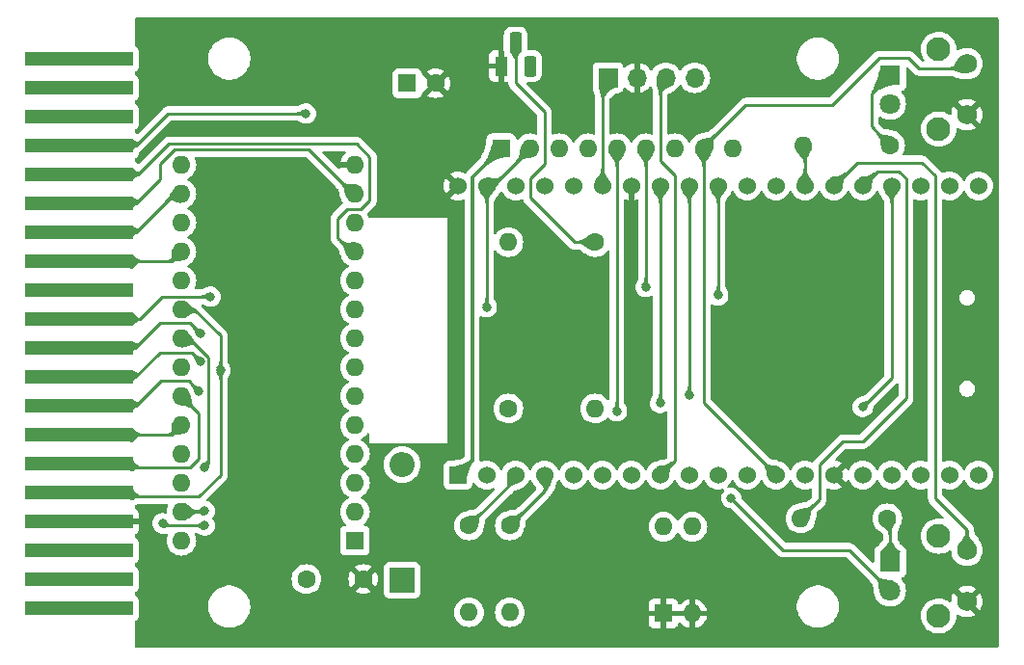
<source format=gbr>
%TF.GenerationSoftware,KiCad,Pcbnew,8.0.4*%
%TF.CreationDate,2024-08-25T21:49:16-05:00*%
%TF.ProjectId,CoCo-FujiNet-Rev0000,436f436f-2d46-4756-9a69-4e65742d5265,Rev 0000*%
%TF.SameCoordinates,Original*%
%TF.FileFunction,Copper,L2,Bot*%
%TF.FilePolarity,Positive*%
%FSLAX46Y46*%
G04 Gerber Fmt 4.6, Leading zero omitted, Abs format (unit mm)*
G04 Created by KiCad (PCBNEW 8.0.4) date 2024-08-25 21:49:16*
%MOMM*%
%LPD*%
G01*
G04 APERTURE LIST*
G04 Aperture macros list*
%AMRoundRect*
0 Rectangle with rounded corners*
0 $1 Rounding radius*
0 $2 $3 $4 $5 $6 $7 $8 $9 X,Y pos of 4 corners*
0 Add a 4 corners polygon primitive as box body*
4,1,4,$2,$3,$4,$5,$6,$7,$8,$9,$2,$3,0*
0 Add four circle primitives for the rounded corners*
1,1,$1+$1,$2,$3*
1,1,$1+$1,$4,$5*
1,1,$1+$1,$6,$7*
1,1,$1+$1,$8,$9*
0 Add four rect primitives between the rounded corners*
20,1,$1+$1,$2,$3,$4,$5,0*
20,1,$1+$1,$4,$5,$6,$7,0*
20,1,$1+$1,$6,$7,$8,$9,0*
20,1,$1+$1,$8,$9,$2,$3,0*%
G04 Aperture macros list end*
%TA.AperFunction,ComponentPad*%
%ADD10R,1.600000X1.600000*%
%TD*%
%TA.AperFunction,ComponentPad*%
%ADD11O,1.600000X1.600000*%
%TD*%
%TA.AperFunction,ComponentPad*%
%ADD12R,1.800000X1.800000*%
%TD*%
%TA.AperFunction,ComponentPad*%
%ADD13C,1.800000*%
%TD*%
%TA.AperFunction,ComponentPad*%
%ADD14C,2.100000*%
%TD*%
%TA.AperFunction,ComponentPad*%
%ADD15C,1.750000*%
%TD*%
%TA.AperFunction,ComponentPad*%
%ADD16R,1.700000X1.700000*%
%TD*%
%TA.AperFunction,ComponentPad*%
%ADD17O,1.700000X1.700000*%
%TD*%
%TA.AperFunction,ComponentPad*%
%ADD18C,1.600000*%
%TD*%
%TA.AperFunction,ComponentPad*%
%ADD19R,1.530000X1.530000*%
%TD*%
%TA.AperFunction,ComponentPad*%
%ADD20C,1.530000*%
%TD*%
%TA.AperFunction,ComponentPad*%
%ADD21R,2.200000X2.200000*%
%TD*%
%TA.AperFunction,ComponentPad*%
%ADD22O,2.200000X2.200000*%
%TD*%
%TA.AperFunction,ComponentPad*%
%ADD23R,1.100000X1.800000*%
%TD*%
%TA.AperFunction,ComponentPad*%
%ADD24RoundRect,0.275000X-0.275000X-0.625000X0.275000X-0.625000X0.275000X0.625000X-0.275000X0.625000X0*%
%TD*%
%TA.AperFunction,SMDPad,CuDef*%
%ADD25R,9.525000X1.270000*%
%TD*%
%TA.AperFunction,ViaPad*%
%ADD26C,0.800000*%
%TD*%
%TA.AperFunction,Conductor*%
%ADD27C,0.250000*%
%TD*%
%TA.AperFunction,Conductor*%
%ADD28C,0.300000*%
%TD*%
%TA.AperFunction,Conductor*%
%ADD29C,0.500000*%
%TD*%
G04 APERTURE END LIST*
D10*
%TO.P,U1,1,A15*%
%TO.N,/A15*%
X127493000Y-108144500D03*
D11*
%TO.P,U1,2,A12*%
%TO.N,Net-(P1-A12)*%
X127493000Y-105604500D03*
%TO.P,U1,3,A7*%
%TO.N,Net-(P1-A7)*%
X127493000Y-103064500D03*
%TO.P,U1,4,A6*%
%TO.N,Net-(P1-A6)*%
X127493000Y-100524500D03*
%TO.P,U1,5,A5*%
%TO.N,Net-(P1-A5)*%
X127493000Y-97984500D03*
%TO.P,U1,6,A4*%
%TO.N,Net-(P1-A4)*%
X127493000Y-95444500D03*
%TO.P,U1,7,A3*%
%TO.N,Net-(P1-A3)*%
X127493000Y-92904500D03*
%TO.P,U1,8,A2*%
%TO.N,Net-(P1-A2)*%
X127493000Y-90364500D03*
%TO.P,U1,9,A1*%
%TO.N,Net-(P1-A1)*%
X127493000Y-87824500D03*
%TO.P,U1,10,A0*%
%TO.N,Net-(P1-A0)*%
X127493000Y-85284500D03*
%TO.P,U1,11,D0*%
%TO.N,/D0*%
X127493000Y-82744500D03*
%TO.P,U1,12,D1*%
%TO.N,/D1*%
X127493000Y-80204500D03*
%TO.P,U1,13,D2*%
%TO.N,/D2*%
X127493000Y-77664500D03*
%TO.P,U1,14,GND*%
%TO.N,GND*%
X127493000Y-75124500D03*
%TO.P,U1,15,D3*%
%TO.N,/D3*%
X112253000Y-75124500D03*
%TO.P,U1,16,D4*%
%TO.N,/D4*%
X112253000Y-77664500D03*
%TO.P,U1,17,D5*%
%TO.N,/D5*%
X112253000Y-80204500D03*
%TO.P,U1,18,D6*%
%TO.N,/D6*%
X112253000Y-82744500D03*
%TO.P,U1,19,D7*%
%TO.N,/D7*%
X112253000Y-85284500D03*
%TO.P,U1,20,~{CE}*%
%TO.N,/CTS*%
X112253000Y-87824500D03*
%TO.P,U1,21,A10*%
%TO.N,Net-(P1-A10)*%
X112253000Y-90364500D03*
%TO.P,U1,22,~{OE}*%
%TO.N,/CTS*%
X112253000Y-92904500D03*
%TO.P,U1,23,A11*%
%TO.N,Net-(P1-A11)*%
X112253000Y-95444500D03*
%TO.P,U1,24,A9*%
%TO.N,Net-(P1-A9)*%
X112253000Y-97984500D03*
%TO.P,U1,25,A8*%
%TO.N,Net-(P1-A8)*%
X112253000Y-100524500D03*
%TO.P,U1,26,A13*%
%TO.N,Net-(P1-A13)*%
X112253000Y-103064500D03*
%TO.P,U1,27,A14*%
%TO.N,/A14*%
X112253000Y-105604500D03*
%TO.P,U1,28,VCC*%
%TO.N,+5V*%
X112253000Y-108144500D03*
%TD*%
D12*
%TO.P,D2,1,K*%
%TO.N,Net-(D2-K)*%
X174478000Y-109987200D03*
D13*
%TO.P,D2,2,A*%
%TO.N,+3.3V*%
X174478000Y-112527200D03*
%TD*%
D14*
%TO.P,SW2,*%
%TO.N,*%
X178739000Y-107737200D03*
X178739000Y-114747200D03*
D15*
%TO.P,SW2,1,A*%
%TO.N,/IO0{slash}BUTTON_A*%
X181229000Y-108987200D03*
%TO.P,SW2,2,B*%
%TO.N,GND*%
X181229000Y-113487200D03*
%TD*%
D10*
%TO.P,SW1,1*%
%TO.N,GND*%
X154584400Y-114528600D03*
D11*
%TO.P,SW1,2*%
X157124400Y-114528600D03*
%TO.P,SW1,3*%
%TO.N,/A15*%
X157124400Y-106908600D03*
%TO.P,SW1,4*%
%TO.N,/A14*%
X154584400Y-106908600D03*
%TD*%
D16*
%TO.P,J1,1,Pin_1*%
%TO.N,/SER_PIN2_RX*%
X149713000Y-67464500D03*
D17*
%TO.P,J1,2,Pin_2*%
%TO.N,GND*%
X152253000Y-67464500D03*
%TO.P,J1,3,Pin_3*%
%TO.N,/SER_PIN4_TX*%
X154793000Y-67464500D03*
%TO.P,J1,4,Pin_4*%
%TO.N,/SER_PIN1_CD*%
X157333000Y-67464500D03*
%TD*%
D12*
%TO.P,D3,1,K*%
%TO.N,Net-(D3-K)*%
X174478000Y-67214500D03*
D13*
%TO.P,D3,2,A*%
%TO.N,+3.3V*%
X174478000Y-69754500D03*
%TD*%
D18*
%TO.P,R1,1*%
%TO.N,/A14*%
X137515600Y-106807000D03*
D11*
%TO.P,R1,2*%
%TO.N,+5V*%
X137515600Y-114427000D03*
%TD*%
D19*
%TO.P,U2,1,3V3*%
%TO.N,+3.3V*%
X136525000Y-102362000D03*
D20*
%TO.P,U2,2,EN*%
%TO.N,unconnected-(U2-EN-Pad2)*%
X139065000Y-102362000D03*
%TO.P,U2,3,SENSOR_VP*%
%TO.N,/A14*%
X141605000Y-102362000D03*
%TO.P,U2,4,SENSOR_VN*%
%TO.N,/A15*%
X144145000Y-102362000D03*
%TO.P,U2,5,IO34*%
%TO.N,unconnected-(U2-IO34-Pad5)*%
X146685000Y-102362000D03*
%TO.P,U2,6,IO35*%
%TO.N,unconnected-(U2-IO35-Pad6)*%
X149225000Y-102362000D03*
%TO.P,U2,7,IO32*%
%TO.N,unconnected-(U2-IO32-Pad7)*%
X151765000Y-102362000D03*
%TO.P,U2,8,IO33*%
%TO.N,/SER_PIN4_TX*%
X154305000Y-102362000D03*
%TO.P,U2,9,IO25*%
%TO.N,unconnected-(U2-IO25-Pad9)*%
X156845000Y-102362000D03*
%TO.P,U2,10,IO26*%
%TO.N,unconnected-(U2-IO26-Pad10)*%
X159385000Y-102362000D03*
%TO.P,U2,11,IO27*%
%TO.N,unconnected-(U2-IO27-Pad11)*%
X161925000Y-102362000D03*
%TO.P,U2,12,IO14*%
%TO.N,/IO14{slash}SAFE_RESET*%
X164465000Y-102362000D03*
%TO.P,U2,13,IO12*%
%TO.N,unconnected-(U2-IO12-Pad13)*%
X167005000Y-102362000D03*
%TO.P,U2,14,GND1*%
%TO.N,GND*%
X169545000Y-102362000D03*
%TO.P,U2,15,IO13*%
%TO.N,unconnected-(U2-IO13-Pad15)*%
X172085000Y-102362000D03*
%TO.P,U2,16,SD2*%
%TO.N,unconnected-(U2-SD2-Pad16)*%
X174625000Y-102362000D03*
%TO.P,U2,17,SD3*%
%TO.N,unconnected-(U2-SD3-Pad17)*%
X177165000Y-102362000D03*
%TO.P,U2,18,CMD*%
%TO.N,unconnected-(U2-CMD-Pad18)*%
X179705000Y-102362000D03*
%TO.P,U2,19,EXT_5V*%
%TO.N,+5V*%
X182245000Y-102362000D03*
%TO.P,U2,20,CLK*%
%TO.N,unconnected-(U2-CLK-Pad20)*%
X182245000Y-76962000D03*
%TO.P,U2,21,SD0*%
%TO.N,unconnected-(U2-SD0-Pad21)*%
X179705000Y-76962000D03*
%TO.P,U2,22,SD1*%
%TO.N,unconnected-(U2-SD1-Pad22)*%
X177165000Y-76962000D03*
%TO.P,U2,23,IO15*%
%TO.N,/IO15{slash}CD*%
X174625000Y-76962000D03*
%TO.P,U2,24,IO2*%
%TO.N,/IO2{slash}LED_WIFI*%
X172085000Y-76962000D03*
%TO.P,U2,25,IO0*%
%TO.N,/IO0{slash}BUTTON_A*%
X169545000Y-76962000D03*
%TO.P,U2,26,IO4*%
%TO.N,/IO4{slash}LED_BUS*%
X167005000Y-76962000D03*
%TO.P,U2,27,IO16*%
%TO.N,unconnected-(U2-IO16-Pad27)*%
X164465000Y-76962000D03*
%TO.P,U2,28,IO17*%
%TO.N,unconnected-(U2-IO17-Pad28)*%
X161925000Y-76962000D03*
%TO.P,U2,29,IO5*%
%TO.N,/IO5{slash}SPI_CS*%
X159385000Y-76962000D03*
%TO.P,U2,30,IO18*%
%TO.N,/IO18{slash}SPI_CLK*%
X156845000Y-76962000D03*
%TO.P,U2,31,IO19*%
%TO.N,/IO19{slash}SPI_MISO*%
X154305000Y-76962000D03*
%TO.P,U2,32,GND2*%
%TO.N,GND*%
X151765000Y-76962000D03*
%TO.P,U2,33,IO21*%
%TO.N,/SER_PIN2_RX*%
X149225000Y-76962000D03*
%TO.P,U2,34,RXD0*%
%TO.N,unconnected-(U2-RXD0-Pad34)*%
X146685000Y-76962000D03*
%TO.P,U2,35,TXD0*%
%TO.N,unconnected-(U2-TXD0-Pad35)*%
X144145000Y-76962000D03*
%TO.P,U2,36,IO22*%
%TO.N,Net-(U2-IO22)*%
X141605000Y-76962000D03*
%TO.P,U2,37,IO23*%
%TO.N,/IO23{slash}SPI_MOSI*%
X139065000Y-76962000D03*
%TO.P,U2,38,GND3*%
%TO.N,GND*%
X136525000Y-76962000D03*
%TD*%
D18*
%TO.P,R3,1*%
%TO.N,Net-(D2-K)*%
X174244000Y-106172000D03*
D11*
%TO.P,R3,2*%
%TO.N,/IO2{slash}LED_WIFI*%
X166624000Y-106172000D03*
%TD*%
D10*
%TO.P,C2,1*%
%TO.N,/COCO_5V*%
X132080000Y-67945000D03*
D18*
%TO.P,C2,2*%
%TO.N,GND*%
X134580000Y-67945000D03*
%TD*%
D21*
%TO.P,D1,1,K*%
%TO.N,+5V*%
X131648200Y-111607600D03*
D22*
%TO.P,D1,2,A*%
%TO.N,/COCO_5V*%
X131648200Y-101447600D03*
%TD*%
D18*
%TO.P,R2,1*%
%TO.N,/A15*%
X141097000Y-106807000D03*
D11*
%TO.P,R2,2*%
%TO.N,+5V*%
X141097000Y-114427000D03*
%TD*%
D18*
%TO.P,R4,1*%
%TO.N,Net-(D3-K)*%
X174498000Y-73406000D03*
D11*
%TO.P,R4,2*%
%TO.N,/IO4{slash}LED_BUS*%
X166878000Y-73406000D03*
%TD*%
D18*
%TO.P,R5,1*%
%TO.N,/SER_PIN1_CD*%
X140970000Y-96520000D03*
D11*
%TO.P,R5,2*%
%TO.N,+5V*%
X148590000Y-96520000D03*
%TD*%
D14*
%TO.P,SW3,*%
%TO.N,*%
X178739000Y-64964500D03*
X178739000Y-71974500D03*
D15*
%TO.P,SW3,1,A*%
%TO.N,/IO14{slash}SAFE_RESET*%
X181229000Y-66214500D03*
%TO.P,SW3,2,B*%
%TO.N,GND*%
X181229000Y-70714500D03*
%TD*%
D10*
%TO.P,RN1,1,common*%
%TO.N,+3.3V*%
X140335000Y-73660000D03*
D11*
%TO.P,RN1,2,R1*%
%TO.N,/IO23{slash}SPI_MOSI*%
X142875000Y-73660000D03*
%TO.P,RN1,3,R2*%
%TO.N,/IO19{slash}SPI_MISO*%
X145415000Y-73660000D03*
%TO.P,RN1,4,R3*%
%TO.N,/IO5{slash}SPI_CS*%
X147955000Y-73660000D03*
%TO.P,RN1,5,R4*%
%TO.N,Net-(P2-DAT1)*%
X150495000Y-73660000D03*
%TO.P,RN1,6,R5*%
%TO.N,Net-(P2-DAT2)*%
X153035000Y-73660000D03*
%TO.P,RN1,7,R6*%
%TO.N,/IO15{slash}CD*%
X155575000Y-73660000D03*
%TO.P,RN1,8,R7*%
%TO.N,/IO14{slash}SAFE_RESET*%
X158115000Y-73660000D03*
%TO.P,RN1,9,R8*%
%TO.N,/IO0{slash}BUTTON_A*%
X160655000Y-73660000D03*
%TD*%
D18*
%TO.P,C1,1*%
%TO.N,+5V*%
X123230000Y-111506000D03*
%TO.P,C1,2*%
%TO.N,GND*%
X128230000Y-111506000D03*
%TD*%
D23*
%TO.P,Q1,1,E*%
%TO.N,GND*%
X140335000Y-66440000D03*
D24*
%TO.P,Q1,2,B*%
%TO.N,Net-(Q1-B)*%
X141605000Y-64370000D03*
%TO.P,Q1,3,C*%
%TO.N,/SER_PIN1_CD*%
X142875000Y-66440000D03*
%TD*%
D25*
%TO.P,P1,2,+12V*%
%TO.N,unconnected-(P1-+12V-Pad2)*%
X103231000Y-65819750D03*
%TO.P,P1,4,~{NMI}*%
%TO.N,unconnected-(P1-~{NMI}-Pad4)*%
X103231000Y-68359750D03*
%TO.P,P1,6,E*%
%TO.N,unconnected-(P1-E-Pad6)*%
X103231000Y-70899750D03*
%TO.P,P1,8,~{CART}*%
%TO.N,/~{CART}*%
X103231000Y-73439750D03*
%TO.P,P1,10,D0*%
%TO.N,/D0*%
X103231000Y-75979750D03*
%TO.P,P1,12,D2*%
%TO.N,/D2*%
X103231000Y-78519750D03*
%TO.P,P1,14,D4*%
%TO.N,/D4*%
X103231000Y-81059750D03*
%TO.P,P1,16,D6*%
%TO.N,/D6*%
X103231000Y-83599750D03*
%TO.P,P1,18,R/~{W}*%
%TO.N,unconnected-(P1-R{slash}~{W}-Pad18)*%
X103231000Y-86139750D03*
%TO.P,P1,20,A1*%
%TO.N,Net-(P1-A1)*%
X103231000Y-88679750D03*
%TO.P,P1,22,A3*%
%TO.N,Net-(P1-A3)*%
X103231000Y-91219750D03*
%TO.P,P1,24,A5*%
%TO.N,Net-(P1-A5)*%
X103231000Y-93759750D03*
%TO.P,P1,26,A7*%
%TO.N,Net-(P1-A7)*%
X103231000Y-96299750D03*
%TO.P,P1,28,A9*%
%TO.N,Net-(P1-A9)*%
X103231000Y-98839750D03*
%TO.P,P1,30,A11*%
%TO.N,Net-(P1-A11)*%
X103231000Y-101379750D03*
%TO.P,P1,32,~{CTS}*%
%TO.N,/CTS*%
X103231000Y-103919750D03*
%TO.P,P1,34,GND@2*%
%TO.N,GND*%
X103231000Y-106459750D03*
%TO.P,P1,36,~{SCS}*%
%TO.N,unconnected-(P1-~{SCS}-Pad36)*%
X103231000Y-108999750D03*
%TO.P,P1,38,A14*%
%TO.N,unconnected-(P1-A14-Pad38)*%
X103231000Y-111539750D03*
%TO.P,P1,40,~{SLENB}*%
%TO.N,unconnected-(P1-~{SLENB}-Pad40)*%
X103231000Y-114079750D03*
%TD*%
D18*
%TO.P,R6,1*%
%TO.N,Net-(Q1-B)*%
X148590000Y-81915000D03*
D11*
%TO.P,R6,2*%
%TO.N,Net-(U2-IO22)*%
X140970000Y-81915000D03*
%TD*%
D26*
%TO.N,+3.3V*%
X160528000Y-104394000D03*
%TO.N,GND*%
X173101000Y-84709000D03*
X119888000Y-97282000D03*
X129921000Y-75184000D03*
X151765000Y-80264000D03*
X120015000Y-80391000D03*
X123190000Y-108331000D03*
X109220000Y-107696000D03*
X146177000Y-99695000D03*
X182626000Y-95758000D03*
X182626000Y-83566000D03*
X152400000Y-90170000D03*
X143891000Y-90170000D03*
X131445000Y-77724000D03*
X108839000Y-106426000D03*
X172339000Y-93091000D03*
%TO.N,/IO5{slash}SPI_CS*%
X159385000Y-86577000D03*
%TO.N,/IO23{slash}SPI_MOSI*%
X139065000Y-87630000D03*
%TO.N,/IO18{slash}SPI_CLK*%
X156845000Y-95377000D03*
%TO.N,/IO19{slash}SPI_MISO*%
X154305000Y-96049000D03*
%TO.N,/IO15{slash}CD*%
X172085000Y-96386498D03*
%TO.N,/~{CART}*%
X123190000Y-70612653D03*
%TO.N,/A14*%
X114300000Y-105537000D03*
%TO.N,/CTS*%
X115677000Y-93158500D03*
%TO.N,Net-(P1-A1)*%
X114808000Y-86699500D03*
%TO.N,Net-(P1-A3)*%
X113899000Y-89946500D03*
%TO.N,Net-(P1-A5)*%
X113899000Y-92359500D03*
%TO.N,Net-(P1-A7)*%
X113772000Y-94996000D03*
%TO.N,Net-(P1-A10)*%
X114280000Y-101667500D03*
%TO.N,Net-(P1-A12)*%
X114300000Y-106807000D03*
X110597000Y-106620500D03*
%TO.N,Net-(P2-DAT2)*%
X153035000Y-85852000D03*
%TO.N,Net-(P2-DAT1)*%
X150495000Y-96774000D03*
%TD*%
D27*
%TO.N,+3.3V*%
X165100000Y-108966000D02*
X170916800Y-108966000D01*
D28*
X136525000Y-102362000D02*
X137795000Y-101092000D01*
X137795000Y-101092000D02*
X137795000Y-76200000D01*
X137795000Y-76200000D02*
X140335000Y-73660000D01*
D27*
X170916800Y-108966000D02*
X174478000Y-112527200D01*
X160528000Y-104394000D02*
X165100000Y-108966000D01*
D29*
%TO.N,GND*%
X151765000Y-76962000D02*
X151765000Y-80264000D01*
D27*
%TO.N,Net-(D3-K)*%
X172847000Y-71755000D02*
X172847000Y-68845500D01*
X174498000Y-73406000D02*
X172847000Y-71755000D01*
X172847000Y-68845500D02*
X174188000Y-67504500D01*
%TO.N,/SER_PIN2_RX*%
X149225000Y-76962000D02*
X149225000Y-67952500D01*
X149225000Y-67952500D02*
X149713000Y-67464500D01*
%TO.N,/SER_PIN4_TX*%
X155575000Y-101092000D02*
X155575000Y-76073000D01*
X154305000Y-74803000D02*
X154305000Y-67952500D01*
X154305000Y-67952500D02*
X154793000Y-67464500D01*
X155575000Y-76073000D02*
X154305000Y-74803000D01*
X154305000Y-102362000D02*
X155575000Y-101092000D01*
%TO.N,/IO5{slash}SPI_CS*%
X159385000Y-86577000D02*
X159385000Y-76962000D01*
%TO.N,/IO23{slash}SPI_MOSI*%
X139065000Y-87630000D02*
X139065000Y-76962000D01*
X139573000Y-76962000D02*
X142875000Y-73660000D01*
%TO.N,/IO18{slash}SPI_CLK*%
X156845000Y-95377000D02*
X156845000Y-76962000D01*
%TO.N,/IO19{slash}SPI_MISO*%
X154305000Y-96049000D02*
X154305000Y-76962000D01*
%TO.N,/IO15{slash}CD*%
X174625000Y-93846498D02*
X174625000Y-76962000D01*
X172085000Y-96386498D02*
X174625000Y-93846498D01*
%TO.N,/IO2{slash}LED_WIFI*%
X172085000Y-76962000D02*
X173355000Y-75692000D01*
X170307000Y-99441000D02*
X168275000Y-101473000D01*
X175256493Y-75692000D02*
X175895000Y-76330507D01*
X175895000Y-76330507D02*
X175895000Y-95631000D01*
X172085000Y-99441000D02*
X170307000Y-99441000D01*
X168275000Y-101473000D02*
X168275000Y-104521000D01*
X173355000Y-75692000D02*
X175256493Y-75692000D01*
X168275000Y-104521000D02*
X166624000Y-106172000D01*
X175895000Y-95631000D02*
X172085000Y-99441000D01*
%TO.N,/IO4{slash}LED_BUS*%
X167005000Y-76962000D02*
X167005000Y-73533000D01*
%TO.N,/IO14{slash}SAFE_RESET*%
X158115000Y-73533000D02*
X161798000Y-69850000D01*
X161798000Y-69850000D02*
X169392500Y-69850000D01*
X173507300Y-65735200D02*
X176098200Y-65735200D01*
X158115000Y-96012000D02*
X164465000Y-102362000D01*
X169392500Y-69850000D02*
X173507300Y-65735200D01*
X158115000Y-73660000D02*
X158115000Y-96012000D01*
X177038000Y-66675000D02*
X180768500Y-66675000D01*
X158115000Y-73660000D02*
X158115000Y-73533000D01*
X176098200Y-65735200D02*
X177038000Y-66675000D01*
%TO.N,Net-(Q1-B)*%
X142875000Y-76330507D02*
X144145000Y-75060507D01*
X148590000Y-81915000D02*
X146754315Y-81915000D01*
X141605000Y-67945000D02*
X141605000Y-64770000D01*
X144145000Y-75060507D02*
X144145000Y-70485000D01*
X146754315Y-81915000D02*
X142875000Y-78035685D01*
X144145000Y-70485000D02*
X141605000Y-67945000D01*
X142875000Y-78035685D02*
X142875000Y-76330507D01*
%TO.N,/IO0{slash}BUTTON_A*%
X171577000Y-74930000D02*
X177292000Y-74930000D01*
X178435000Y-76073000D02*
X178435000Y-104394000D01*
X178435000Y-104394000D02*
X181229000Y-107188000D01*
X181229000Y-107188000D02*
X181229000Y-109038000D01*
X169545000Y-76962000D02*
X171577000Y-74930000D01*
X177292000Y-74930000D02*
X178435000Y-76073000D01*
%TO.N,/D0*%
X128778000Y-78232000D02*
X128016000Y-78994000D01*
X128778000Y-74422000D02*
X128778000Y-78232000D01*
X127194500Y-82744500D02*
X127742000Y-82744500D01*
X103231000Y-75979750D02*
X108424250Y-75979750D01*
X125984000Y-81534000D02*
X127194500Y-82744500D01*
X125984000Y-79832509D02*
X125984000Y-81534000D01*
X108424250Y-75979750D02*
X111125000Y-73279000D01*
X126822509Y-78994000D02*
X125984000Y-79832509D01*
X128016000Y-78994000D02*
X126822509Y-78994000D01*
X127635000Y-73279000D02*
X128778000Y-74422000D01*
X111125000Y-73279000D02*
X127635000Y-73279000D01*
%TO.N,/D2*%
X108243500Y-78519750D02*
X110363000Y-76400250D01*
X110363000Y-75057000D02*
X111633000Y-73787000D01*
X111633000Y-73787000D02*
X123444000Y-73787000D01*
X110363000Y-76400250D02*
X110363000Y-75057000D01*
X103231000Y-78519750D02*
X108243500Y-78519750D01*
X123444000Y-73787000D02*
X127321500Y-77664500D01*
%TO.N,/D4*%
X108243500Y-81059750D02*
X103231000Y-81059750D01*
X111638750Y-77664500D02*
X108243500Y-81059750D01*
%TO.N,/D6*%
X112253000Y-82744500D02*
X111397750Y-83599750D01*
X111397750Y-83599750D02*
X103231000Y-83599750D01*
%TO.N,/~{CART}*%
X123190000Y-70612653D02*
X123177347Y-70600000D01*
X111083250Y-70600000D02*
X108243500Y-73439750D01*
X123177347Y-70600000D02*
X111083250Y-70600000D01*
X108243500Y-73439750D02*
X103231000Y-73439750D01*
%TO.N,/A14*%
X112253000Y-105604500D02*
X114232500Y-105604500D01*
X141605000Y-102717600D02*
X141605000Y-102362000D01*
X114232500Y-105604500D02*
X114300000Y-105537000D01*
X137515600Y-106807000D02*
X141605000Y-102717600D01*
%TO.N,/A15*%
X141097000Y-106807000D02*
X144145000Y-103759000D01*
X144145000Y-103759000D02*
X144145000Y-102362000D01*
%TO.N,/CTS*%
X113384370Y-87824500D02*
X115677000Y-90117130D01*
X112253000Y-87824500D02*
X113384370Y-87824500D01*
X115677000Y-93158500D02*
X115677000Y-102382000D01*
X115677000Y-90117130D02*
X115677000Y-93158500D01*
X103578250Y-104267000D02*
X103231000Y-103919750D01*
X115677000Y-102382000D02*
X113792000Y-104267000D01*
X113792000Y-104267000D02*
X103578250Y-104267000D01*
%TO.N,Net-(D2-K)*%
X174498000Y-106426000D02*
X174498000Y-110029500D01*
%TO.N,Net-(P1-A1)*%
X110562809Y-86699500D02*
X108582559Y-88679750D01*
X114808000Y-86699500D02*
X110562809Y-86699500D01*
X108582559Y-88679750D02*
X103231000Y-88679750D01*
%TO.N,Net-(P1-A3)*%
X103231000Y-91219750D02*
X108170250Y-91219750D01*
X110363000Y-89027000D02*
X112979500Y-89027000D01*
X108170250Y-91219750D02*
X110363000Y-89027000D01*
X112979500Y-89027000D02*
X113899000Y-89946500D01*
%TO.N,Net-(P1-A5)*%
X103231000Y-93759750D02*
X108217750Y-93759750D01*
X110343000Y-91634500D02*
X113174000Y-91634500D01*
X108217750Y-93759750D02*
X110343000Y-91634500D01*
X113174000Y-91634500D02*
X113899000Y-92359500D01*
%TO.N,Net-(P1-A7)*%
X108243500Y-96299750D02*
X103231000Y-96299750D01*
X113772000Y-94996000D02*
X112883000Y-94107000D01*
X112883000Y-94107000D02*
X110436250Y-94107000D01*
X110436250Y-94107000D02*
X108243500Y-96299750D01*
%TO.N,Net-(P1-A9)*%
X111397750Y-98839750D02*
X112253000Y-97984500D01*
X103231000Y-98839750D02*
X111397750Y-98839750D01*
%TO.N,Net-(P1-A10)*%
X114624000Y-101323500D02*
X114280000Y-101667500D01*
X114624000Y-92059195D02*
X114624000Y-101323500D01*
X112253000Y-90364500D02*
X112929305Y-90364500D01*
X112929305Y-90364500D02*
X114624000Y-92059195D01*
%TO.N,Net-(P1-A11)*%
X103578250Y-101727000D02*
X113030000Y-101727000D01*
X113792000Y-100965000D02*
X113792000Y-96983500D01*
X113792000Y-96983500D02*
X112253000Y-95444500D01*
X113030000Y-101727000D02*
X113792000Y-100965000D01*
%TO.N,Net-(P1-A12)*%
X110783500Y-106807000D02*
X114300000Y-106807000D01*
X110597000Y-106620500D02*
X110783500Y-106807000D01*
%TO.N,Net-(P2-DAT2)*%
X153035000Y-85852000D02*
X153035000Y-73660000D01*
%TO.N,Net-(P2-DAT1)*%
X150495000Y-96774000D02*
X150495000Y-73660000D01*
%TD*%
%TA.AperFunction,Conductor*%
%TO.N,GND*%
G36*
X156804320Y-114282994D02*
G01*
X156751659Y-114374206D01*
X156724400Y-114475939D01*
X156724400Y-114581261D01*
X156751659Y-114682994D01*
X156804320Y-114774206D01*
X156808714Y-114778600D01*
X154900086Y-114778600D01*
X154904480Y-114774206D01*
X154957141Y-114682994D01*
X154984400Y-114581261D01*
X154984400Y-114475939D01*
X154957141Y-114374206D01*
X154904480Y-114282994D01*
X154900086Y-114278600D01*
X156808714Y-114278600D01*
X156804320Y-114282994D01*
G37*
%TD.AperFunction*%
%TA.AperFunction,Conductor*%
G36*
X177765957Y-78158076D02*
G01*
X177804196Y-78216553D01*
X177809500Y-78252430D01*
X177809500Y-101071569D01*
X177789815Y-101138608D01*
X177737011Y-101184363D01*
X177667853Y-101194307D01*
X177633098Y-101183952D01*
X177599487Y-101168279D01*
X177599475Y-101168275D01*
X177385592Y-101110965D01*
X177385585Y-101110964D01*
X177165002Y-101091666D01*
X177164998Y-101091666D01*
X176944414Y-101110964D01*
X176944407Y-101110965D01*
X176730524Y-101168275D01*
X176730513Y-101168279D01*
X176529836Y-101261856D01*
X176529834Y-101261857D01*
X176348444Y-101388868D01*
X176191868Y-101545444D01*
X176064857Y-101726834D01*
X176064856Y-101726836D01*
X176007382Y-101850091D01*
X175961210Y-101902531D01*
X175894017Y-101921683D01*
X175827135Y-101901467D01*
X175782618Y-101850091D01*
X175754050Y-101788828D01*
X175725142Y-101726833D01*
X175598132Y-101545445D01*
X175441555Y-101388868D01*
X175260167Y-101261858D01*
X175260163Y-101261856D01*
X175059486Y-101168279D01*
X175059475Y-101168275D01*
X174845592Y-101110965D01*
X174845585Y-101110964D01*
X174625002Y-101091666D01*
X174624998Y-101091666D01*
X174404414Y-101110964D01*
X174404407Y-101110965D01*
X174190524Y-101168275D01*
X174190513Y-101168279D01*
X173989836Y-101261856D01*
X173989834Y-101261857D01*
X173808444Y-101388868D01*
X173651868Y-101545444D01*
X173524857Y-101726834D01*
X173524856Y-101726836D01*
X173467382Y-101850091D01*
X173421210Y-101902531D01*
X173354017Y-101921683D01*
X173287135Y-101901467D01*
X173242618Y-101850091D01*
X173214050Y-101788828D01*
X173185142Y-101726833D01*
X173058132Y-101545445D01*
X172901555Y-101388868D01*
X172720167Y-101261858D01*
X172720163Y-101261856D01*
X172519486Y-101168279D01*
X172519475Y-101168275D01*
X172305592Y-101110965D01*
X172305585Y-101110964D01*
X172085002Y-101091666D01*
X172084998Y-101091666D01*
X171864414Y-101110964D01*
X171864407Y-101110965D01*
X171650524Y-101168275D01*
X171650513Y-101168279D01*
X171449836Y-101261856D01*
X171449834Y-101261857D01*
X171268444Y-101388868D01*
X171111868Y-101545444D01*
X170984857Y-101726833D01*
X170927106Y-101850683D01*
X170880934Y-101903122D01*
X170813740Y-101922274D01*
X170746859Y-101902058D01*
X170702342Y-101850683D01*
X170644707Y-101727085D01*
X170644706Y-101727083D01*
X170598894Y-101661657D01*
X170598894Y-101661656D01*
X170036127Y-102224423D01*
X170020245Y-102165147D01*
X169953102Y-102048853D01*
X169858147Y-101953898D01*
X169741853Y-101886755D01*
X169682574Y-101870871D01*
X170245342Y-101308104D01*
X170245341Y-101308103D01*
X170179919Y-101262295D01*
X169979309Y-101168749D01*
X169979300Y-101168745D01*
X169780227Y-101115405D01*
X169720566Y-101079040D01*
X169690037Y-101016193D01*
X169698332Y-100946818D01*
X169724634Y-100907955D01*
X170529771Y-100102819D01*
X170591094Y-100069334D01*
X170617452Y-100066500D01*
X172146607Y-100066500D01*
X172207029Y-100054481D01*
X172267452Y-100042463D01*
X172267455Y-100042461D01*
X172267458Y-100042461D01*
X172300787Y-100028654D01*
X172300786Y-100028654D01*
X172300792Y-100028652D01*
X172381286Y-99995312D01*
X172432509Y-99961084D01*
X172483733Y-99926858D01*
X172570858Y-99839733D01*
X172570858Y-99839731D01*
X172581066Y-99829524D01*
X172581067Y-99829521D01*
X176380858Y-96029733D01*
X176449312Y-95927285D01*
X176479474Y-95854466D01*
X176479551Y-95854282D01*
X176496461Y-95813456D01*
X176496463Y-95813452D01*
X176500835Y-95791472D01*
X176506432Y-95763335D01*
X176520501Y-95692608D01*
X176520501Y-95564283D01*
X176520500Y-95564257D01*
X176520500Y-78252430D01*
X176540185Y-78185391D01*
X176592989Y-78139636D01*
X176662147Y-78129692D01*
X176696904Y-78140048D01*
X176730513Y-78155720D01*
X176730515Y-78155720D01*
X176730520Y-78155723D01*
X176944409Y-78213035D01*
X177101974Y-78226820D01*
X177164998Y-78232334D01*
X177165000Y-78232334D01*
X177165002Y-78232334D01*
X177220147Y-78227509D01*
X177385591Y-78213035D01*
X177599480Y-78155723D01*
X177614513Y-78148712D01*
X177633096Y-78140048D01*
X177702173Y-78129556D01*
X177765957Y-78158076D01*
G37*
%TD.AperFunction*%
%TA.AperFunction,Conductor*%
G36*
X140440496Y-77486002D02*
G01*
X140472689Y-77528180D01*
X140504742Y-77596919D01*
X140504858Y-77597167D01*
X140631868Y-77778555D01*
X140788445Y-77935132D01*
X140969833Y-78062142D01*
X141033753Y-78091948D01*
X141170513Y-78155720D01*
X141170515Y-78155720D01*
X141170520Y-78155723D01*
X141384409Y-78213035D01*
X141541974Y-78226820D01*
X141604998Y-78232334D01*
X141605000Y-78232334D01*
X141605002Y-78232334D01*
X141660147Y-78227509D01*
X141825591Y-78213035D01*
X142039480Y-78155723D01*
X142099113Y-78127915D01*
X142168188Y-78117424D01*
X142231972Y-78145943D01*
X142270212Y-78204420D01*
X142273132Y-78216099D01*
X142273536Y-78218134D01*
X142273537Y-78218136D01*
X142320688Y-78331971D01*
X142332885Y-78350224D01*
X142332886Y-78350225D01*
X142332887Y-78350227D01*
X142389141Y-78434417D01*
X142389144Y-78434421D01*
X142480586Y-78525863D01*
X142480608Y-78525883D01*
X146265331Y-82310606D01*
X146265360Y-82310637D01*
X146355581Y-82400858D01*
X146426455Y-82448214D01*
X146458030Y-82469312D01*
X146524711Y-82496931D01*
X146524713Y-82496933D01*
X146564955Y-82513601D01*
X146571863Y-82516463D01*
X146632286Y-82528481D01*
X146692708Y-82540500D01*
X146692709Y-82540500D01*
X146917843Y-82540500D01*
X146941421Y-82543473D01*
X146941528Y-82542889D01*
X146945884Y-82543679D01*
X146945885Y-82543679D01*
X146945889Y-82543680D01*
X147185713Y-82569710D01*
X147221963Y-82579351D01*
X147290906Y-82609464D01*
X147316982Y-82624894D01*
X147437227Y-82717598D01*
X147437323Y-82717677D01*
X147440094Y-82719808D01*
X147440201Y-82719890D01*
X147440798Y-82720350D01*
X147440840Y-82720382D01*
X147634010Y-82868937D01*
X147655043Y-82885112D01*
X147662536Y-82890384D01*
X147690129Y-82909800D01*
X147691771Y-82910854D01*
X147699583Y-82915415D01*
X147728611Y-82932364D01*
X147728615Y-82932366D01*
X147868153Y-83006133D01*
X147913534Y-83030124D01*
X147926703Y-83038172D01*
X147937266Y-83045568D01*
X147980967Y-83065946D01*
X147986462Y-83068677D01*
X148036254Y-83095000D01*
X148036290Y-83095018D01*
X148036292Y-83095019D01*
X148057340Y-83105526D01*
X148058335Y-83105994D01*
X148081822Y-83114921D01*
X148100146Y-83121885D01*
X148108487Y-83125410D01*
X148143497Y-83141736D01*
X148143499Y-83141736D01*
X148143504Y-83141739D01*
X148363308Y-83200635D01*
X148517168Y-83214096D01*
X148589998Y-83220468D01*
X148590000Y-83220468D01*
X148590002Y-83220468D01*
X148646673Y-83215509D01*
X148816692Y-83200635D01*
X149036496Y-83141739D01*
X149242734Y-83045568D01*
X149429139Y-82915047D01*
X149590047Y-82754139D01*
X149643925Y-82677191D01*
X149698501Y-82633567D01*
X149767999Y-82626373D01*
X149830354Y-82657895D01*
X149865769Y-82718125D01*
X149869500Y-82748315D01*
X149869500Y-95686684D01*
X149849815Y-95753723D01*
X149797011Y-95799478D01*
X149727853Y-95809422D01*
X149664297Y-95780397D01*
X149643925Y-95757807D01*
X149590045Y-95680858D01*
X149429141Y-95519954D01*
X149242734Y-95389432D01*
X149242732Y-95389431D01*
X149036497Y-95293261D01*
X149036488Y-95293258D01*
X148816697Y-95234366D01*
X148816693Y-95234365D01*
X148816692Y-95234365D01*
X148816691Y-95234364D01*
X148816686Y-95234364D01*
X148590002Y-95214532D01*
X148589998Y-95214532D01*
X148363313Y-95234364D01*
X148363302Y-95234366D01*
X148143511Y-95293258D01*
X148143502Y-95293261D01*
X147937267Y-95389431D01*
X147937265Y-95389432D01*
X147750858Y-95519954D01*
X147589954Y-95680858D01*
X147459432Y-95867265D01*
X147459431Y-95867267D01*
X147363261Y-96073502D01*
X147363258Y-96073511D01*
X147304366Y-96293302D01*
X147304364Y-96293313D01*
X147284532Y-96519998D01*
X147284532Y-96520001D01*
X147304364Y-96746686D01*
X147304366Y-96746697D01*
X147363258Y-96966488D01*
X147363261Y-96966497D01*
X147459431Y-97172732D01*
X147459432Y-97172734D01*
X147589954Y-97359141D01*
X147750858Y-97520045D01*
X147750861Y-97520047D01*
X147937266Y-97650568D01*
X148143504Y-97746739D01*
X148143509Y-97746740D01*
X148143511Y-97746741D01*
X148184814Y-97757808D01*
X148363308Y-97805635D01*
X148525230Y-97819801D01*
X148589998Y-97825468D01*
X148590000Y-97825468D01*
X148590002Y-97825468D01*
X148646673Y-97820509D01*
X148816692Y-97805635D01*
X149036496Y-97746739D01*
X149242734Y-97650568D01*
X149429139Y-97520047D01*
X149590047Y-97359139D01*
X149596902Y-97349347D01*
X149651473Y-97305721D01*
X149720971Y-97298523D01*
X149783328Y-97330040D01*
X149790630Y-97337494D01*
X149889129Y-97446888D01*
X150042265Y-97558148D01*
X150042270Y-97558151D01*
X150215192Y-97635142D01*
X150215197Y-97635144D01*
X150400354Y-97674500D01*
X150400355Y-97674500D01*
X150589644Y-97674500D01*
X150589646Y-97674500D01*
X150774803Y-97635144D01*
X150947730Y-97558151D01*
X151100871Y-97446888D01*
X151227533Y-97306216D01*
X151322179Y-97142284D01*
X151380674Y-96962256D01*
X151400460Y-96774000D01*
X151380674Y-96585744D01*
X151322179Y-96405716D01*
X151322179Y-96405715D01*
X151321241Y-96404091D01*
X151315676Y-96392642D01*
X151315647Y-96392657D01*
X151312651Y-96386498D01*
X151273210Y-96305409D01*
X151243140Y-96243587D01*
X151239872Y-96237259D01*
X151231987Y-96221991D01*
X151231443Y-96220997D01*
X151219063Y-96199633D01*
X151178326Y-96133130D01*
X151159111Y-96101762D01*
X151156534Y-96097353D01*
X151146313Y-96079012D01*
X151130978Y-96027940D01*
X151124894Y-95946967D01*
X151121247Y-95913893D01*
X151120500Y-95900301D01*
X151120500Y-78251878D01*
X151140185Y-78184839D01*
X151192989Y-78139084D01*
X151262147Y-78129140D01*
X151296906Y-78139497D01*
X151330685Y-78155249D01*
X151330699Y-78155254D01*
X151544490Y-78212538D01*
X151544500Y-78212540D01*
X151764999Y-78231832D01*
X151765001Y-78231832D01*
X151985499Y-78212540D01*
X151985509Y-78212538D01*
X152199300Y-78155254D01*
X152199314Y-78155249D01*
X152233094Y-78139497D01*
X152302171Y-78129004D01*
X152365955Y-78157523D01*
X152404196Y-78215999D01*
X152409500Y-78251878D01*
X152409500Y-84991539D01*
X152406571Y-85018332D01*
X152405109Y-85024935D01*
X152405107Y-85024950D01*
X152399020Y-85105943D01*
X152383683Y-85157015D01*
X152373465Y-85175349D01*
X152370890Y-85179754D01*
X152310933Y-85277634D01*
X152298422Y-85299237D01*
X152297877Y-85300236D01*
X152286864Y-85321572D01*
X152216259Y-85466736D01*
X152212616Y-85474509D01*
X152207861Y-85483623D01*
X152207819Y-85483719D01*
X152203037Y-85498434D01*
X152201340Y-85503307D01*
X152185904Y-85544836D01*
X152185899Y-85544854D01*
X152185735Y-85545981D01*
X152180975Y-85566335D01*
X152149326Y-85663743D01*
X152142258Y-85730996D01*
X152129540Y-85852000D01*
X152149326Y-86040256D01*
X152149327Y-86040259D01*
X152207818Y-86220277D01*
X152207821Y-86220284D01*
X152302467Y-86384216D01*
X152365927Y-86454695D01*
X152429129Y-86524888D01*
X152582265Y-86636148D01*
X152582270Y-86636151D01*
X152755192Y-86713142D01*
X152755197Y-86713144D01*
X152940354Y-86752500D01*
X152940355Y-86752500D01*
X153129644Y-86752500D01*
X153129646Y-86752500D01*
X153314803Y-86713144D01*
X153487730Y-86636151D01*
X153487733Y-86636148D01*
X153493363Y-86632899D01*
X153494904Y-86635569D01*
X153547948Y-86616415D01*
X153616062Y-86631980D01*
X153664948Y-86681900D01*
X153679500Y-86740185D01*
X153679500Y-95188539D01*
X153676571Y-95215329D01*
X153676024Y-95217802D01*
X153675109Y-95221935D01*
X153675107Y-95221950D01*
X153669020Y-95302943D01*
X153653683Y-95354015D01*
X153643465Y-95372349D01*
X153640890Y-95376754D01*
X153580933Y-95474634D01*
X153568422Y-95496237D01*
X153567877Y-95497236D01*
X153556864Y-95518572D01*
X153486259Y-95663736D01*
X153482616Y-95671509D01*
X153477861Y-95680623D01*
X153477819Y-95680719D01*
X153473037Y-95695434D01*
X153471340Y-95700307D01*
X153455904Y-95741836D01*
X153455899Y-95741854D01*
X153455735Y-95742981D01*
X153450975Y-95763335D01*
X153419326Y-95860743D01*
X153413942Y-95911968D01*
X153399540Y-96049000D01*
X153419326Y-96237256D01*
X153419327Y-96237259D01*
X153477818Y-96417277D01*
X153477821Y-96417284D01*
X153572467Y-96581216D01*
X153678055Y-96698483D01*
X153699129Y-96721888D01*
X153852265Y-96833148D01*
X153852270Y-96833151D01*
X154025192Y-96910142D01*
X154025197Y-96910144D01*
X154210354Y-96949500D01*
X154210355Y-96949500D01*
X154399644Y-96949500D01*
X154399646Y-96949500D01*
X154584803Y-96910144D01*
X154757730Y-96833151D01*
X154757733Y-96833148D01*
X154763363Y-96829899D01*
X154764904Y-96832569D01*
X154817948Y-96813415D01*
X154886062Y-96828980D01*
X154934948Y-96878900D01*
X154949500Y-96937185D01*
X154949500Y-100764489D01*
X154929815Y-100831528D01*
X154903349Y-100861006D01*
X154796423Y-100947250D01*
X154764423Y-100965945D01*
X154703506Y-100990187D01*
X154674355Y-100997846D01*
X154652118Y-101000867D01*
X154628421Y-101004088D01*
X154628413Y-101004089D01*
X154546229Y-101015257D01*
X154530562Y-101017386D01*
X154530486Y-101017396D01*
X154397993Y-101035317D01*
X154397976Y-101035318D01*
X154329636Y-101044562D01*
X154275329Y-101051909D01*
X154250558Y-101056311D01*
X154234085Y-101059239D01*
X154232216Y-101059652D01*
X154191551Y-101070423D01*
X153912246Y-101156999D01*
X153907631Y-101158332D01*
X153870518Y-101168277D01*
X153863122Y-101171726D01*
X153852830Y-101175973D01*
X153851915Y-101176303D01*
X153837494Y-101182786D01*
X153807103Y-101196448D01*
X153781750Y-101207845D01*
X153775900Y-101211288D01*
X153775684Y-101210921D01*
X153763683Y-101218094D01*
X153669835Y-101261856D01*
X153488444Y-101388868D01*
X153331868Y-101545444D01*
X153204857Y-101726834D01*
X153204856Y-101726836D01*
X153147382Y-101850091D01*
X153101210Y-101902531D01*
X153034017Y-101921683D01*
X152967135Y-101901467D01*
X152922618Y-101850091D01*
X152894050Y-101788828D01*
X152865142Y-101726833D01*
X152738132Y-101545445D01*
X152581555Y-101388868D01*
X152400167Y-101261858D01*
X152400163Y-101261856D01*
X152199486Y-101168279D01*
X152199475Y-101168275D01*
X151985592Y-101110965D01*
X151985585Y-101110964D01*
X151765002Y-101091666D01*
X151764998Y-101091666D01*
X151544414Y-101110964D01*
X151544407Y-101110965D01*
X151330524Y-101168275D01*
X151330513Y-101168279D01*
X151129836Y-101261856D01*
X151129834Y-101261857D01*
X150948444Y-101388868D01*
X150791868Y-101545444D01*
X150664857Y-101726834D01*
X150664856Y-101726836D01*
X150607382Y-101850091D01*
X150561210Y-101902531D01*
X150494017Y-101921683D01*
X150427135Y-101901467D01*
X150382618Y-101850091D01*
X150354050Y-101788828D01*
X150325142Y-101726833D01*
X150198132Y-101545445D01*
X150041555Y-101388868D01*
X149860167Y-101261858D01*
X149860163Y-101261856D01*
X149659486Y-101168279D01*
X149659475Y-101168275D01*
X149445592Y-101110965D01*
X149445585Y-101110964D01*
X149225002Y-101091666D01*
X149224998Y-101091666D01*
X149004414Y-101110964D01*
X149004407Y-101110965D01*
X148790524Y-101168275D01*
X148790513Y-101168279D01*
X148589836Y-101261856D01*
X148589834Y-101261857D01*
X148408444Y-101388868D01*
X148251868Y-101545444D01*
X148124857Y-101726834D01*
X148124856Y-101726836D01*
X148067382Y-101850091D01*
X148021210Y-101902531D01*
X147954017Y-101921683D01*
X147887135Y-101901467D01*
X147842618Y-101850091D01*
X147814050Y-101788828D01*
X147785142Y-101726833D01*
X147658132Y-101545445D01*
X147501555Y-101388868D01*
X147320167Y-101261858D01*
X147320163Y-101261856D01*
X147119486Y-101168279D01*
X147119475Y-101168275D01*
X146905592Y-101110965D01*
X146905585Y-101110964D01*
X146685002Y-101091666D01*
X146684998Y-101091666D01*
X146464414Y-101110964D01*
X146464407Y-101110965D01*
X146250524Y-101168275D01*
X146250513Y-101168279D01*
X146049836Y-101261856D01*
X146049834Y-101261857D01*
X145868444Y-101388868D01*
X145711868Y-101545444D01*
X145584857Y-101726834D01*
X145584856Y-101726836D01*
X145527382Y-101850091D01*
X145481210Y-101902531D01*
X145414017Y-101921683D01*
X145347135Y-101901467D01*
X145302618Y-101850091D01*
X145274050Y-101788828D01*
X145245142Y-101726833D01*
X145118132Y-101545445D01*
X144961555Y-101388868D01*
X144780167Y-101261858D01*
X144780163Y-101261856D01*
X144579486Y-101168279D01*
X144579475Y-101168275D01*
X144365592Y-101110965D01*
X144365585Y-101110964D01*
X144145002Y-101091666D01*
X144144998Y-101091666D01*
X143924414Y-101110964D01*
X143924407Y-101110965D01*
X143710524Y-101168275D01*
X143710513Y-101168279D01*
X143509836Y-101261856D01*
X143509834Y-101261857D01*
X143328444Y-101388868D01*
X143171868Y-101545444D01*
X143044857Y-101726834D01*
X143044856Y-101726836D01*
X142987382Y-101850091D01*
X142941210Y-101902531D01*
X142874017Y-101921683D01*
X142807135Y-101901467D01*
X142762618Y-101850091D01*
X142734050Y-101788828D01*
X142705142Y-101726833D01*
X142578132Y-101545445D01*
X142421555Y-101388868D01*
X142240167Y-101261858D01*
X142240163Y-101261856D01*
X142039486Y-101168279D01*
X142039475Y-101168275D01*
X141825592Y-101110965D01*
X141825585Y-101110964D01*
X141605002Y-101091666D01*
X141604998Y-101091666D01*
X141384414Y-101110964D01*
X141384407Y-101110965D01*
X141170524Y-101168275D01*
X141170513Y-101168279D01*
X140969836Y-101261856D01*
X140969834Y-101261857D01*
X140788444Y-101388868D01*
X140631868Y-101545444D01*
X140504857Y-101726834D01*
X140504856Y-101726836D01*
X140447382Y-101850091D01*
X140401210Y-101902531D01*
X140334017Y-101921683D01*
X140267135Y-101901467D01*
X140222618Y-101850091D01*
X140194050Y-101788828D01*
X140165142Y-101726833D01*
X140038132Y-101545445D01*
X139881555Y-101388868D01*
X139700167Y-101261858D01*
X139700163Y-101261856D01*
X139499486Y-101168279D01*
X139499475Y-101168275D01*
X139285592Y-101110965D01*
X139285585Y-101110964D01*
X139065002Y-101091666D01*
X139064998Y-101091666D01*
X138844414Y-101110964D01*
X138844407Y-101110965D01*
X138630524Y-101168275D01*
X138630512Y-101168280D01*
X138621902Y-101172295D01*
X138552824Y-101182786D01*
X138489041Y-101154264D01*
X138450803Y-101095787D01*
X138445500Y-101059912D01*
X138445500Y-96519998D01*
X139664532Y-96519998D01*
X139664532Y-96520001D01*
X139684364Y-96746686D01*
X139684366Y-96746697D01*
X139743258Y-96966488D01*
X139743261Y-96966497D01*
X139839431Y-97172732D01*
X139839432Y-97172734D01*
X139969954Y-97359141D01*
X140130858Y-97520045D01*
X140130861Y-97520047D01*
X140317266Y-97650568D01*
X140523504Y-97746739D01*
X140523509Y-97746740D01*
X140523511Y-97746741D01*
X140564814Y-97757808D01*
X140743308Y-97805635D01*
X140905230Y-97819801D01*
X140969998Y-97825468D01*
X140970000Y-97825468D01*
X140970002Y-97825468D01*
X141026673Y-97820509D01*
X141196692Y-97805635D01*
X141416496Y-97746739D01*
X141622734Y-97650568D01*
X141809139Y-97520047D01*
X141970047Y-97359139D01*
X142100568Y-97172734D01*
X142196739Y-96966496D01*
X142255635Y-96746692D01*
X142275468Y-96520000D01*
X142273048Y-96492345D01*
X142268867Y-96444545D01*
X142255635Y-96293308D01*
X142203732Y-96099601D01*
X142196741Y-96073511D01*
X142196738Y-96073502D01*
X142190514Y-96060155D01*
X142100568Y-95867266D01*
X141970047Y-95680861D01*
X141970045Y-95680858D01*
X141809141Y-95519954D01*
X141622734Y-95389432D01*
X141622732Y-95389431D01*
X141416497Y-95293261D01*
X141416488Y-95293258D01*
X141196697Y-95234366D01*
X141196693Y-95234365D01*
X141196692Y-95234365D01*
X141196691Y-95234364D01*
X141196686Y-95234364D01*
X140970002Y-95214532D01*
X140969998Y-95214532D01*
X140743313Y-95234364D01*
X140743302Y-95234366D01*
X140523511Y-95293258D01*
X140523502Y-95293261D01*
X140317267Y-95389431D01*
X140317265Y-95389432D01*
X140130858Y-95519954D01*
X139969954Y-95680858D01*
X139839432Y-95867265D01*
X139839431Y-95867267D01*
X139743261Y-96073502D01*
X139743258Y-96073511D01*
X139684366Y-96293302D01*
X139684364Y-96293313D01*
X139664532Y-96519998D01*
X138445500Y-96519998D01*
X138445500Y-88530843D01*
X138465185Y-88463804D01*
X138517989Y-88418049D01*
X138587147Y-88408105D01*
X138619934Y-88417563D01*
X138785197Y-88491144D01*
X138970354Y-88530500D01*
X138970355Y-88530500D01*
X139159644Y-88530500D01*
X139159646Y-88530500D01*
X139344803Y-88491144D01*
X139517730Y-88414151D01*
X139670871Y-88302888D01*
X139797533Y-88162216D01*
X139892179Y-87998284D01*
X139950674Y-87818256D01*
X139970460Y-87630000D01*
X139950674Y-87441744D01*
X139892179Y-87261716D01*
X139892179Y-87261715D01*
X139891241Y-87260091D01*
X139885676Y-87248642D01*
X139885647Y-87248657D01*
X139878053Y-87233045D01*
X139845645Y-87166415D01*
X139813140Y-87099587D01*
X139809610Y-87092752D01*
X139801987Y-87077991D01*
X139801443Y-87076997D01*
X139789063Y-87055633D01*
X139729111Y-86957762D01*
X139726534Y-86953353D01*
X139716313Y-86935012D01*
X139700978Y-86883940D01*
X139694894Y-86802967D01*
X139691247Y-86769893D01*
X139690500Y-86756301D01*
X139690500Y-82748315D01*
X139710185Y-82681276D01*
X139762989Y-82635521D01*
X139832147Y-82625577D01*
X139895703Y-82654602D01*
X139916072Y-82677189D01*
X139949064Y-82724306D01*
X139969955Y-82754142D01*
X140130858Y-82915045D01*
X140144484Y-82924586D01*
X140317266Y-83045568D01*
X140523504Y-83141739D01*
X140743308Y-83200635D01*
X140897168Y-83214096D01*
X140969998Y-83220468D01*
X140970000Y-83220468D01*
X140970002Y-83220468D01*
X141026673Y-83215509D01*
X141196692Y-83200635D01*
X141416496Y-83141739D01*
X141622734Y-83045568D01*
X141809139Y-82915047D01*
X141970047Y-82754139D01*
X142100568Y-82567734D01*
X142196739Y-82361496D01*
X142255635Y-82141692D01*
X142275468Y-81915000D01*
X142274624Y-81905358D01*
X142265602Y-81802233D01*
X142255635Y-81688308D01*
X142196739Y-81468504D01*
X142100568Y-81262266D01*
X141970047Y-81075861D01*
X141970045Y-81075858D01*
X141809141Y-80914954D01*
X141622734Y-80784432D01*
X141622732Y-80784431D01*
X141416497Y-80688261D01*
X141416488Y-80688258D01*
X141196697Y-80629366D01*
X141196693Y-80629365D01*
X141196692Y-80629365D01*
X141196691Y-80629364D01*
X141196686Y-80629364D01*
X140970002Y-80609532D01*
X140969998Y-80609532D01*
X140743313Y-80629364D01*
X140743302Y-80629366D01*
X140523511Y-80688258D01*
X140523502Y-80688261D01*
X140317267Y-80784431D01*
X140317265Y-80784432D01*
X140130858Y-80914954D01*
X139969954Y-81075858D01*
X139916075Y-81152807D01*
X139861499Y-81196432D01*
X139792000Y-81203626D01*
X139729645Y-81172103D01*
X139694231Y-81111874D01*
X139690500Y-81081684D01*
X139690500Y-78563649D01*
X139693489Y-78539807D01*
X139692963Y-78539713D01*
X139693746Y-78535361D01*
X139693747Y-78535358D01*
X139717889Y-78309856D01*
X139727292Y-78274022D01*
X139753229Y-78213795D01*
X139768418Y-78187783D01*
X139856288Y-78072282D01*
X139856501Y-78071999D01*
X140012345Y-77867400D01*
X140036224Y-77833212D01*
X140037269Y-77831576D01*
X140058505Y-77795051D01*
X140113353Y-77690924D01*
X140128541Y-77668456D01*
X140222980Y-77557239D01*
X140252488Y-77518914D01*
X140253763Y-77517083D01*
X140255277Y-77514670D01*
X140307584Y-77468351D01*
X140376631Y-77457663D01*
X140440496Y-77486002D01*
G37*
%TD.AperFunction*%
%TA.AperFunction,Conductor*%
G36*
X168342864Y-77422531D02*
G01*
X168387381Y-77473907D01*
X168444858Y-77597167D01*
X168571868Y-77778555D01*
X168728445Y-77935132D01*
X168909833Y-78062142D01*
X168973753Y-78091948D01*
X169110513Y-78155720D01*
X169110515Y-78155720D01*
X169110520Y-78155723D01*
X169324409Y-78213035D01*
X169481974Y-78226820D01*
X169544998Y-78232334D01*
X169545000Y-78232334D01*
X169545002Y-78232334D01*
X169600147Y-78227509D01*
X169765591Y-78213035D01*
X169979480Y-78155723D01*
X170180167Y-78062142D01*
X170361555Y-77935132D01*
X170518132Y-77778555D01*
X170645142Y-77597167D01*
X170687000Y-77507401D01*
X170702618Y-77473909D01*
X170748790Y-77421469D01*
X170815983Y-77402317D01*
X170882865Y-77422533D01*
X170927382Y-77473909D01*
X170984742Y-77596919D01*
X170984858Y-77597167D01*
X171111868Y-77778555D01*
X171268445Y-77935132D01*
X171449833Y-78062142D01*
X171513753Y-78091948D01*
X171650513Y-78155720D01*
X171650515Y-78155720D01*
X171650520Y-78155723D01*
X171864409Y-78213035D01*
X172021974Y-78226820D01*
X172084998Y-78232334D01*
X172085000Y-78232334D01*
X172085002Y-78232334D01*
X172140147Y-78227509D01*
X172305591Y-78213035D01*
X172519480Y-78155723D01*
X172720167Y-78062142D01*
X172901555Y-77935132D01*
X173058132Y-77778555D01*
X173185142Y-77597167D01*
X173242110Y-77474996D01*
X173288282Y-77422557D01*
X173355475Y-77403405D01*
X173422356Y-77423620D01*
X173467691Y-77476785D01*
X173471309Y-77485810D01*
X173476959Y-77501679D01*
X173504944Y-77554806D01*
X173507616Y-77560191D01*
X173524858Y-77597167D01*
X173524859Y-77597169D01*
X173524860Y-77597170D01*
X173530059Y-77604595D01*
X173538193Y-77617928D01*
X173631492Y-77795048D01*
X173631493Y-77795049D01*
X173652653Y-77831458D01*
X173653698Y-77833095D01*
X173677654Y-77867402D01*
X173832664Y-78070907D01*
X173832667Y-78070910D01*
X173921569Y-78187771D01*
X173936768Y-78213800D01*
X173962702Y-78274018D01*
X173972110Y-78309865D01*
X173986693Y-78446072D01*
X173986694Y-78446083D01*
X173996253Y-78535361D01*
X173998395Y-78551295D01*
X173999500Y-78567812D01*
X173999500Y-93536045D01*
X173979815Y-93603084D01*
X173963181Y-93623726D01*
X172251143Y-95335763D01*
X172230132Y-95352634D01*
X172224421Y-95356275D01*
X172224420Y-95356275D01*
X172162834Y-95409251D01*
X172115874Y-95434520D01*
X172095686Y-95440258D01*
X172090754Y-95441550D01*
X171979162Y-95468363D01*
X171955132Y-95474765D01*
X171954087Y-95475071D01*
X171941935Y-95478947D01*
X171931076Y-95482412D01*
X171816592Y-95521970D01*
X171809797Y-95523859D01*
X171805185Y-95525357D01*
X171804490Y-95525667D01*
X171794595Y-95529570D01*
X171778543Y-95535117D01*
X171764731Y-95540115D01*
X171764143Y-95540338D01*
X171701764Y-95568915D01*
X171696148Y-95572244D01*
X171695938Y-95571890D01*
X171680880Y-95580702D01*
X171632269Y-95602346D01*
X171632267Y-95602347D01*
X171479129Y-95713609D01*
X171352468Y-95854281D01*
X171352466Y-95854282D01*
X171257821Y-96018213D01*
X171257818Y-96018220D01*
X171200557Y-96194452D01*
X171199326Y-96198242D01*
X171179540Y-96386498D01*
X171199326Y-96574754D01*
X171199327Y-96574757D01*
X171257818Y-96754775D01*
X171257821Y-96754782D01*
X171352467Y-96918714D01*
X171410023Y-96982636D01*
X171479129Y-97059386D01*
X171632265Y-97170646D01*
X171632270Y-97170649D01*
X171805192Y-97247640D01*
X171805197Y-97247642D01*
X171990354Y-97286998D01*
X171990355Y-97286998D01*
X172179644Y-97286998D01*
X172179646Y-97286998D01*
X172364803Y-97247642D01*
X172537730Y-97170649D01*
X172690871Y-97059386D01*
X172817533Y-96918714D01*
X172912179Y-96754782D01*
X172922144Y-96724111D01*
X172929831Y-96705666D01*
X172936381Y-96692944D01*
X172936383Y-96692940D01*
X172939466Y-96684017D01*
X172989080Y-96540428D01*
X172996497Y-96517156D01*
X172996815Y-96516068D01*
X173003128Y-96492345D01*
X173029938Y-96380756D01*
X173031223Y-96375850D01*
X173036972Y-96355624D01*
X173062242Y-96308664D01*
X173115215Y-96247086D01*
X173136027Y-96221114D01*
X173145094Y-96210992D01*
X175057819Y-94298270D01*
X175119142Y-94264785D01*
X175188834Y-94269769D01*
X175244767Y-94311641D01*
X175269184Y-94377105D01*
X175269500Y-94385951D01*
X175269500Y-95320547D01*
X175249815Y-95387586D01*
X175233181Y-95408228D01*
X171862229Y-98779181D01*
X171800906Y-98812666D01*
X171774548Y-98815500D01*
X170368607Y-98815500D01*
X170245393Y-98815500D01*
X170224934Y-98819569D01*
X170204474Y-98823639D01*
X170204473Y-98823638D01*
X170124552Y-98839536D01*
X170124541Y-98839539D01*
X170092262Y-98852909D01*
X170077397Y-98859067D01*
X170055169Y-98868274D01*
X170010713Y-98886688D01*
X170000557Y-98893475D01*
X170000449Y-98893547D01*
X169908268Y-98955140D01*
X169878864Y-98984545D01*
X169821142Y-99042267D01*
X167789144Y-101074264D01*
X167789138Y-101074272D01*
X167754914Y-101125489D01*
X167754915Y-101125490D01*
X167717303Y-101181780D01*
X167715275Y-101180425D01*
X167672540Y-101222332D01*
X167604125Y-101236514D01*
X167561779Y-101225305D01*
X167439480Y-101168277D01*
X167439477Y-101168276D01*
X167439475Y-101168275D01*
X167225592Y-101110965D01*
X167225585Y-101110964D01*
X167005002Y-101091666D01*
X167004998Y-101091666D01*
X166784414Y-101110964D01*
X166784407Y-101110965D01*
X166570524Y-101168275D01*
X166570513Y-101168279D01*
X166369836Y-101261856D01*
X166369834Y-101261857D01*
X166188444Y-101388868D01*
X166031868Y-101545444D01*
X165904857Y-101726834D01*
X165904856Y-101726836D01*
X165847382Y-101850091D01*
X165801210Y-101902531D01*
X165734017Y-101921683D01*
X165667135Y-101901467D01*
X165622618Y-101850091D01*
X165594050Y-101788828D01*
X165565142Y-101726833D01*
X165438132Y-101545445D01*
X165281555Y-101388868D01*
X165100167Y-101261858D01*
X165100163Y-101261856D01*
X164899487Y-101168279D01*
X164899475Y-101168275D01*
X164862343Y-101158325D01*
X164857728Y-101156992D01*
X164578445Y-101070424D01*
X164538007Y-101059702D01*
X164536136Y-101059288D01*
X164536123Y-101059285D01*
X164536120Y-101059285D01*
X164494665Y-101051908D01*
X164494663Y-101051907D01*
X164494659Y-101051907D01*
X164397451Y-101038758D01*
X164397446Y-101038757D01*
X164288000Y-101023953D01*
X164239201Y-101017353D01*
X164239171Y-101017339D01*
X164239127Y-101017343D01*
X164125218Y-101001864D01*
X164125188Y-101001861D01*
X164112923Y-101000194D01*
X164095640Y-100997846D01*
X164066488Y-100990187D01*
X164029079Y-100975300D01*
X164029079Y-100975299D01*
X164029075Y-100975299D01*
X164018265Y-100970997D01*
X164005573Y-100965945D01*
X163973579Y-100947253D01*
X163866649Y-100861006D01*
X163797053Y-100804871D01*
X163784266Y-100795114D01*
X163771807Y-100784217D01*
X158776819Y-95789229D01*
X158743334Y-95727906D01*
X158740500Y-95701548D01*
X158740500Y-87465185D01*
X158760185Y-87398146D01*
X158812989Y-87352391D01*
X158882147Y-87342447D01*
X158925373Y-87360087D01*
X158926637Y-87357899D01*
X158932270Y-87361151D01*
X159105192Y-87438142D01*
X159105197Y-87438144D01*
X159290354Y-87477500D01*
X159290355Y-87477500D01*
X159479644Y-87477500D01*
X159479646Y-87477500D01*
X159664803Y-87438144D01*
X159837730Y-87361151D01*
X159990871Y-87249888D01*
X160117533Y-87109216D01*
X160212179Y-86945284D01*
X160270674Y-86765256D01*
X160290460Y-86577000D01*
X160270674Y-86388744D01*
X160212179Y-86208716D01*
X160212179Y-86208715D01*
X160211241Y-86207091D01*
X160205676Y-86195642D01*
X160205647Y-86195657D01*
X160191846Y-86167284D01*
X160163964Y-86109960D01*
X160133140Y-86046587D01*
X160129872Y-86040259D01*
X160121987Y-86024991D01*
X160121443Y-86023997D01*
X160109063Y-86002633D01*
X160087035Y-85966673D01*
X160049111Y-85904762D01*
X160046534Y-85900353D01*
X160036313Y-85882012D01*
X160020978Y-85830940D01*
X160014894Y-85749967D01*
X160011247Y-85716893D01*
X160010500Y-85703301D01*
X160010500Y-78563649D01*
X160013489Y-78539807D01*
X160012963Y-78539713D01*
X160013746Y-78535361D01*
X160013747Y-78535358D01*
X160037889Y-78309856D01*
X160047292Y-78274022D01*
X160073229Y-78213795D01*
X160088418Y-78187783D01*
X160176288Y-78072282D01*
X160176501Y-78071999D01*
X160332345Y-77867400D01*
X160356224Y-77833212D01*
X160357269Y-77831576D01*
X160378505Y-77795051D01*
X160471809Y-77617920D01*
X160479943Y-77604591D01*
X160485142Y-77597167D01*
X160502383Y-77560191D01*
X160505054Y-77554808D01*
X160520244Y-77525971D01*
X160533040Y-77501681D01*
X160543396Y-77480874D01*
X160543848Y-77479911D01*
X160543849Y-77479906D01*
X160544762Y-77477963D01*
X160591060Y-77425636D01*
X160658300Y-77406646D01*
X160725132Y-77427023D01*
X160769399Y-77478234D01*
X160824858Y-77597167D01*
X160951868Y-77778555D01*
X161108445Y-77935132D01*
X161289833Y-78062142D01*
X161353753Y-78091948D01*
X161490513Y-78155720D01*
X161490515Y-78155720D01*
X161490520Y-78155723D01*
X161704409Y-78213035D01*
X161861974Y-78226820D01*
X161924998Y-78232334D01*
X161925000Y-78232334D01*
X161925002Y-78232334D01*
X161980147Y-78227509D01*
X162145591Y-78213035D01*
X162359480Y-78155723D01*
X162560167Y-78062142D01*
X162741555Y-77935132D01*
X162898132Y-77778555D01*
X163025142Y-77597167D01*
X163082618Y-77473907D01*
X163128790Y-77421468D01*
X163195983Y-77402316D01*
X163262864Y-77422531D01*
X163307381Y-77473907D01*
X163364858Y-77597167D01*
X163491868Y-77778555D01*
X163648445Y-77935132D01*
X163829833Y-78062142D01*
X163893753Y-78091948D01*
X164030513Y-78155720D01*
X164030515Y-78155720D01*
X164030520Y-78155723D01*
X164244409Y-78213035D01*
X164401974Y-78226820D01*
X164464998Y-78232334D01*
X164465000Y-78232334D01*
X164465002Y-78232334D01*
X164520147Y-78227509D01*
X164685591Y-78213035D01*
X164899480Y-78155723D01*
X165100167Y-78062142D01*
X165281555Y-77935132D01*
X165438132Y-77778555D01*
X165565142Y-77597167D01*
X165622618Y-77473907D01*
X165668790Y-77421468D01*
X165735983Y-77402316D01*
X165802864Y-77422531D01*
X165847381Y-77473907D01*
X165904858Y-77597167D01*
X166031868Y-77778555D01*
X166188445Y-77935132D01*
X166369833Y-78062142D01*
X166433753Y-78091948D01*
X166570513Y-78155720D01*
X166570515Y-78155720D01*
X166570520Y-78155723D01*
X166784409Y-78213035D01*
X166941974Y-78226820D01*
X167004998Y-78232334D01*
X167005000Y-78232334D01*
X167005002Y-78232334D01*
X167060147Y-78227509D01*
X167225591Y-78213035D01*
X167439480Y-78155723D01*
X167640167Y-78062142D01*
X167821555Y-77935132D01*
X167978132Y-77778555D01*
X168105142Y-77597167D01*
X168162618Y-77473907D01*
X168208790Y-77421468D01*
X168275983Y-77402316D01*
X168342864Y-77422531D01*
G37*
%TD.AperFunction*%
%TA.AperFunction,Conductor*%
G36*
X152503000Y-68795133D02*
G01*
X152716483Y-68737933D01*
X152716492Y-68737929D01*
X152930578Y-68638100D01*
X153124082Y-68502605D01*
X153291108Y-68335579D01*
X153336526Y-68270716D01*
X153391103Y-68227091D01*
X153460601Y-68219897D01*
X153522956Y-68251420D01*
X153556681Y-68305578D01*
X153605770Y-68466109D01*
X153608298Y-68475745D01*
X153651359Y-68671614D01*
X153653993Y-68690240D01*
X153655541Y-68714187D01*
X153655543Y-68714202D01*
X153655672Y-68716197D01*
X153655672Y-68716200D01*
X153661062Y-68799561D01*
X153674846Y-69012764D01*
X153678855Y-69051922D01*
X153679500Y-69064549D01*
X153679500Y-72330950D01*
X153659815Y-72397989D01*
X153607011Y-72443744D01*
X153537853Y-72453688D01*
X153503099Y-72443334D01*
X153481498Y-72433262D01*
X153481488Y-72433258D01*
X153261697Y-72374366D01*
X153261693Y-72374365D01*
X153261692Y-72374365D01*
X153261691Y-72374364D01*
X153261686Y-72374364D01*
X153035002Y-72354532D01*
X153034998Y-72354532D01*
X152808313Y-72374364D01*
X152808302Y-72374366D01*
X152588511Y-72433258D01*
X152588502Y-72433261D01*
X152382267Y-72529431D01*
X152382265Y-72529432D01*
X152195858Y-72659954D01*
X152034954Y-72820858D01*
X151904432Y-73007265D01*
X151904431Y-73007267D01*
X151877382Y-73065275D01*
X151831209Y-73117714D01*
X151764016Y-73136866D01*
X151697135Y-73116650D01*
X151652618Y-73065275D01*
X151625568Y-73007266D01*
X151495047Y-72820861D01*
X151495045Y-72820858D01*
X151334141Y-72659954D01*
X151147734Y-72529432D01*
X151147732Y-72529431D01*
X150941497Y-72433261D01*
X150941488Y-72433258D01*
X150721697Y-72374366D01*
X150721693Y-72374365D01*
X150721692Y-72374365D01*
X150721691Y-72374364D01*
X150721686Y-72374364D01*
X150495002Y-72354532D01*
X150494998Y-72354532D01*
X150268313Y-72374364D01*
X150268302Y-72374366D01*
X150048511Y-72433258D01*
X150048501Y-72433262D01*
X150026901Y-72443334D01*
X149957824Y-72453824D01*
X149894040Y-72425302D01*
X149855803Y-72366824D01*
X149850500Y-72330950D01*
X149850500Y-69392827D01*
X149870185Y-69325788D01*
X149877947Y-69315022D01*
X149927319Y-69253774D01*
X149934281Y-69245856D01*
X150093649Y-69079485D01*
X150103022Y-69070668D01*
X150248380Y-68947500D01*
X150260886Y-68938190D01*
X150388414Y-68855204D01*
X150404757Y-68846242D01*
X150432657Y-68833572D01*
X150449126Y-68826094D01*
X150500395Y-68814999D01*
X150610871Y-68814999D01*
X150610872Y-68814999D01*
X150670483Y-68808591D01*
X150805331Y-68758296D01*
X150920546Y-68672046D01*
X151006796Y-68556831D01*
X151056002Y-68424901D01*
X151097872Y-68368968D01*
X151163337Y-68344550D01*
X151231610Y-68359401D01*
X151259865Y-68380553D01*
X151381917Y-68502605D01*
X151575421Y-68638100D01*
X151789507Y-68737929D01*
X151789516Y-68737933D01*
X152003000Y-68795134D01*
X152003000Y-67897512D01*
X152060007Y-67930425D01*
X152187174Y-67964500D01*
X152318826Y-67964500D01*
X152445993Y-67930425D01*
X152503000Y-67897512D01*
X152503000Y-68795133D01*
G37*
%TD.AperFunction*%
%TA.AperFunction,Conductor*%
G36*
X183946039Y-62190185D02*
G01*
X183991794Y-62242989D01*
X184003000Y-62294500D01*
X184003000Y-117418500D01*
X183983315Y-117485539D01*
X183930511Y-117531294D01*
X183879000Y-117542500D01*
X108308000Y-117542500D01*
X108240961Y-117522815D01*
X108195206Y-117470011D01*
X108184000Y-117418500D01*
X108184000Y-115259416D01*
X108203685Y-115192377D01*
X108233689Y-115160149D01*
X108235829Y-115158546D01*
X108235831Y-115158546D01*
X108351046Y-115072296D01*
X108437296Y-114957081D01*
X108487591Y-114822233D01*
X108494000Y-114762623D01*
X108493999Y-113797711D01*
X114608500Y-113797711D01*
X114608500Y-114040288D01*
X114640161Y-114280785D01*
X114702947Y-114515104D01*
X114770357Y-114677845D01*
X114795776Y-114739212D01*
X114917064Y-114949289D01*
X114917066Y-114949292D01*
X114917067Y-114949293D01*
X115064733Y-115141736D01*
X115064739Y-115141743D01*
X115236256Y-115313260D01*
X115236263Y-115313266D01*
X115264683Y-115335073D01*
X115428711Y-115460936D01*
X115638788Y-115582224D01*
X115862900Y-115675054D01*
X116097211Y-115737838D01*
X116226577Y-115754869D01*
X116337711Y-115769500D01*
X116337712Y-115769500D01*
X116580289Y-115769500D01*
X116628388Y-115763167D01*
X116820789Y-115737838D01*
X117055100Y-115675054D01*
X117279212Y-115582224D01*
X117489289Y-115460936D01*
X117681738Y-115313265D01*
X117853265Y-115141738D01*
X118000936Y-114949289D01*
X118122224Y-114739212D01*
X118215054Y-114515100D01*
X118238661Y-114426998D01*
X136210132Y-114426998D01*
X136210132Y-114427001D01*
X136229964Y-114653686D01*
X136229966Y-114653697D01*
X136288858Y-114873488D01*
X136288861Y-114873497D01*
X136385031Y-115079732D01*
X136385032Y-115079734D01*
X136515554Y-115266141D01*
X136676458Y-115427045D01*
X136676461Y-115427047D01*
X136862866Y-115557568D01*
X137069104Y-115653739D01*
X137069109Y-115653740D01*
X137069111Y-115653741D01*
X137097606Y-115661376D01*
X137288908Y-115712635D01*
X137450830Y-115726801D01*
X137515598Y-115732468D01*
X137515600Y-115732468D01*
X137515602Y-115732468D01*
X137572273Y-115727509D01*
X137742292Y-115712635D01*
X137962096Y-115653739D01*
X138168334Y-115557568D01*
X138354739Y-115427047D01*
X138515647Y-115266139D01*
X138646168Y-115079734D01*
X138742339Y-114873496D01*
X138801235Y-114653692D01*
X138821068Y-114427000D01*
X138821068Y-114426998D01*
X139791532Y-114426998D01*
X139791532Y-114427001D01*
X139811364Y-114653686D01*
X139811366Y-114653697D01*
X139870258Y-114873488D01*
X139870261Y-114873497D01*
X139966431Y-115079732D01*
X139966432Y-115079734D01*
X140096954Y-115266141D01*
X140257858Y-115427045D01*
X140257861Y-115427047D01*
X140444266Y-115557568D01*
X140650504Y-115653739D01*
X140650509Y-115653740D01*
X140650511Y-115653741D01*
X140679006Y-115661376D01*
X140870308Y-115712635D01*
X141032230Y-115726801D01*
X141096998Y-115732468D01*
X141097000Y-115732468D01*
X141097002Y-115732468D01*
X141153673Y-115727509D01*
X141323692Y-115712635D01*
X141543496Y-115653739D01*
X141749734Y-115557568D01*
X141936139Y-115427047D01*
X142097047Y-115266139D01*
X142227568Y-115079734D01*
X142323739Y-114873496D01*
X142382635Y-114653692D01*
X142402468Y-114427000D01*
X142382635Y-114200308D01*
X142337916Y-114033415D01*
X142323741Y-113980511D01*
X142323738Y-113980502D01*
X142275062Y-113876117D01*
X142227568Y-113774266D01*
X142162091Y-113680755D01*
X153284400Y-113680755D01*
X153284400Y-114278600D01*
X154268714Y-114278600D01*
X154264320Y-114282994D01*
X154211659Y-114374206D01*
X154184400Y-114475939D01*
X154184400Y-114581261D01*
X154211659Y-114682994D01*
X154264320Y-114774206D01*
X154268714Y-114778600D01*
X153284400Y-114778600D01*
X153284400Y-115376444D01*
X153290801Y-115435972D01*
X153290803Y-115435979D01*
X153341045Y-115570686D01*
X153341049Y-115570693D01*
X153427209Y-115685787D01*
X153427212Y-115685790D01*
X153542306Y-115771950D01*
X153542313Y-115771954D01*
X153677020Y-115822196D01*
X153677027Y-115822198D01*
X153736555Y-115828599D01*
X153736572Y-115828600D01*
X154334400Y-115828600D01*
X154334400Y-114844286D01*
X154338794Y-114848680D01*
X154430006Y-114901341D01*
X154531739Y-114928600D01*
X154637061Y-114928600D01*
X154738794Y-114901341D01*
X154830006Y-114848680D01*
X154834400Y-114844286D01*
X154834400Y-115828600D01*
X155432228Y-115828600D01*
X155432244Y-115828599D01*
X155491772Y-115822198D01*
X155491779Y-115822196D01*
X155626486Y-115771954D01*
X155626493Y-115771950D01*
X155741587Y-115685790D01*
X155741590Y-115685787D01*
X155827750Y-115570693D01*
X155827754Y-115570686D01*
X155877996Y-115435979D01*
X155881905Y-115399624D01*
X155908643Y-115335073D01*
X155966035Y-115295224D01*
X156035860Y-115292729D01*
X156095949Y-115328381D01*
X156106769Y-115341753D01*
X156124740Y-115367418D01*
X156285579Y-115528257D01*
X156471917Y-115658734D01*
X156678073Y-115754865D01*
X156678082Y-115754869D01*
X156874399Y-115807472D01*
X156874400Y-115807471D01*
X156874400Y-114844286D01*
X156878794Y-114848680D01*
X156970006Y-114901341D01*
X157071739Y-114928600D01*
X157177061Y-114928600D01*
X157278794Y-114901341D01*
X157370006Y-114848680D01*
X157374400Y-114844286D01*
X157374400Y-115807472D01*
X157570717Y-115754869D01*
X157570726Y-115754865D01*
X157776882Y-115658734D01*
X157963220Y-115528257D01*
X158124057Y-115367420D01*
X158254534Y-115181082D01*
X158350665Y-114974926D01*
X158350669Y-114974917D01*
X158403272Y-114778600D01*
X157440086Y-114778600D01*
X157444480Y-114774206D01*
X157497141Y-114682994D01*
X157524400Y-114581261D01*
X157524400Y-114475939D01*
X157497141Y-114374206D01*
X157444480Y-114282994D01*
X157440086Y-114278600D01*
X158403272Y-114278600D01*
X158403272Y-114278599D01*
X158350669Y-114082282D01*
X158350665Y-114082273D01*
X158254534Y-113876117D01*
X158199633Y-113797711D01*
X166297500Y-113797711D01*
X166297500Y-114040288D01*
X166329161Y-114280785D01*
X166391947Y-114515104D01*
X166459357Y-114677845D01*
X166484776Y-114739212D01*
X166606064Y-114949289D01*
X166606066Y-114949292D01*
X166606067Y-114949293D01*
X166753733Y-115141736D01*
X166753739Y-115141743D01*
X166925256Y-115313260D01*
X166925263Y-115313266D01*
X166953683Y-115335073D01*
X167117711Y-115460936D01*
X167327788Y-115582224D01*
X167551900Y-115675054D01*
X167786211Y-115737838D01*
X167915577Y-115754869D01*
X168026711Y-115769500D01*
X168026712Y-115769500D01*
X168269289Y-115769500D01*
X168317388Y-115763167D01*
X168509789Y-115737838D01*
X168744100Y-115675054D01*
X168968212Y-115582224D01*
X169178289Y-115460936D01*
X169370738Y-115313265D01*
X169542265Y-115141738D01*
X169689936Y-114949289D01*
X169806612Y-114747200D01*
X177183706Y-114747200D01*
X177202853Y-114990497D01*
X177202853Y-114990500D01*
X177202854Y-114990502D01*
X177247839Y-115177877D01*
X177259830Y-115227819D01*
X177353222Y-115453289D01*
X177480737Y-115661373D01*
X177480738Y-115661376D01*
X177501587Y-115685787D01*
X177639241Y-115846959D01*
X177782897Y-115969653D01*
X177824823Y-116005461D01*
X177824826Y-116005462D01*
X178032910Y-116132977D01*
X178258381Y-116226369D01*
X178258378Y-116226369D01*
X178258384Y-116226370D01*
X178258388Y-116226372D01*
X178495698Y-116283346D01*
X178739000Y-116302494D01*
X178982302Y-116283346D01*
X179219612Y-116226372D01*
X179445089Y-116132977D01*
X179653179Y-116005459D01*
X179838759Y-115846959D01*
X179997259Y-115661379D01*
X180124777Y-115453289D01*
X180218172Y-115227812D01*
X180275146Y-114990502D01*
X180294294Y-114747200D01*
X180294293Y-114747193D01*
X180294613Y-114743134D01*
X180319497Y-114677845D01*
X180375727Y-114636374D01*
X180445453Y-114631887D01*
X180477248Y-114643807D01*
X180674769Y-114750699D01*
X180674780Y-114750704D01*
X180890298Y-114824692D01*
X181115065Y-114862200D01*
X181342935Y-114862200D01*
X181567701Y-114824692D01*
X181783219Y-114750704D01*
X181783230Y-114750699D01*
X181983627Y-114642250D01*
X181983633Y-114642246D01*
X182009983Y-114621737D01*
X182009984Y-114621736D01*
X181354327Y-113966080D01*
X181420063Y-113948466D01*
X181532937Y-113883298D01*
X181625098Y-113791137D01*
X181690266Y-113678263D01*
X181707880Y-113612527D01*
X182362123Y-114266771D01*
X182442419Y-114143871D01*
X182533954Y-113935193D01*
X182589894Y-113714293D01*
X182589896Y-113714285D01*
X182608712Y-113487206D01*
X182608712Y-113487193D01*
X182589896Y-113260114D01*
X182589894Y-113260106D01*
X182533954Y-113039206D01*
X182442421Y-112830533D01*
X182362123Y-112707627D01*
X181707879Y-113361871D01*
X181690266Y-113296137D01*
X181625098Y-113183263D01*
X181532937Y-113091102D01*
X181420063Y-113025934D01*
X181354327Y-113008319D01*
X182009983Y-112352662D01*
X181983626Y-112332148D01*
X181783230Y-112223700D01*
X181783219Y-112223695D01*
X181567701Y-112149707D01*
X181342935Y-112112200D01*
X181115065Y-112112200D01*
X180890298Y-112149707D01*
X180674780Y-112223695D01*
X180674769Y-112223700D01*
X180474366Y-112332152D01*
X180448015Y-112352661D01*
X180448015Y-112352663D01*
X181103672Y-113008319D01*
X181037937Y-113025934D01*
X180925063Y-113091102D01*
X180832902Y-113183263D01*
X180767734Y-113296137D01*
X180750119Y-113361872D01*
X180095874Y-112707627D01*
X180015579Y-112830530D01*
X179924045Y-113039206D01*
X179868105Y-113260106D01*
X179868103Y-113260115D01*
X179856185Y-113403950D01*
X179831032Y-113469135D01*
X179774630Y-113510373D01*
X179704886Y-113514571D01*
X179657788Y-113490874D01*
X179657115Y-113491801D01*
X179653173Y-113488937D01*
X179445089Y-113361422D01*
X179219618Y-113268030D01*
X179219621Y-113268030D01*
X179055385Y-113228600D01*
X178982302Y-113211054D01*
X178982300Y-113211053D01*
X178982297Y-113211053D01*
X178739000Y-113191906D01*
X178495702Y-113211053D01*
X178495698Y-113211054D01*
X178291348Y-113260115D01*
X178258380Y-113268030D01*
X178032910Y-113361422D01*
X177824826Y-113488937D01*
X177824823Y-113488938D01*
X177639241Y-113647441D01*
X177480738Y-113833023D01*
X177480737Y-113833026D01*
X177353222Y-114041110D01*
X177259830Y-114266580D01*
X177202853Y-114503902D01*
X177183706Y-114747200D01*
X169806612Y-114747200D01*
X169811224Y-114739212D01*
X169904054Y-114515100D01*
X169966838Y-114280789D01*
X169998500Y-114040288D01*
X169998500Y-113797712D01*
X169997634Y-113791137D01*
X169986119Y-113703668D01*
X169966838Y-113557211D01*
X169904054Y-113322900D01*
X169811224Y-113098788D01*
X169689936Y-112888711D01*
X169590026Y-112758505D01*
X169542266Y-112696263D01*
X169542260Y-112696256D01*
X169370743Y-112524739D01*
X169370736Y-112524733D01*
X169178293Y-112377067D01*
X169178292Y-112377066D01*
X169178289Y-112377064D01*
X168968212Y-112255776D01*
X168968205Y-112255773D01*
X168744104Y-112162947D01*
X168509785Y-112100161D01*
X168269289Y-112068500D01*
X168269288Y-112068500D01*
X168026712Y-112068500D01*
X168026711Y-112068500D01*
X167786214Y-112100161D01*
X167551895Y-112162947D01*
X167327794Y-112255773D01*
X167327785Y-112255777D01*
X167117706Y-112377067D01*
X166925263Y-112524733D01*
X166925256Y-112524739D01*
X166753739Y-112696256D01*
X166753733Y-112696263D01*
X166606067Y-112888706D01*
X166484777Y-113098785D01*
X166484773Y-113098794D01*
X166391947Y-113322895D01*
X166329161Y-113557214D01*
X166297500Y-113797711D01*
X158199633Y-113797711D01*
X158124057Y-113689779D01*
X157963220Y-113528942D01*
X157776882Y-113398465D01*
X157570728Y-113302334D01*
X157374400Y-113249727D01*
X157374400Y-114212914D01*
X157370006Y-114208520D01*
X157278794Y-114155859D01*
X157177061Y-114128600D01*
X157071739Y-114128600D01*
X156970006Y-114155859D01*
X156878794Y-114208520D01*
X156874400Y-114212914D01*
X156874400Y-113249727D01*
X156678071Y-113302334D01*
X156471917Y-113398465D01*
X156285579Y-113528942D01*
X156124739Y-113689782D01*
X156106768Y-113715447D01*
X156052190Y-113759071D01*
X155982691Y-113766262D01*
X155920337Y-113734738D01*
X155884925Y-113674507D01*
X155881905Y-113657575D01*
X155877996Y-113621220D01*
X155827754Y-113486513D01*
X155827750Y-113486506D01*
X155741590Y-113371412D01*
X155741587Y-113371409D01*
X155626493Y-113285249D01*
X155626486Y-113285245D01*
X155491779Y-113235003D01*
X155491772Y-113235001D01*
X155432244Y-113228600D01*
X154834400Y-113228600D01*
X154834400Y-114212914D01*
X154830006Y-114208520D01*
X154738794Y-114155859D01*
X154637061Y-114128600D01*
X154531739Y-114128600D01*
X154430006Y-114155859D01*
X154338794Y-114208520D01*
X154334400Y-114212914D01*
X154334400Y-113228600D01*
X153736555Y-113228600D01*
X153677027Y-113235001D01*
X153677020Y-113235003D01*
X153542313Y-113285245D01*
X153542306Y-113285249D01*
X153427212Y-113371409D01*
X153427209Y-113371412D01*
X153341049Y-113486506D01*
X153341045Y-113486513D01*
X153290803Y-113621220D01*
X153290801Y-113621227D01*
X153284400Y-113680755D01*
X142162091Y-113680755D01*
X142097047Y-113587861D01*
X142097045Y-113587858D01*
X141936141Y-113426954D01*
X141749734Y-113296432D01*
X141749732Y-113296431D01*
X141543497Y-113200261D01*
X141543488Y-113200258D01*
X141323697Y-113141366D01*
X141323693Y-113141365D01*
X141323692Y-113141365D01*
X141323691Y-113141364D01*
X141323686Y-113141364D01*
X141097002Y-113121532D01*
X141096998Y-113121532D01*
X140870313Y-113141364D01*
X140870302Y-113141366D01*
X140650511Y-113200258D01*
X140650502Y-113200261D01*
X140444267Y-113296431D01*
X140444265Y-113296432D01*
X140257858Y-113426954D01*
X140096954Y-113587858D01*
X139966432Y-113774265D01*
X139966431Y-113774267D01*
X139870261Y-113980502D01*
X139870258Y-113980511D01*
X139811366Y-114200302D01*
X139811364Y-114200313D01*
X139791532Y-114426998D01*
X138821068Y-114426998D01*
X138801235Y-114200308D01*
X138756516Y-114033415D01*
X138742341Y-113980511D01*
X138742338Y-113980502D01*
X138693662Y-113876117D01*
X138646168Y-113774266D01*
X138515647Y-113587861D01*
X138515645Y-113587858D01*
X138354741Y-113426954D01*
X138168334Y-113296432D01*
X138168332Y-113296431D01*
X137962097Y-113200261D01*
X137962088Y-113200258D01*
X137742297Y-113141366D01*
X137742293Y-113141365D01*
X137742292Y-113141365D01*
X137742291Y-113141364D01*
X137742286Y-113141364D01*
X137515602Y-113121532D01*
X137515598Y-113121532D01*
X137288913Y-113141364D01*
X137288902Y-113141366D01*
X137069111Y-113200258D01*
X137069102Y-113200261D01*
X136862867Y-113296431D01*
X136862865Y-113296432D01*
X136676458Y-113426954D01*
X136515554Y-113587858D01*
X136385032Y-113774265D01*
X136385031Y-113774267D01*
X136288861Y-113980502D01*
X136288858Y-113980511D01*
X136229966Y-114200302D01*
X136229964Y-114200313D01*
X136210132Y-114426998D01*
X118238661Y-114426998D01*
X118277838Y-114280789D01*
X118309500Y-114040288D01*
X118309500Y-113797712D01*
X118308634Y-113791137D01*
X118297119Y-113703668D01*
X118277838Y-113557211D01*
X118215054Y-113322900D01*
X118122224Y-113098788D01*
X118000936Y-112888711D01*
X117901026Y-112758505D01*
X117853266Y-112696263D01*
X117853260Y-112696256D01*
X117681743Y-112524739D01*
X117681736Y-112524733D01*
X117489293Y-112377067D01*
X117489292Y-112377066D01*
X117489289Y-112377064D01*
X117279212Y-112255776D01*
X117279205Y-112255773D01*
X117055104Y-112162947D01*
X116820785Y-112100161D01*
X116580289Y-112068500D01*
X116580288Y-112068500D01*
X116337712Y-112068500D01*
X116337711Y-112068500D01*
X116097214Y-112100161D01*
X115862895Y-112162947D01*
X115638794Y-112255773D01*
X115638785Y-112255777D01*
X115428706Y-112377067D01*
X115236263Y-112524733D01*
X115236256Y-112524739D01*
X115064739Y-112696256D01*
X115064733Y-112696263D01*
X114917067Y-112888706D01*
X114795777Y-113098785D01*
X114795773Y-113098794D01*
X114702947Y-113322895D01*
X114640161Y-113557214D01*
X114608500Y-113797711D01*
X108493999Y-113797711D01*
X108493999Y-113396878D01*
X108487591Y-113337267D01*
X108482232Y-113322900D01*
X108437297Y-113202421D01*
X108437293Y-113202414D01*
X108351047Y-113087205D01*
X108233688Y-112999349D01*
X108191818Y-112943415D01*
X108184000Y-112900083D01*
X108184000Y-112719416D01*
X108203685Y-112652377D01*
X108233689Y-112620149D01*
X108235829Y-112618546D01*
X108235831Y-112618546D01*
X108351046Y-112532296D01*
X108437296Y-112417081D01*
X108487591Y-112282233D01*
X108494000Y-112222623D01*
X108493999Y-111505998D01*
X121924532Y-111505998D01*
X121924532Y-111506001D01*
X121944364Y-111732686D01*
X121944366Y-111732697D01*
X122003258Y-111952488D01*
X122003261Y-111952497D01*
X122099431Y-112158732D01*
X122099432Y-112158734D01*
X122229954Y-112345141D01*
X122390858Y-112506045D01*
X122428349Y-112532296D01*
X122577266Y-112636568D01*
X122783504Y-112732739D01*
X123003308Y-112791635D01*
X123165230Y-112805801D01*
X123229998Y-112811468D01*
X123230000Y-112811468D01*
X123230002Y-112811468D01*
X123286673Y-112806509D01*
X123456692Y-112791635D01*
X123676496Y-112732739D01*
X123882734Y-112636568D01*
X124069139Y-112506047D01*
X124230047Y-112345139D01*
X124360568Y-112158734D01*
X124456739Y-111952496D01*
X124515635Y-111732692D01*
X124535468Y-111506000D01*
X124535468Y-111505997D01*
X126925034Y-111505997D01*
X126925034Y-111506002D01*
X126944858Y-111732599D01*
X126944860Y-111732610D01*
X127003730Y-111952317D01*
X127003735Y-111952331D01*
X127099863Y-112158478D01*
X127150974Y-112231472D01*
X127830000Y-111552446D01*
X127830000Y-111558661D01*
X127857259Y-111660394D01*
X127909920Y-111751606D01*
X127984394Y-111826080D01*
X128075606Y-111878741D01*
X128177339Y-111906000D01*
X128183553Y-111906000D01*
X127504526Y-112585025D01*
X127577513Y-112636132D01*
X127577521Y-112636136D01*
X127783668Y-112732264D01*
X127783682Y-112732269D01*
X128003389Y-112791139D01*
X128003400Y-112791141D01*
X128229998Y-112810966D01*
X128230002Y-112810966D01*
X128456599Y-112791141D01*
X128456610Y-112791139D01*
X128676317Y-112732269D01*
X128676331Y-112732264D01*
X128882478Y-112636136D01*
X128955471Y-112585024D01*
X128276447Y-111906000D01*
X128282661Y-111906000D01*
X128384394Y-111878741D01*
X128475606Y-111826080D01*
X128550080Y-111751606D01*
X128602741Y-111660394D01*
X128630000Y-111558661D01*
X128630000Y-111552447D01*
X129309024Y-112231471D01*
X129360136Y-112158478D01*
X129456264Y-111952331D01*
X129456269Y-111952317D01*
X129515139Y-111732610D01*
X129515141Y-111732599D01*
X129534966Y-111506002D01*
X129534966Y-111505997D01*
X129515141Y-111279400D01*
X129515139Y-111279389D01*
X129456269Y-111059682D01*
X129456264Y-111059668D01*
X129360136Y-110853521D01*
X129360132Y-110853513D01*
X129309025Y-110780526D01*
X128630000Y-111459551D01*
X128630000Y-111453339D01*
X128602741Y-111351606D01*
X128550080Y-111260394D01*
X128475606Y-111185920D01*
X128384394Y-111133259D01*
X128282661Y-111106000D01*
X128276448Y-111106000D01*
X128922711Y-110459735D01*
X130047700Y-110459735D01*
X130047700Y-112755470D01*
X130047701Y-112755476D01*
X130054108Y-112815083D01*
X130104402Y-112949928D01*
X130104406Y-112949935D01*
X130190652Y-113065144D01*
X130190655Y-113065147D01*
X130305864Y-113151393D01*
X130305871Y-113151397D01*
X130440717Y-113201691D01*
X130440716Y-113201691D01*
X130447442Y-113202414D01*
X130500327Y-113208100D01*
X132796072Y-113208099D01*
X132855683Y-113201691D01*
X132990531Y-113151396D01*
X133105746Y-113065146D01*
X133191996Y-112949931D01*
X133242291Y-112815083D01*
X133248700Y-112755473D01*
X133248699Y-110459728D01*
X133242291Y-110400117D01*
X133228335Y-110362700D01*
X133191997Y-110265271D01*
X133191993Y-110265264D01*
X133105747Y-110150055D01*
X133105744Y-110150052D01*
X132990535Y-110063806D01*
X132990528Y-110063802D01*
X132855682Y-110013508D01*
X132855683Y-110013508D01*
X132796083Y-110007101D01*
X132796081Y-110007100D01*
X132796073Y-110007100D01*
X132796064Y-110007100D01*
X130500329Y-110007100D01*
X130500323Y-110007101D01*
X130440716Y-110013508D01*
X130305871Y-110063802D01*
X130305864Y-110063806D01*
X130190655Y-110150052D01*
X130190652Y-110150055D01*
X130104406Y-110265264D01*
X130104402Y-110265271D01*
X130054108Y-110400117D01*
X130047701Y-110459716D01*
X130047701Y-110459723D01*
X130047700Y-110459735D01*
X128922711Y-110459735D01*
X128955472Y-110426974D01*
X128882478Y-110375863D01*
X128676331Y-110279735D01*
X128676317Y-110279730D01*
X128456610Y-110220860D01*
X128456599Y-110220858D01*
X128230002Y-110201034D01*
X128229998Y-110201034D01*
X128003400Y-110220858D01*
X128003389Y-110220860D01*
X127783682Y-110279730D01*
X127783673Y-110279734D01*
X127577516Y-110375866D01*
X127577512Y-110375868D01*
X127504526Y-110426973D01*
X127504526Y-110426974D01*
X128183553Y-111106000D01*
X128177339Y-111106000D01*
X128075606Y-111133259D01*
X127984394Y-111185920D01*
X127909920Y-111260394D01*
X127857259Y-111351606D01*
X127830000Y-111453339D01*
X127830000Y-111459552D01*
X127150974Y-110780526D01*
X127150973Y-110780526D01*
X127099868Y-110853512D01*
X127099866Y-110853516D01*
X127003734Y-111059673D01*
X127003730Y-111059682D01*
X126944860Y-111279389D01*
X126944858Y-111279400D01*
X126925034Y-111505997D01*
X124535468Y-111505997D01*
X124515635Y-111279308D01*
X124456739Y-111059504D01*
X124360568Y-110853266D01*
X124230047Y-110666861D01*
X124230045Y-110666858D01*
X124069141Y-110505954D01*
X123882734Y-110375432D01*
X123882732Y-110375431D01*
X123676497Y-110279261D01*
X123676488Y-110279258D01*
X123456697Y-110220366D01*
X123456693Y-110220365D01*
X123456692Y-110220365D01*
X123456691Y-110220364D01*
X123456686Y-110220364D01*
X123230002Y-110200532D01*
X123229998Y-110200532D01*
X123003313Y-110220364D01*
X123003302Y-110220366D01*
X122783511Y-110279258D01*
X122783502Y-110279261D01*
X122577267Y-110375431D01*
X122577265Y-110375432D01*
X122390858Y-110505954D01*
X122229954Y-110666858D01*
X122099432Y-110853265D01*
X122099431Y-110853267D01*
X122003261Y-111059502D01*
X122003258Y-111059511D01*
X121944366Y-111279302D01*
X121944364Y-111279313D01*
X121924532Y-111505998D01*
X108493999Y-111505998D01*
X108493999Y-110856878D01*
X108487591Y-110797267D01*
X108437296Y-110662419D01*
X108437295Y-110662418D01*
X108437293Y-110662414D01*
X108351047Y-110547205D01*
X108233688Y-110459349D01*
X108191818Y-110403415D01*
X108184000Y-110360083D01*
X108184000Y-110179416D01*
X108203685Y-110112377D01*
X108233689Y-110080149D01*
X108235829Y-110078546D01*
X108235831Y-110078546D01*
X108351046Y-109992296D01*
X108437296Y-109877081D01*
X108487591Y-109742233D01*
X108494000Y-109682623D01*
X108493999Y-108316878D01*
X108487591Y-108257267D01*
X108472875Y-108217812D01*
X108437297Y-108122421D01*
X108437293Y-108122414D01*
X108351047Y-108007205D01*
X108346549Y-108003838D01*
X108315370Y-107980497D01*
X108233688Y-107919349D01*
X108191818Y-107863415D01*
X108184000Y-107820083D01*
X108184000Y-107638792D01*
X108203685Y-107571753D01*
X108233689Y-107539526D01*
X108350687Y-107451940D01*
X108350690Y-107451937D01*
X108436850Y-107336843D01*
X108436854Y-107336836D01*
X108487096Y-107202129D01*
X108487098Y-107202122D01*
X108493499Y-107142594D01*
X108493500Y-107142577D01*
X108493500Y-106709750D01*
X103105000Y-106709750D01*
X103037961Y-106690065D01*
X102992206Y-106637261D01*
X102981000Y-106585750D01*
X102981000Y-106333750D01*
X103000685Y-106266711D01*
X103053489Y-106220956D01*
X103105000Y-106209750D01*
X108493500Y-106209750D01*
X108493500Y-105776922D01*
X108493499Y-105776905D01*
X108487098Y-105717377D01*
X108487096Y-105717370D01*
X108436854Y-105582663D01*
X108436850Y-105582656D01*
X108350690Y-105467562D01*
X108350687Y-105467559D01*
X108233689Y-105379974D01*
X108191818Y-105324041D01*
X108184000Y-105280708D01*
X108184000Y-105100079D01*
X108203685Y-105033040D01*
X108246919Y-104992167D01*
X108335219Y-104942189D01*
X108349128Y-104935425D01*
X108399158Y-104914855D01*
X108415486Y-104909435D01*
X108454258Y-104899498D01*
X108472509Y-104896253D01*
X108492977Y-104894176D01*
X108503266Y-104893133D01*
X108515780Y-104892500D01*
X108518077Y-104892500D01*
X108524688Y-104892675D01*
X108589223Y-104896122D01*
X108592828Y-104896267D01*
X108602375Y-104896653D01*
X108602400Y-104896653D01*
X108602409Y-104896654D01*
X108603033Y-104896671D01*
X108664288Y-104894222D01*
X108670849Y-104893960D01*
X108671939Y-104893801D01*
X108689851Y-104892500D01*
X110955427Y-104892500D01*
X111022466Y-104912185D01*
X111068221Y-104964989D01*
X111078165Y-105034147D01*
X111067809Y-105068905D01*
X111026262Y-105158002D01*
X111026258Y-105158011D01*
X110967366Y-105377802D01*
X110967364Y-105377813D01*
X110947532Y-105604499D01*
X110947532Y-105604501D01*
X110948072Y-105610678D01*
X110934301Y-105679177D01*
X110885682Y-105729357D01*
X110817653Y-105745286D01*
X110798762Y-105742768D01*
X110791837Y-105741296D01*
X110691646Y-105720000D01*
X110502354Y-105720000D01*
X110476427Y-105725511D01*
X110317197Y-105759355D01*
X110317192Y-105759357D01*
X110144270Y-105836348D01*
X110144265Y-105836351D01*
X109991129Y-105947611D01*
X109864466Y-106088285D01*
X109769821Y-106252215D01*
X109769818Y-106252222D01*
X109722227Y-106398694D01*
X109711326Y-106432244D01*
X109691540Y-106620500D01*
X109711326Y-106808756D01*
X109711327Y-106808759D01*
X109769818Y-106988777D01*
X109769821Y-106988784D01*
X109864467Y-107152716D01*
X109940372Y-107237017D01*
X109991129Y-107293388D01*
X110144265Y-107404648D01*
X110144270Y-107404651D01*
X110317192Y-107481642D01*
X110317197Y-107481644D01*
X110502354Y-107521000D01*
X110588095Y-107521000D01*
X110599655Y-107521539D01*
X110634223Y-107524777D01*
X110807363Y-107516212D01*
X110836987Y-107513872D01*
X110838340Y-107513725D01*
X110867184Y-107509747D01*
X110902487Y-107503838D01*
X110971854Y-107512186D01*
X111025698Y-107556713D01*
X111046921Y-107623281D01*
X111035337Y-107678540D01*
X111026262Y-107698001D01*
X111026258Y-107698011D01*
X110967366Y-107917802D01*
X110967364Y-107917813D01*
X110947532Y-108144498D01*
X110947532Y-108144501D01*
X110967364Y-108371186D01*
X110967366Y-108371197D01*
X111026258Y-108590988D01*
X111026261Y-108590997D01*
X111122431Y-108797232D01*
X111122432Y-108797234D01*
X111252954Y-108983641D01*
X111413858Y-109144545D01*
X111413861Y-109144547D01*
X111600266Y-109275068D01*
X111806504Y-109371239D01*
X112026308Y-109430135D01*
X112188230Y-109444301D01*
X112252998Y-109449968D01*
X112253000Y-109449968D01*
X112253002Y-109449968D01*
X112309807Y-109444998D01*
X112479692Y-109430135D01*
X112699496Y-109371239D01*
X112905734Y-109275068D01*
X113092139Y-109144547D01*
X113253047Y-108983639D01*
X113383568Y-108797234D01*
X113479739Y-108590996D01*
X113538635Y-108371192D01*
X113556654Y-108165234D01*
X113558468Y-108144501D01*
X113558468Y-108144498D01*
X113549253Y-108039168D01*
X113538635Y-107917808D01*
X113492931Y-107747238D01*
X113479741Y-107698011D01*
X113479738Y-107698002D01*
X113461246Y-107658346D01*
X113446651Y-107627048D01*
X113436160Y-107557973D01*
X113464679Y-107494189D01*
X113523156Y-107455949D01*
X113593023Y-107455394D01*
X113619391Y-107466326D01*
X113623367Y-107468542D01*
X113627762Y-107471111D01*
X113661481Y-107491766D01*
X113725633Y-107531063D01*
X113746997Y-107543443D01*
X113747991Y-107543987D01*
X113769571Y-107555132D01*
X113769589Y-107555141D01*
X113769605Y-107555149D01*
X113914633Y-107625690D01*
X113914679Y-107625711D01*
X113914684Y-107625714D01*
X113927528Y-107631740D01*
X113928134Y-107632014D01*
X113928141Y-107632016D01*
X113928142Y-107632017D01*
X113991004Y-107655412D01*
X113998187Y-107658344D01*
X114020197Y-107668144D01*
X114205354Y-107707500D01*
X114205355Y-107707500D01*
X114394644Y-107707500D01*
X114394646Y-107707500D01*
X114579803Y-107668144D01*
X114752730Y-107591151D01*
X114905871Y-107479888D01*
X115032533Y-107339216D01*
X115127179Y-107175284D01*
X115185674Y-106995256D01*
X115205460Y-106807000D01*
X115185674Y-106618744D01*
X115127179Y-106438716D01*
X115032533Y-106274784D01*
X115014693Y-106254971D01*
X114984464Y-106191981D01*
X114993089Y-106122646D01*
X115014694Y-106089028D01*
X115015364Y-106088284D01*
X115032533Y-106069216D01*
X115127179Y-105905284D01*
X115185674Y-105725256D01*
X115205460Y-105537000D01*
X115185674Y-105348744D01*
X115127179Y-105168716D01*
X115032533Y-105004784D01*
X114905871Y-104864112D01*
X114877526Y-104843518D01*
X114752734Y-104752851D01*
X114752729Y-104752848D01*
X114579807Y-104675857D01*
X114579802Y-104675855D01*
X114545827Y-104668634D01*
X114484345Y-104635442D01*
X114450569Y-104574279D01*
X114455221Y-104504564D01*
X114483927Y-104459663D01*
X115263310Y-103680281D01*
X116162858Y-102780733D01*
X116231312Y-102678285D01*
X116270853Y-102582824D01*
X116270854Y-102582823D01*
X116278462Y-102564454D01*
X116278463Y-102564452D01*
X116284292Y-102535149D01*
X116302501Y-102443606D01*
X116302501Y-102320393D01*
X116302501Y-102315283D01*
X116302500Y-102315257D01*
X116302500Y-94018956D01*
X116305429Y-93992162D01*
X116306892Y-93985552D01*
X116312977Y-93904551D01*
X116328312Y-93853482D01*
X116338571Y-93835075D01*
X116341102Y-93830746D01*
X116401060Y-93732868D01*
X116413337Y-93711692D01*
X116413881Y-93710699D01*
X116425126Y-93688937D01*
X116495707Y-93543831D01*
X116499371Y-93536011D01*
X116504126Y-93526900D01*
X116504171Y-93526797D01*
X116504179Y-93526784D01*
X116508988Y-93511980D01*
X116510680Y-93507122D01*
X116526096Y-93465657D01*
X116526257Y-93464555D01*
X116531018Y-93444180D01*
X116562674Y-93346756D01*
X116582460Y-93158500D01*
X116562674Y-92970244D01*
X116504179Y-92790216D01*
X116504179Y-92790215D01*
X116503241Y-92788591D01*
X116497676Y-92777142D01*
X116497647Y-92777157D01*
X116481559Y-92744082D01*
X116449906Y-92679005D01*
X116425140Y-92628087D01*
X116425131Y-92628069D01*
X116413987Y-92606491D01*
X116413443Y-92605497D01*
X116401063Y-92584133D01*
X116341111Y-92486262D01*
X116338534Y-92481853D01*
X116328313Y-92463512D01*
X116312978Y-92412440D01*
X116306894Y-92331467D01*
X116306892Y-92331447D01*
X116303246Y-92298388D01*
X116302500Y-92284801D01*
X116302500Y-90055523D01*
X116302499Y-90055519D01*
X116278464Y-89934685D01*
X116278463Y-89934678D01*
X116231311Y-89820844D01*
X116231310Y-89820843D01*
X116231307Y-89820837D01*
X116162859Y-89718398D01*
X116133280Y-89688819D01*
X116075733Y-89631272D01*
X116075732Y-89631271D01*
X114167385Y-87722925D01*
X114158943Y-87713579D01*
X114137584Y-87687369D01*
X114066739Y-87622131D01*
X114063055Y-87618595D01*
X114030236Y-87585776D01*
X113996751Y-87524453D01*
X114001735Y-87454761D01*
X114043607Y-87398828D01*
X114109071Y-87374411D01*
X114177344Y-87389263D01*
X114182688Y-87392356D01*
X114204063Y-87405449D01*
X114233633Y-87423563D01*
X114254997Y-87435943D01*
X114255991Y-87436487D01*
X114277571Y-87447632D01*
X114277589Y-87447641D01*
X114277605Y-87447649D01*
X114422633Y-87518190D01*
X114422679Y-87518211D01*
X114422684Y-87518214D01*
X114435528Y-87524240D01*
X114436134Y-87524514D01*
X114436141Y-87524516D01*
X114436142Y-87524517D01*
X114499004Y-87547912D01*
X114506187Y-87550844D01*
X114528197Y-87560644D01*
X114713354Y-87600000D01*
X114713355Y-87600000D01*
X114902644Y-87600000D01*
X114902646Y-87600000D01*
X115087803Y-87560644D01*
X115260730Y-87483651D01*
X115413871Y-87372388D01*
X115540533Y-87231716D01*
X115635179Y-87067784D01*
X115693674Y-86887756D01*
X115713460Y-86699500D01*
X115693674Y-86511244D01*
X115635179Y-86331216D01*
X115540533Y-86167284D01*
X115413871Y-86026612D01*
X115410272Y-86023997D01*
X115260734Y-85915351D01*
X115260729Y-85915348D01*
X115087807Y-85838357D01*
X115087802Y-85838355D01*
X114942001Y-85807365D01*
X114902646Y-85799000D01*
X114713354Y-85799000D01*
X114673999Y-85807365D01*
X114528198Y-85838355D01*
X114528193Y-85838357D01*
X114465247Y-85866382D01*
X114452632Y-85871194D01*
X114422677Y-85880786D01*
X114277588Y-85951356D01*
X114258903Y-85961000D01*
X114256230Y-85962380D01*
X114255963Y-85962525D01*
X114255237Y-85962922D01*
X114233616Y-85975443D01*
X114135762Y-86035384D01*
X114131363Y-86037957D01*
X114113020Y-86048181D01*
X114061941Y-86063520D01*
X113980942Y-86069607D01*
X113947899Y-86073252D01*
X113934303Y-86074000D01*
X113514434Y-86074000D01*
X113447395Y-86054315D01*
X113401640Y-86001511D01*
X113391696Y-85932353D01*
X113402052Y-85897595D01*
X113479739Y-85730996D01*
X113538635Y-85511192D01*
X113558468Y-85284500D01*
X113538635Y-85057808D01*
X113479739Y-84838004D01*
X113383568Y-84631766D01*
X113253047Y-84445361D01*
X113253045Y-84445358D01*
X113092141Y-84284454D01*
X112905734Y-84153932D01*
X112905728Y-84153929D01*
X112847725Y-84126882D01*
X112795285Y-84080710D01*
X112776133Y-84013517D01*
X112796348Y-83946635D01*
X112847725Y-83902118D01*
X112905734Y-83875068D01*
X113092139Y-83744547D01*
X113253047Y-83583639D01*
X113383568Y-83397234D01*
X113479739Y-83190996D01*
X113538635Y-82971192D01*
X113558468Y-82744500D01*
X113556347Y-82720262D01*
X113549684Y-82644104D01*
X113538635Y-82517808D01*
X113483954Y-82313733D01*
X113479741Y-82298011D01*
X113479738Y-82298002D01*
X113432555Y-82196819D01*
X113383568Y-82091766D01*
X113253047Y-81905361D01*
X113253045Y-81905358D01*
X113092141Y-81744454D01*
X112905734Y-81613932D01*
X112905728Y-81613929D01*
X112847725Y-81586882D01*
X112795285Y-81540710D01*
X112776133Y-81473517D01*
X112796348Y-81406635D01*
X112847725Y-81362118D01*
X112905734Y-81335068D01*
X113092139Y-81204547D01*
X113253047Y-81043639D01*
X113383568Y-80857234D01*
X113479739Y-80650996D01*
X113538635Y-80431192D01*
X113558468Y-80204500D01*
X113538635Y-79977808D01*
X113479739Y-79758004D01*
X113383568Y-79551766D01*
X113253047Y-79365361D01*
X113253045Y-79365358D01*
X113092141Y-79204454D01*
X112905734Y-79073932D01*
X112905728Y-79073929D01*
X112847725Y-79046882D01*
X112795285Y-79000710D01*
X112776133Y-78933517D01*
X112796348Y-78866635D01*
X112847725Y-78822118D01*
X112905734Y-78795068D01*
X113092139Y-78664547D01*
X113253047Y-78503639D01*
X113383568Y-78317234D01*
X113479739Y-78110996D01*
X113538635Y-77891192D01*
X113558468Y-77664500D01*
X113554393Y-77617928D01*
X113548216Y-77547324D01*
X113538635Y-77437808D01*
X113479739Y-77218004D01*
X113383568Y-77011766D01*
X113253047Y-76825361D01*
X113253046Y-76825360D01*
X113253045Y-76825358D01*
X113092141Y-76664454D01*
X112905734Y-76533932D01*
X112905728Y-76533929D01*
X112847725Y-76506882D01*
X112795285Y-76460710D01*
X112776133Y-76393517D01*
X112796348Y-76326635D01*
X112847725Y-76282118D01*
X112905734Y-76255068D01*
X113092139Y-76124547D01*
X113253047Y-75963639D01*
X113383568Y-75777234D01*
X113479739Y-75570996D01*
X113538635Y-75351192D01*
X113558468Y-75124500D01*
X113538635Y-74897808D01*
X113479739Y-74678004D01*
X113438190Y-74588904D01*
X113427699Y-74519828D01*
X113456219Y-74456044D01*
X113514695Y-74417804D01*
X113550573Y-74412500D01*
X123133548Y-74412500D01*
X123200587Y-74432185D01*
X123221229Y-74448819D01*
X125806983Y-77034573D01*
X125824092Y-77055959D01*
X125827166Y-77060819D01*
X125827176Y-77060831D01*
X125990037Y-77251536D01*
X126005889Y-77275107D01*
X126014556Y-77291869D01*
X126050434Y-77361252D01*
X126060100Y-77386252D01*
X126095249Y-77518035D01*
X126096333Y-77522419D01*
X126104950Y-77560201D01*
X126149934Y-77757451D01*
X126149941Y-77757478D01*
X126156440Y-77782909D01*
X126156788Y-77784138D01*
X126161935Y-77800619D01*
X126164737Y-77809591D01*
X126235186Y-78015894D01*
X126259809Y-78088001D01*
X126262236Y-78095975D01*
X126266261Y-78110996D01*
X126266262Y-78110998D01*
X126269084Y-78117051D01*
X126273416Y-78127581D01*
X126276697Y-78136728D01*
X126276963Y-78137436D01*
X126306190Y-78201309D01*
X126309551Y-78206975D01*
X126309303Y-78207121D01*
X126317399Y-78220663D01*
X126362431Y-78317233D01*
X126362432Y-78317234D01*
X126406639Y-78380369D01*
X126428966Y-78446574D01*
X126411956Y-78514341D01*
X126392746Y-78539171D01*
X126364106Y-78567812D01*
X126336651Y-78595267D01*
X126336648Y-78595270D01*
X125585270Y-79346648D01*
X125585267Y-79346651D01*
X125545276Y-79386642D01*
X125498142Y-79433775D01*
X125467353Y-79479855D01*
X125467352Y-79479856D01*
X125429690Y-79536217D01*
X125429686Y-79536225D01*
X125405151Y-79595461D01*
X125382538Y-79650052D01*
X125382538Y-79650054D01*
X125382537Y-79650057D01*
X125358500Y-79770903D01*
X125358500Y-81472393D01*
X125358500Y-81595607D01*
X125358500Y-81595609D01*
X125358499Y-81595609D01*
X125369783Y-81652331D01*
X125369783Y-81652333D01*
X125382535Y-81716446D01*
X125382539Y-81716459D01*
X125392046Y-81739410D01*
X125394612Y-81745604D01*
X125429688Y-81830286D01*
X125429689Y-81830287D01*
X125461763Y-81878288D01*
X125461764Y-81878290D01*
X125498140Y-81932731D01*
X125498141Y-81932732D01*
X125498142Y-81932733D01*
X125585267Y-82019858D01*
X125585268Y-82019858D01*
X125592335Y-82026925D01*
X125592334Y-82026925D01*
X125592338Y-82026928D01*
X125762228Y-82196819D01*
X125777723Y-82215719D01*
X125784623Y-82226071D01*
X125863181Y-82313729D01*
X125958137Y-82419683D01*
X125970840Y-82436552D01*
X126011652Y-82501622D01*
X126033228Y-82536022D01*
X126043783Y-82557054D01*
X126088778Y-82673020D01*
X126091567Y-82681003D01*
X126156774Y-82890384D01*
X126160563Y-82902042D01*
X126160762Y-82902632D01*
X126165284Y-82915425D01*
X126262655Y-83179540D01*
X126266079Y-83190317D01*
X126266260Y-83190993D01*
X126266264Y-83191004D01*
X126267039Y-83192666D01*
X126270992Y-83202155D01*
X126275395Y-83214096D01*
X126278730Y-83222889D01*
X126278894Y-83223308D01*
X126305919Y-83281427D01*
X126305921Y-83281430D01*
X126309201Y-83286921D01*
X126309064Y-83287002D01*
X126317997Y-83301944D01*
X126362432Y-83397234D01*
X126362433Y-83397235D01*
X126492954Y-83583641D01*
X126653858Y-83744545D01*
X126653861Y-83744547D01*
X126840266Y-83875068D01*
X126898275Y-83902118D01*
X126950714Y-83948291D01*
X126969866Y-84015484D01*
X126949650Y-84082365D01*
X126898275Y-84126882D01*
X126840267Y-84153931D01*
X126840265Y-84153932D01*
X126653858Y-84284454D01*
X126492954Y-84445358D01*
X126362432Y-84631765D01*
X126362431Y-84631767D01*
X126266261Y-84838002D01*
X126266258Y-84838011D01*
X126207366Y-85057802D01*
X126207364Y-85057813D01*
X126187532Y-85284498D01*
X126187532Y-85284501D01*
X126207364Y-85511186D01*
X126207366Y-85511197D01*
X126266258Y-85730988D01*
X126266261Y-85730997D01*
X126362431Y-85937232D01*
X126362432Y-85937234D01*
X126492954Y-86123641D01*
X126653858Y-86284545D01*
X126653861Y-86284547D01*
X126840266Y-86415068D01*
X126898275Y-86442118D01*
X126950714Y-86488291D01*
X126969866Y-86555484D01*
X126949650Y-86622365D01*
X126898275Y-86666882D01*
X126840267Y-86693931D01*
X126840265Y-86693932D01*
X126653858Y-86824454D01*
X126492954Y-86985358D01*
X126362432Y-87171765D01*
X126362431Y-87171767D01*
X126266261Y-87378002D01*
X126266258Y-87378011D01*
X126207366Y-87597802D01*
X126207364Y-87597813D01*
X126187532Y-87824498D01*
X126187532Y-87824501D01*
X126207364Y-88051186D01*
X126207366Y-88051197D01*
X126266258Y-88270988D01*
X126266261Y-88270997D01*
X126362431Y-88477232D01*
X126362432Y-88477234D01*
X126492954Y-88663641D01*
X126653858Y-88824545D01*
X126653861Y-88824547D01*
X126840266Y-88955068D01*
X126898275Y-88982118D01*
X126950714Y-89028291D01*
X126969866Y-89095484D01*
X126949650Y-89162365D01*
X126898275Y-89206882D01*
X126840267Y-89233931D01*
X126840265Y-89233932D01*
X126653858Y-89364454D01*
X126492954Y-89525358D01*
X126362432Y-89711765D01*
X126362431Y-89711767D01*
X126266261Y-89918002D01*
X126266258Y-89918011D01*
X126207366Y-90137802D01*
X126207364Y-90137813D01*
X126187532Y-90364498D01*
X126187532Y-90364501D01*
X126207364Y-90591186D01*
X126207366Y-90591197D01*
X126266258Y-90810988D01*
X126266261Y-90810997D01*
X126362431Y-91017232D01*
X126362432Y-91017234D01*
X126492954Y-91203641D01*
X126653858Y-91364545D01*
X126653861Y-91364547D01*
X126840266Y-91495068D01*
X126898275Y-91522118D01*
X126950714Y-91568291D01*
X126969866Y-91635484D01*
X126949650Y-91702365D01*
X126898275Y-91746882D01*
X126840267Y-91773931D01*
X126840265Y-91773932D01*
X126653858Y-91904454D01*
X126492954Y-92065358D01*
X126362432Y-92251765D01*
X126362431Y-92251767D01*
X126266261Y-92458002D01*
X126266258Y-92458011D01*
X126207366Y-92677802D01*
X126207364Y-92677813D01*
X126187532Y-92904498D01*
X126187532Y-92904501D01*
X126207364Y-93131186D01*
X126207366Y-93131197D01*
X126266258Y-93350988D01*
X126266261Y-93350997D01*
X126362431Y-93557232D01*
X126362432Y-93557234D01*
X126492954Y-93743641D01*
X126653858Y-93904545D01*
X126658942Y-93908105D01*
X126840266Y-94035068D01*
X126891629Y-94059019D01*
X126898275Y-94062118D01*
X126950714Y-94108291D01*
X126969866Y-94175484D01*
X126949650Y-94242365D01*
X126898275Y-94286882D01*
X126840267Y-94313931D01*
X126840265Y-94313932D01*
X126653858Y-94444454D01*
X126492954Y-94605358D01*
X126362432Y-94791765D01*
X126362431Y-94791767D01*
X126266261Y-94998002D01*
X126266258Y-94998011D01*
X126207366Y-95217802D01*
X126207364Y-95217813D01*
X126187532Y-95444498D01*
X126187532Y-95444501D01*
X126207364Y-95671186D01*
X126207366Y-95671197D01*
X126266258Y-95890988D01*
X126266261Y-95890997D01*
X126362431Y-96097232D01*
X126362432Y-96097234D01*
X126492954Y-96283641D01*
X126653858Y-96444545D01*
X126653861Y-96444547D01*
X126840266Y-96575068D01*
X126863161Y-96585744D01*
X126898275Y-96602118D01*
X126950714Y-96648291D01*
X126969866Y-96715484D01*
X126949650Y-96782365D01*
X126898275Y-96826881D01*
X126891805Y-96829899D01*
X126840267Y-96853931D01*
X126840265Y-96853932D01*
X126653858Y-96984454D01*
X126492954Y-97145358D01*
X126362432Y-97331765D01*
X126362431Y-97331767D01*
X126266261Y-97538002D01*
X126266258Y-97538011D01*
X126207366Y-97757802D01*
X126207364Y-97757813D01*
X126187532Y-97984498D01*
X126187532Y-97984501D01*
X126207364Y-98211186D01*
X126207366Y-98211197D01*
X126266258Y-98430988D01*
X126266261Y-98430997D01*
X126362431Y-98637232D01*
X126362432Y-98637234D01*
X126492954Y-98823641D01*
X126653858Y-98984545D01*
X126653861Y-98984547D01*
X126840266Y-99115068D01*
X126898275Y-99142118D01*
X126950714Y-99188291D01*
X126969866Y-99255484D01*
X126949650Y-99322365D01*
X126898275Y-99366882D01*
X126840267Y-99393931D01*
X126840265Y-99393932D01*
X126653858Y-99524454D01*
X126492954Y-99685358D01*
X126362432Y-99871765D01*
X126362431Y-99871767D01*
X126266261Y-100078002D01*
X126266258Y-100078011D01*
X126207366Y-100297802D01*
X126207364Y-100297813D01*
X126187532Y-100524498D01*
X126187532Y-100524501D01*
X126207364Y-100751186D01*
X126207366Y-100751197D01*
X126266258Y-100970988D01*
X126266261Y-100970997D01*
X126362431Y-101177232D01*
X126362432Y-101177234D01*
X126492954Y-101363641D01*
X126653858Y-101524545D01*
X126653861Y-101524547D01*
X126840266Y-101655068D01*
X126898275Y-101682118D01*
X126950714Y-101728291D01*
X126969866Y-101795484D01*
X126949650Y-101862365D01*
X126898275Y-101906882D01*
X126840267Y-101933931D01*
X126840265Y-101933932D01*
X126653858Y-102064454D01*
X126492954Y-102225358D01*
X126362432Y-102411765D01*
X126362431Y-102411767D01*
X126266261Y-102618002D01*
X126266258Y-102618011D01*
X126207366Y-102837802D01*
X126207364Y-102837813D01*
X126187532Y-103064498D01*
X126187532Y-103064501D01*
X126207364Y-103291186D01*
X126207366Y-103291197D01*
X126266258Y-103510988D01*
X126266261Y-103510997D01*
X126362431Y-103717232D01*
X126362432Y-103717234D01*
X126492954Y-103903641D01*
X126653858Y-104064545D01*
X126653861Y-104064547D01*
X126840266Y-104195068D01*
X126863161Y-104205744D01*
X126898275Y-104222118D01*
X126950714Y-104268291D01*
X126969866Y-104335484D01*
X126949650Y-104402365D01*
X126898275Y-104446882D01*
X126840267Y-104473931D01*
X126840265Y-104473932D01*
X126653858Y-104604454D01*
X126492954Y-104765358D01*
X126362432Y-104951765D01*
X126362431Y-104951767D01*
X126266261Y-105158002D01*
X126266258Y-105158011D01*
X126207366Y-105377802D01*
X126207364Y-105377813D01*
X126187532Y-105604498D01*
X126187532Y-105604501D01*
X126207364Y-105831186D01*
X126207366Y-105831197D01*
X126266258Y-106050988D01*
X126266261Y-106050997D01*
X126362431Y-106257232D01*
X126362432Y-106257234D01*
X126492954Y-106443641D01*
X126653858Y-106604545D01*
X126678462Y-106621773D01*
X126722087Y-106676349D01*
X126729281Y-106745848D01*
X126697758Y-106808203D01*
X126637529Y-106843617D01*
X126620593Y-106846638D01*
X126585516Y-106850408D01*
X126450671Y-106900702D01*
X126450664Y-106900706D01*
X126335455Y-106986952D01*
X126335452Y-106986955D01*
X126249206Y-107102164D01*
X126249202Y-107102171D01*
X126198908Y-107237017D01*
X126192848Y-107293388D01*
X126192501Y-107296623D01*
X126192500Y-107296635D01*
X126192500Y-108992370D01*
X126192501Y-108992376D01*
X126198908Y-109051983D01*
X126249202Y-109186828D01*
X126249206Y-109186835D01*
X126335452Y-109302044D01*
X126335455Y-109302047D01*
X126450664Y-109388293D01*
X126450671Y-109388297D01*
X126585517Y-109438591D01*
X126585516Y-109438591D01*
X126592444Y-109439335D01*
X126645127Y-109445000D01*
X128340872Y-109444999D01*
X128400483Y-109438591D01*
X128535331Y-109388296D01*
X128650546Y-109302046D01*
X128736796Y-109186831D01*
X128787091Y-109051983D01*
X128793500Y-108992373D01*
X128793499Y-107296628D01*
X128787091Y-107237017D01*
X128770913Y-107193642D01*
X128736797Y-107102171D01*
X128736793Y-107102164D01*
X128650547Y-106986955D01*
X128650544Y-106986952D01*
X128535335Y-106900706D01*
X128535328Y-106900702D01*
X128400482Y-106850408D01*
X128400483Y-106850408D01*
X128365404Y-106846637D01*
X128300853Y-106819899D01*
X128261005Y-106762506D01*
X128258512Y-106692681D01*
X128294165Y-106632592D01*
X128307539Y-106621772D01*
X128332140Y-106604546D01*
X128493045Y-106443641D01*
X128493047Y-106443639D01*
X128623568Y-106257234D01*
X128719739Y-106050996D01*
X128778635Y-105831192D01*
X128797064Y-105620544D01*
X128798468Y-105604501D01*
X128798468Y-105604498D01*
X128786462Y-105467269D01*
X128778635Y-105377808D01*
X128729214Y-105193365D01*
X128719741Y-105158011D01*
X128719738Y-105158002D01*
X128678191Y-105068905D01*
X128623568Y-104951766D01*
X128493047Y-104765361D01*
X128493045Y-104765358D01*
X128332141Y-104604454D01*
X128145734Y-104473932D01*
X128145728Y-104473929D01*
X128106434Y-104455606D01*
X128087724Y-104446881D01*
X128035285Y-104400710D01*
X128016133Y-104333517D01*
X128036348Y-104266635D01*
X128087725Y-104222118D01*
X128145734Y-104195068D01*
X128332139Y-104064547D01*
X128493047Y-103903639D01*
X128623568Y-103717234D01*
X128719739Y-103510996D01*
X128778635Y-103291192D01*
X128798468Y-103064500D01*
X128778635Y-102837808D01*
X128719739Y-102618004D01*
X128623568Y-102411766D01*
X128513935Y-102255193D01*
X128493045Y-102225358D01*
X128332141Y-102064454D01*
X128145734Y-101933932D01*
X128145728Y-101933929D01*
X128087725Y-101906882D01*
X128035285Y-101860710D01*
X128016133Y-101793517D01*
X128036348Y-101726635D01*
X128087725Y-101682118D01*
X128145734Y-101655068D01*
X128332139Y-101524547D01*
X128409086Y-101447600D01*
X130042751Y-101447600D01*
X130062517Y-101698751D01*
X130121326Y-101943710D01*
X130217733Y-102176459D01*
X130349360Y-102391253D01*
X130349361Y-102391256D01*
X130401871Y-102452737D01*
X130512976Y-102582824D01*
X130643097Y-102693958D01*
X130704543Y-102746438D01*
X130704546Y-102746439D01*
X130919340Y-102878066D01*
X131042227Y-102928967D01*
X131152089Y-102974473D01*
X131397052Y-103033283D01*
X131648200Y-103053049D01*
X131899348Y-103033283D01*
X132144311Y-102974473D01*
X132377059Y-102878066D01*
X132591859Y-102746436D01*
X132783424Y-102582824D01*
X132947036Y-102391259D01*
X133078666Y-102176459D01*
X133175073Y-101943711D01*
X133233883Y-101698748D01*
X133253649Y-101447600D01*
X133233883Y-101196452D01*
X133175073Y-100951489D01*
X133122175Y-100823782D01*
X133078666Y-100718740D01*
X132947039Y-100503946D01*
X132947038Y-100503943D01*
X132847333Y-100387204D01*
X132783424Y-100312376D01*
X132651946Y-100200083D01*
X132591856Y-100148761D01*
X132591853Y-100148760D01*
X132377059Y-100017133D01*
X132144310Y-99920726D01*
X131899351Y-99861917D01*
X131648200Y-99842151D01*
X131397048Y-99861917D01*
X131152089Y-99920726D01*
X130919340Y-100017133D01*
X130704546Y-100148760D01*
X130704543Y-100148761D01*
X130512976Y-100312376D01*
X130349361Y-100503943D01*
X130349360Y-100503946D01*
X130217733Y-100718740D01*
X130121326Y-100951489D01*
X130062517Y-101196448D01*
X130042751Y-101447600D01*
X128409086Y-101447600D01*
X128493047Y-101363639D01*
X128623568Y-101177234D01*
X128719739Y-100970996D01*
X128778635Y-100751192D01*
X128798468Y-100524500D01*
X128796669Y-100503943D01*
X128786456Y-100387204D01*
X128778635Y-100297808D01*
X128719739Y-100078004D01*
X128623568Y-99871766D01*
X128493047Y-99685361D01*
X128493045Y-99685358D01*
X128332141Y-99524454D01*
X128145734Y-99393932D01*
X128145728Y-99393929D01*
X128087725Y-99366882D01*
X128035285Y-99320710D01*
X128016133Y-99253517D01*
X128036348Y-99186635D01*
X128087725Y-99142118D01*
X128145734Y-99115068D01*
X128332139Y-98984547D01*
X128493047Y-98823639D01*
X128552425Y-98738836D01*
X128607001Y-98695212D01*
X128676499Y-98688018D01*
X128738854Y-98719540D01*
X128774269Y-98779770D01*
X128778000Y-98809960D01*
X128778000Y-99568000D01*
X135636000Y-99568000D01*
X135636000Y-79756000D01*
X128797801Y-79756000D01*
X128730762Y-79736315D01*
X128685419Y-79684405D01*
X128623568Y-79551766D01*
X128623567Y-79551764D01*
X128567626Y-79471872D01*
X128545299Y-79405666D01*
X128562309Y-79337899D01*
X128581516Y-79313072D01*
X129176729Y-78717860D01*
X129176733Y-78717858D01*
X129263858Y-78630733D01*
X129320000Y-78546711D01*
X129332312Y-78528285D01*
X129364436Y-78450731D01*
X129379463Y-78414452D01*
X129403500Y-78293606D01*
X129403500Y-76961999D01*
X135255168Y-76961999D01*
X135255168Y-76962000D01*
X135274459Y-77182499D01*
X135274461Y-77182509D01*
X135331745Y-77396300D01*
X135331749Y-77396309D01*
X135425295Y-77596919D01*
X135471103Y-77662341D01*
X135471105Y-77662342D01*
X136033871Y-77099575D01*
X136049755Y-77158853D01*
X136116898Y-77275147D01*
X136211853Y-77370102D01*
X136328147Y-77437245D01*
X136387422Y-77453127D01*
X135824656Y-78015894D01*
X135890083Y-78061706D01*
X135890085Y-78061707D01*
X136090690Y-78155250D01*
X136090699Y-78155254D01*
X136304490Y-78212538D01*
X136304500Y-78212540D01*
X136524999Y-78231832D01*
X136525001Y-78231832D01*
X136745499Y-78212540D01*
X136745509Y-78212538D01*
X136959300Y-78155254D01*
X136959309Y-78155251D01*
X136968093Y-78151155D01*
X137037170Y-78140662D01*
X137100955Y-78169180D01*
X137139195Y-78227656D01*
X137144500Y-78263536D01*
X137144500Y-100690730D01*
X137124815Y-100757769D01*
X137077043Y-100801088D01*
X136866324Y-100909053D01*
X136854300Y-100914428D01*
X136630582Y-101000486D01*
X136616927Y-101004851D01*
X136400783Y-101060398D01*
X136385820Y-101063276D01*
X136150562Y-101093695D01*
X136150547Y-101093697D01*
X136148483Y-101094109D01*
X136124249Y-101096500D01*
X135712129Y-101096500D01*
X135712123Y-101096501D01*
X135652516Y-101102908D01*
X135517671Y-101153202D01*
X135517664Y-101153206D01*
X135402455Y-101239452D01*
X135402452Y-101239455D01*
X135316206Y-101354664D01*
X135316202Y-101354671D01*
X135265908Y-101489517D01*
X135259501Y-101549116D01*
X135259500Y-101549135D01*
X135259500Y-103174870D01*
X135259501Y-103174876D01*
X135265908Y-103234483D01*
X135316202Y-103369328D01*
X135316206Y-103369335D01*
X135402452Y-103484544D01*
X135402455Y-103484547D01*
X135517664Y-103570793D01*
X135517671Y-103570797D01*
X135652517Y-103621091D01*
X135652516Y-103621091D01*
X135659251Y-103621815D01*
X135712127Y-103627500D01*
X137337872Y-103627499D01*
X137397483Y-103621091D01*
X137532331Y-103570796D01*
X137647546Y-103484546D01*
X137733796Y-103369331D01*
X137784091Y-103234483D01*
X137790500Y-103174873D01*
X137790499Y-103141434D01*
X137810182Y-103074398D01*
X137862984Y-103028642D01*
X137932143Y-103018697D01*
X137995699Y-103047720D01*
X138016073Y-103070311D01*
X138089663Y-103175406D01*
X138091868Y-103178555D01*
X138248445Y-103335132D01*
X138429833Y-103462142D01*
X138524889Y-103506467D01*
X138630513Y-103555720D01*
X138630515Y-103555720D01*
X138630520Y-103555723D01*
X138844409Y-103613035D01*
X139001974Y-103626820D01*
X139064998Y-103632334D01*
X139065000Y-103632334D01*
X139065002Y-103632334D01*
X139120276Y-103627498D01*
X139285591Y-103613035D01*
X139499480Y-103555723D01*
X139579409Y-103518451D01*
X139648484Y-103507960D01*
X139712268Y-103536480D01*
X139750508Y-103594956D01*
X139751063Y-103664824D01*
X139719493Y-103718515D01*
X138255699Y-105182309D01*
X138236919Y-105196889D01*
X138237255Y-105197374D01*
X138233612Y-105199897D01*
X138045625Y-105351069D01*
X138013174Y-105369884D01*
X137943140Y-105397338D01*
X137913789Y-105404868D01*
X137763160Y-105424350D01*
X137763048Y-105424360D01*
X137760004Y-105424758D01*
X137759667Y-105424801D01*
X137759633Y-105424806D01*
X137758173Y-105424995D01*
X137758063Y-105425010D01*
X137490740Y-105459911D01*
X137448467Y-105467267D01*
X137448461Y-105467268D01*
X137448457Y-105467269D01*
X137447973Y-105467374D01*
X137446538Y-105467687D01*
X137405311Y-105478517D01*
X137118961Y-105566811D01*
X137114523Y-105568089D01*
X137069106Y-105580260D01*
X137069100Y-105580262D01*
X137059767Y-105584614D01*
X137051818Y-105587890D01*
X137051830Y-105587918D01*
X137049638Y-105588802D01*
X136978932Y-105620544D01*
X136973064Y-105623996D01*
X136972835Y-105623607D01*
X136961079Y-105630632D01*
X136862869Y-105676430D01*
X136862868Y-105676430D01*
X136676458Y-105806954D01*
X136515554Y-105967858D01*
X136385032Y-106154265D01*
X136385031Y-106154267D01*
X136288861Y-106360502D01*
X136288858Y-106360511D01*
X136229966Y-106580302D01*
X136229964Y-106580313D01*
X136210132Y-106806998D01*
X136210132Y-106807001D01*
X136229964Y-107033686D01*
X136229966Y-107033697D01*
X136288858Y-107253488D01*
X136288861Y-107253497D01*
X136385031Y-107459732D01*
X136385032Y-107459734D01*
X136515554Y-107646141D01*
X136676458Y-107807045D01*
X136723293Y-107839839D01*
X136862866Y-107937568D01*
X137069104Y-108033739D01*
X137069109Y-108033740D01*
X137069111Y-108033741D01*
X137089365Y-108039168D01*
X137288908Y-108092635D01*
X137450830Y-108106801D01*
X137515598Y-108112468D01*
X137515600Y-108112468D01*
X137515602Y-108112468D01*
X137572273Y-108107509D01*
X137742292Y-108092635D01*
X137962096Y-108033739D01*
X138168334Y-107937568D01*
X138354739Y-107807047D01*
X138515647Y-107646139D01*
X138646168Y-107459734D01*
X138742339Y-107253496D01*
X138754533Y-107207980D01*
X138755787Y-107203627D01*
X138844077Y-106917291D01*
X138854929Y-106875973D01*
X138855350Y-106874041D01*
X138862686Y-106831855D01*
X138890918Y-106615608D01*
X138891007Y-106615407D01*
X138897557Y-106564755D01*
X138897693Y-106563719D01*
X138897695Y-106563695D01*
X138897902Y-106562114D01*
X138897914Y-106561998D01*
X138917728Y-106408804D01*
X138925256Y-106379462D01*
X138952712Y-106309423D01*
X138971523Y-106276978D01*
X139122704Y-106088985D01*
X139132003Y-106076770D01*
X139142966Y-106064222D01*
X141145345Y-104061843D01*
X141162576Y-104047483D01*
X141176414Y-104037930D01*
X141176414Y-104037929D01*
X141176421Y-104037925D01*
X141362198Y-103865873D01*
X141374756Y-103855682D01*
X141475017Y-103784656D01*
X141493190Y-103773980D01*
X141591985Y-103726752D01*
X141602252Y-103722402D01*
X141785333Y-103654392D01*
X141788487Y-103653209D01*
X141788640Y-103653151D01*
X141791960Y-103651878D01*
X141792028Y-103651852D01*
X141821008Y-103640623D01*
X142069237Y-103544442D01*
X142074681Y-103542296D01*
X142074918Y-103542201D01*
X142128574Y-103516946D01*
X142128582Y-103516939D01*
X142133938Y-103513725D01*
X142133967Y-103513774D01*
X142150009Y-103504181D01*
X142240167Y-103462142D01*
X142421555Y-103335132D01*
X142578132Y-103178555D01*
X142705142Y-102997167D01*
X142762618Y-102873907D01*
X142808790Y-102821468D01*
X142875983Y-102802316D01*
X142942864Y-102822531D01*
X142987381Y-102873907D01*
X143044858Y-102997167D01*
X143171868Y-103178555D01*
X143171871Y-103178558D01*
X143172082Y-103178810D01*
X143181559Y-103191713D01*
X143198007Y-103217437D01*
X143198018Y-103217453D01*
X143231889Y-103264291D01*
X143233551Y-103266333D01*
X143233560Y-103266343D01*
X143233565Y-103266349D01*
X143256278Y-103291197D01*
X143272588Y-103309040D01*
X143308275Y-103343855D01*
X143308277Y-103343858D01*
X143348842Y-103383431D01*
X143401364Y-103434670D01*
X143404322Y-103437555D01*
X143438563Y-103498459D01*
X143434441Y-103568207D01*
X143405413Y-103613995D01*
X141837099Y-105182309D01*
X141818319Y-105196889D01*
X141818655Y-105197374D01*
X141815012Y-105199897D01*
X141627025Y-105351069D01*
X141594574Y-105369884D01*
X141524540Y-105397338D01*
X141495189Y-105404868D01*
X141344560Y-105424350D01*
X141344448Y-105424360D01*
X141341404Y-105424758D01*
X141341067Y-105424801D01*
X141341033Y-105424806D01*
X141339573Y-105424995D01*
X141339463Y-105425010D01*
X141072140Y-105459911D01*
X141029867Y-105467267D01*
X141029861Y-105467268D01*
X141029857Y-105467269D01*
X141029373Y-105467374D01*
X141027938Y-105467687D01*
X140986711Y-105478517D01*
X140700361Y-105566811D01*
X140695923Y-105568089D01*
X140650506Y-105580260D01*
X140650500Y-105580262D01*
X140641167Y-105584614D01*
X140633218Y-105587890D01*
X140633230Y-105587918D01*
X140631038Y-105588802D01*
X140560332Y-105620544D01*
X140554464Y-105623996D01*
X140554235Y-105623607D01*
X140542479Y-105630632D01*
X140444269Y-105676430D01*
X140444268Y-105676430D01*
X140257858Y-105806954D01*
X140096954Y-105967858D01*
X139966432Y-106154265D01*
X139966431Y-106154267D01*
X139870261Y-106360502D01*
X139870258Y-106360511D01*
X139811366Y-106580302D01*
X139811364Y-106580313D01*
X139791532Y-106806998D01*
X139791532Y-106807001D01*
X139811364Y-107033686D01*
X139811366Y-107033697D01*
X139870258Y-107253488D01*
X139870261Y-107253497D01*
X139966431Y-107459732D01*
X139966432Y-107459734D01*
X140096954Y-107646141D01*
X140257858Y-107807045D01*
X140304693Y-107839839D01*
X140444266Y-107937568D01*
X140650504Y-108033739D01*
X140650509Y-108033740D01*
X140650511Y-108033741D01*
X140670765Y-108039168D01*
X140870308Y-108092635D01*
X141032230Y-108106801D01*
X141096998Y-108112468D01*
X141097000Y-108112468D01*
X141097002Y-108112468D01*
X141153673Y-108107509D01*
X141323692Y-108092635D01*
X141543496Y-108033739D01*
X141749734Y-107937568D01*
X141936139Y-107807047D01*
X142097047Y-107646139D01*
X142227568Y-107459734D01*
X142323739Y-107253496D01*
X142335933Y-107207980D01*
X142337187Y-107203627D01*
X142425477Y-106917291D01*
X142427760Y-106908598D01*
X153278932Y-106908598D01*
X153278932Y-106908601D01*
X153298764Y-107135286D01*
X153298766Y-107135297D01*
X153357658Y-107355088D01*
X153357661Y-107355097D01*
X153453831Y-107561332D01*
X153453832Y-107561334D01*
X153584354Y-107747741D01*
X153745258Y-107908645D01*
X153760545Y-107919349D01*
X153931666Y-108039168D01*
X154137904Y-108135339D01*
X154357708Y-108194235D01*
X154519630Y-108208401D01*
X154584398Y-108214068D01*
X154584400Y-108214068D01*
X154584402Y-108214068D01*
X154641073Y-108209109D01*
X154811092Y-108194235D01*
X155030896Y-108135339D01*
X155237134Y-108039168D01*
X155423539Y-107908647D01*
X155584447Y-107747739D01*
X155714968Y-107561334D01*
X155742018Y-107503324D01*
X155788190Y-107450885D01*
X155855383Y-107431733D01*
X155922265Y-107451948D01*
X155966781Y-107503324D01*
X155975024Y-107521000D01*
X155993829Y-107561328D01*
X155993832Y-107561334D01*
X156124354Y-107747741D01*
X156285258Y-107908645D01*
X156300545Y-107919349D01*
X156471666Y-108039168D01*
X156677904Y-108135339D01*
X156897708Y-108194235D01*
X157059630Y-108208401D01*
X157124398Y-108214068D01*
X157124400Y-108214068D01*
X157124402Y-108214068D01*
X157181073Y-108209109D01*
X157351092Y-108194235D01*
X157570896Y-108135339D01*
X157777134Y-108039168D01*
X157963539Y-107908647D01*
X158124447Y-107747739D01*
X158254968Y-107561334D01*
X158351139Y-107355096D01*
X158410035Y-107135292D01*
X158429868Y-106908600D01*
X158429177Y-106900706D01*
X158414686Y-106735068D01*
X158410035Y-106681908D01*
X158365316Y-106515015D01*
X158351141Y-106462111D01*
X158351138Y-106462102D01*
X158345832Y-106450724D01*
X158254968Y-106255866D01*
X158124447Y-106069461D01*
X158124445Y-106069458D01*
X157963541Y-105908554D01*
X157777134Y-105778032D01*
X157777132Y-105778031D01*
X157570897Y-105681861D01*
X157570888Y-105681858D01*
X157351097Y-105622966D01*
X157351093Y-105622965D01*
X157351092Y-105622965D01*
X157351091Y-105622964D01*
X157351086Y-105622964D01*
X157124402Y-105603132D01*
X157124398Y-105603132D01*
X156897713Y-105622964D01*
X156897702Y-105622966D01*
X156677911Y-105681858D01*
X156677902Y-105681861D01*
X156471667Y-105778031D01*
X156471665Y-105778032D01*
X156285258Y-105908554D01*
X156124354Y-106069458D01*
X155993832Y-106255865D01*
X155993831Y-106255867D01*
X155966782Y-106313875D01*
X155920609Y-106366314D01*
X155853416Y-106385466D01*
X155786535Y-106365250D01*
X155742018Y-106313875D01*
X155739942Y-106309423D01*
X155714968Y-106255866D01*
X155584447Y-106069461D01*
X155584445Y-106069458D01*
X155423541Y-105908554D01*
X155237134Y-105778032D01*
X155237132Y-105778031D01*
X155030897Y-105681861D01*
X155030888Y-105681858D01*
X154811097Y-105622966D01*
X154811093Y-105622965D01*
X154811092Y-105622965D01*
X154811091Y-105622964D01*
X154811086Y-105622964D01*
X154584402Y-105603132D01*
X154584398Y-105603132D01*
X154357713Y-105622964D01*
X154357702Y-105622966D01*
X154137911Y-105681858D01*
X154137902Y-105681861D01*
X153931667Y-105778031D01*
X153931665Y-105778032D01*
X153745258Y-105908554D01*
X153584354Y-106069458D01*
X153453832Y-106255865D01*
X153453831Y-106255867D01*
X153357661Y-106462102D01*
X153357658Y-106462111D01*
X153298766Y-106681902D01*
X153298764Y-106681913D01*
X153278932Y-106908598D01*
X142427760Y-106908598D01*
X142436329Y-106875973D01*
X142436750Y-106874041D01*
X142444086Y-106831855D01*
X142472318Y-106615608D01*
X142472407Y-106615407D01*
X142478957Y-106564755D01*
X142479093Y-106563719D01*
X142479095Y-106563695D01*
X142479302Y-106562114D01*
X142479314Y-106561998D01*
X142499128Y-106408804D01*
X142506656Y-106379462D01*
X142534112Y-106309423D01*
X142552923Y-106276978D01*
X142704104Y-106088985D01*
X142713403Y-106076770D01*
X142724366Y-106064222D01*
X144484118Y-104304470D01*
X144493389Y-104296091D01*
X144519653Y-104274664D01*
X144583586Y-104205154D01*
X144587148Y-104201442D01*
X144630855Y-104157736D01*
X144630855Y-104157735D01*
X144630858Y-104157733D01*
X144635220Y-104151203D01*
X144647054Y-104136152D01*
X144757597Y-104015971D01*
X144780577Y-103989165D01*
X144781591Y-103987895D01*
X144802429Y-103959862D01*
X144948987Y-103747770D01*
X144972349Y-103710610D01*
X144973359Y-103708837D01*
X144993596Y-103669383D01*
X145088439Y-103462617D01*
X145097051Y-103442728D01*
X145097429Y-103441801D01*
X145105160Y-103421617D01*
X145193054Y-103176591D01*
X145193936Y-103174214D01*
X145302969Y-102889937D01*
X145345355Y-102834394D01*
X145411043Y-102810583D01*
X145479175Y-102826066D01*
X145528122Y-102875926D01*
X145531127Y-102881940D01*
X145584858Y-102997167D01*
X145711868Y-103178555D01*
X145868445Y-103335132D01*
X146049833Y-103462142D01*
X146144889Y-103506467D01*
X146250513Y-103555720D01*
X146250515Y-103555720D01*
X146250520Y-103555723D01*
X146464409Y-103613035D01*
X146621974Y-103626820D01*
X146684998Y-103632334D01*
X146685000Y-103632334D01*
X146685002Y-103632334D01*
X146740276Y-103627498D01*
X146905591Y-103613035D01*
X147119480Y-103555723D01*
X147320167Y-103462142D01*
X147501555Y-103335132D01*
X147658132Y-103178555D01*
X147785142Y-102997167D01*
X147842618Y-102873907D01*
X147888790Y-102821468D01*
X147955983Y-102802316D01*
X148022864Y-102822531D01*
X148067381Y-102873907D01*
X148124858Y-102997167D01*
X148251868Y-103178555D01*
X148408445Y-103335132D01*
X148589833Y-103462142D01*
X148684889Y-103506467D01*
X148790513Y-103555720D01*
X148790515Y-103555720D01*
X148790520Y-103555723D01*
X149004409Y-103613035D01*
X149161974Y-103626820D01*
X149224998Y-103632334D01*
X149225000Y-103632334D01*
X149225002Y-103632334D01*
X149280276Y-103627498D01*
X149445591Y-103613035D01*
X149659480Y-103555723D01*
X149860167Y-103462142D01*
X150041555Y-103335132D01*
X150198132Y-103178555D01*
X150325142Y-102997167D01*
X150382618Y-102873907D01*
X150428790Y-102821468D01*
X150495983Y-102802316D01*
X150562864Y-102822531D01*
X150607381Y-102873907D01*
X150664858Y-102997167D01*
X150791868Y-103178555D01*
X150948445Y-103335132D01*
X151129833Y-103462142D01*
X151224889Y-103506467D01*
X151330513Y-103555720D01*
X151330515Y-103555720D01*
X151330520Y-103555723D01*
X151544409Y-103613035D01*
X151701974Y-103626820D01*
X151764998Y-103632334D01*
X151765000Y-103632334D01*
X151765002Y-103632334D01*
X151820276Y-103627498D01*
X151985591Y-103613035D01*
X152199480Y-103555723D01*
X152400167Y-103462142D01*
X152581555Y-103335132D01*
X152738132Y-103178555D01*
X152865142Y-102997167D01*
X152922618Y-102873907D01*
X152968790Y-102821468D01*
X153035983Y-102802316D01*
X153102864Y-102822531D01*
X153147381Y-102873907D01*
X153204858Y-102997167D01*
X153331868Y-103178555D01*
X153488445Y-103335132D01*
X153669833Y-103462142D01*
X153764889Y-103506467D01*
X153870513Y-103555720D01*
X153870515Y-103555720D01*
X153870520Y-103555723D01*
X154084409Y-103613035D01*
X154241974Y-103626820D01*
X154304998Y-103632334D01*
X154305000Y-103632334D01*
X154305002Y-103632334D01*
X154360276Y-103627498D01*
X154525591Y-103613035D01*
X154739480Y-103555723D01*
X154940167Y-103462142D01*
X155121555Y-103335132D01*
X155278132Y-103178555D01*
X155405142Y-102997167D01*
X155458873Y-102881940D01*
X155462618Y-102873909D01*
X155508790Y-102821469D01*
X155575983Y-102802317D01*
X155642865Y-102822533D01*
X155687382Y-102873909D01*
X155695402Y-102891107D01*
X155744858Y-102997167D01*
X155871868Y-103178555D01*
X156028445Y-103335132D01*
X156209833Y-103462142D01*
X156304889Y-103506467D01*
X156410513Y-103555720D01*
X156410515Y-103555720D01*
X156410520Y-103555723D01*
X156624409Y-103613035D01*
X156781974Y-103626820D01*
X156844998Y-103632334D01*
X156845000Y-103632334D01*
X156845002Y-103632334D01*
X156900276Y-103627498D01*
X157065591Y-103613035D01*
X157279480Y-103555723D01*
X157480167Y-103462142D01*
X157661555Y-103335132D01*
X157818132Y-103178555D01*
X157945142Y-102997167D01*
X158002618Y-102873907D01*
X158048790Y-102821468D01*
X158115983Y-102802316D01*
X158182864Y-102822531D01*
X158227381Y-102873907D01*
X158284858Y-102997167D01*
X158411868Y-103178555D01*
X158568445Y-103335132D01*
X158749833Y-103462142D01*
X158844889Y-103506467D01*
X158950513Y-103555720D01*
X158950515Y-103555720D01*
X158950520Y-103555723D01*
X159164409Y-103613035D01*
X159321974Y-103626820D01*
X159384998Y-103632334D01*
X159385000Y-103632334D01*
X159385002Y-103632334D01*
X159440276Y-103627498D01*
X159605591Y-103613035D01*
X159746686Y-103575228D01*
X159816534Y-103576891D01*
X159874396Y-103616053D01*
X159901901Y-103680281D01*
X159890315Y-103749184D01*
X159870928Y-103777975D01*
X159795466Y-103861784D01*
X159700821Y-104025715D01*
X159700818Y-104025722D01*
X159643129Y-104203273D01*
X159642326Y-104205744D01*
X159622540Y-104394000D01*
X159642326Y-104582256D01*
X159642327Y-104582259D01*
X159700818Y-104762277D01*
X159700821Y-104762284D01*
X159795467Y-104926216D01*
X159899207Y-105041431D01*
X159922129Y-105066888D01*
X160075265Y-105178148D01*
X160075270Y-105178151D01*
X160248192Y-105255142D01*
X160248197Y-105255144D01*
X160433354Y-105294500D01*
X160492548Y-105294500D01*
X160559587Y-105314185D01*
X160580228Y-105330818D01*
X164614141Y-109364732D01*
X164614142Y-109364733D01*
X164701267Y-109451858D01*
X164709085Y-109457081D01*
X164709091Y-109457089D01*
X164709093Y-109457087D01*
X164803714Y-109520311D01*
X164917548Y-109567463D01*
X165038388Y-109591499D01*
X165038392Y-109591500D01*
X165038393Y-109591500D01*
X165038394Y-109591500D01*
X170606348Y-109591500D01*
X170673387Y-109611185D01*
X170694029Y-109627819D01*
X172711015Y-111644805D01*
X172725188Y-111663129D01*
X172725794Y-111662713D01*
X172728300Y-111666357D01*
X172728304Y-111666363D01*
X172728306Y-111666365D01*
X172904917Y-111887576D01*
X172924010Y-111921121D01*
X172935859Y-111952488D01*
X172960615Y-112018028D01*
X172967821Y-112047842D01*
X172994643Y-112283857D01*
X172995179Y-112286006D01*
X173025387Y-112539349D01*
X173032635Y-112583451D01*
X173033057Y-112585460D01*
X173044164Y-112628728D01*
X173131549Y-112915782D01*
X173133129Y-112921451D01*
X173148843Y-112983502D01*
X173157547Y-113003345D01*
X173161710Y-113014191D01*
X173166812Y-113029609D01*
X173167197Y-113030683D01*
X173167203Y-113030699D01*
X173199218Y-113102152D01*
X173202084Y-113107027D01*
X173208738Y-113120049D01*
X173242077Y-113196052D01*
X173369016Y-113390347D01*
X173369019Y-113390351D01*
X173369021Y-113390353D01*
X173526216Y-113561113D01*
X173526219Y-113561115D01*
X173526222Y-113561118D01*
X173709365Y-113703664D01*
X173709371Y-113703668D01*
X173709374Y-113703670D01*
X173913497Y-113814136D01*
X173968522Y-113833026D01*
X174133015Y-113889497D01*
X174133017Y-113889497D01*
X174133019Y-113889498D01*
X174361951Y-113927700D01*
X174361952Y-113927700D01*
X174594048Y-113927700D01*
X174594049Y-113927700D01*
X174822981Y-113889498D01*
X175042503Y-113814136D01*
X175246626Y-113703670D01*
X175264470Y-113689782D01*
X175395418Y-113587861D01*
X175429784Y-113561113D01*
X175586979Y-113390353D01*
X175713924Y-113196049D01*
X175807157Y-112983500D01*
X175864134Y-112758505D01*
X175864135Y-112758497D01*
X175883300Y-112527206D01*
X175883300Y-112527193D01*
X175864135Y-112295902D01*
X175864133Y-112295891D01*
X175807157Y-112070899D01*
X175713924Y-111858351D01*
X175586983Y-111664052D01*
X175586980Y-111664049D01*
X175586979Y-111664047D01*
X175492195Y-111561084D01*
X175461275Y-111498432D01*
X175469135Y-111429006D01*
X175513283Y-111374851D01*
X175540095Y-111360922D01*
X175620326Y-111330998D01*
X175620326Y-111330997D01*
X175620331Y-111330996D01*
X175735546Y-111244746D01*
X175821796Y-111129531D01*
X175872091Y-110994683D01*
X175878500Y-110935073D01*
X175878499Y-109039328D01*
X175872091Y-108979717D01*
X175821796Y-108844869D01*
X175781427Y-108790944D01*
X175778675Y-108787117D01*
X175766956Y-108770139D01*
X175763027Y-108765497D01*
X175763190Y-108765358D01*
X175757053Y-108758383D01*
X175735546Y-108729654D01*
X175696718Y-108700587D01*
X175684689Y-108690321D01*
X175663697Y-108669954D01*
X175663694Y-108669952D01*
X175663691Y-108669949D01*
X175558692Y-108593797D01*
X175545686Y-108582932D01*
X175450488Y-108491668D01*
X175441307Y-108481858D01*
X175329703Y-108348818D01*
X175323231Y-108340391D01*
X175200330Y-108165202D01*
X175195666Y-108158037D01*
X175141303Y-108067855D01*
X175123500Y-108003838D01*
X175123500Y-107770104D01*
X175125625Y-107747244D01*
X175128518Y-107731825D01*
X175128518Y-107731821D01*
X175128519Y-107731817D01*
X175139814Y-107467063D01*
X175141789Y-107449686D01*
X175144168Y-107436892D01*
X175165278Y-107323325D01*
X175171116Y-107302368D01*
X175173273Y-107296629D01*
X175213193Y-107190405D01*
X175217260Y-107180831D01*
X175306983Y-106992172D01*
X175309610Y-106986560D01*
X175309727Y-106986306D01*
X175312148Y-106980969D01*
X175439758Y-106695265D01*
X175442490Y-106689036D01*
X175442611Y-106688755D01*
X175456670Y-106649839D01*
X175460899Y-106639594D01*
X175470739Y-106618496D01*
X175529635Y-106398692D01*
X175549468Y-106172000D01*
X175547916Y-106154266D01*
X175540497Y-106069458D01*
X175529635Y-105945308D01*
X175475365Y-105742768D01*
X175470741Y-105725511D01*
X175470738Y-105725502D01*
X175426499Y-105630632D01*
X175374568Y-105519266D01*
X175255168Y-105348744D01*
X175244045Y-105332858D01*
X175083141Y-105171954D01*
X174896734Y-105041432D01*
X174896732Y-105041431D01*
X174690497Y-104945261D01*
X174690488Y-104945258D01*
X174470697Y-104886366D01*
X174470693Y-104886365D01*
X174470692Y-104886365D01*
X174470691Y-104886364D01*
X174470686Y-104886364D01*
X174244002Y-104866532D01*
X174243998Y-104866532D01*
X174017313Y-104886364D01*
X174017302Y-104886366D01*
X173797511Y-104945258D01*
X173797502Y-104945261D01*
X173591267Y-105041431D01*
X173591265Y-105041432D01*
X173404858Y-105171954D01*
X173243954Y-105332858D01*
X173113432Y-105519265D01*
X173113431Y-105519267D01*
X173017261Y-105725502D01*
X173017258Y-105725511D01*
X172958366Y-105945302D01*
X172958364Y-105945313D01*
X172938532Y-106171998D01*
X172938532Y-106172001D01*
X172958364Y-106398686D01*
X172958366Y-106398697D01*
X173017258Y-106618488D01*
X173017261Y-106618497D01*
X173113431Y-106824732D01*
X173113432Y-106824734D01*
X173243951Y-107011137D01*
X173243952Y-107011138D01*
X173243953Y-107011139D01*
X173323547Y-107090733D01*
X173330291Y-107098042D01*
X173353200Y-107124964D01*
X173353202Y-107124966D01*
X173353204Y-107124968D01*
X173389204Y-107156731D01*
X173394849Y-107162035D01*
X173404855Y-107172042D01*
X173404858Y-107172044D01*
X173404861Y-107172047D01*
X173407408Y-107173831D01*
X173418310Y-107182413D01*
X173447354Y-107208039D01*
X173579333Y-107324489D01*
X173585782Y-107329992D01*
X173591990Y-107335291D01*
X173592369Y-107335604D01*
X173592616Y-107335808D01*
X173605392Y-107346009D01*
X173605434Y-107346042D01*
X173605436Y-107346043D01*
X173766949Y-107470750D01*
X173778491Y-107480863D01*
X173811762Y-107513872D01*
X173814725Y-107516811D01*
X173848453Y-107578001D01*
X173850685Y-107591621D01*
X173869259Y-107764899D01*
X173869261Y-107764918D01*
X173869262Y-107764922D01*
X173871394Y-107780780D01*
X173872500Y-107797302D01*
X173872500Y-107998915D01*
X173853703Y-108064552D01*
X173798980Y-108152262D01*
X173794051Y-108159572D01*
X173666573Y-108334805D01*
X173659744Y-108343369D01*
X173543951Y-108476116D01*
X173534373Y-108485941D01*
X173435294Y-108576918D01*
X173421853Y-108587642D01*
X173360038Y-108630297D01*
X173343362Y-108638990D01*
X173343452Y-108639154D01*
X173335670Y-108643403D01*
X173335669Y-108643404D01*
X173220454Y-108729654D01*
X173220453Y-108729655D01*
X173220452Y-108729656D01*
X173134206Y-108844864D01*
X173134202Y-108844871D01*
X173083908Y-108979717D01*
X173079136Y-109024107D01*
X173077501Y-109039323D01*
X173077500Y-109039335D01*
X173077500Y-109942748D01*
X173057815Y-110009787D01*
X173005011Y-110055542D01*
X172935853Y-110065486D01*
X172872297Y-110036461D01*
X172865819Y-110030429D01*
X171409728Y-108574338D01*
X171409725Y-108574334D01*
X171409725Y-108574335D01*
X171402658Y-108567268D01*
X171402658Y-108567267D01*
X171315533Y-108480142D01*
X171315532Y-108480141D01*
X171315531Y-108480140D01*
X171260379Y-108443289D01*
X171245201Y-108433147D01*
X171213086Y-108411688D01*
X171115318Y-108371192D01*
X171113743Y-108370539D01*
X171099256Y-108364538D01*
X171099245Y-108364535D01*
X170999748Y-108344744D01*
X170999747Y-108344744D01*
X170978411Y-108340500D01*
X170978407Y-108340500D01*
X170978406Y-108340500D01*
X165410453Y-108340500D01*
X165343414Y-108320815D01*
X165322772Y-108304181D01*
X161466960Y-104448370D01*
X161433475Y-104387047D01*
X161431323Y-104373671D01*
X161413674Y-104205744D01*
X161355179Y-104025716D01*
X161260533Y-103861784D01*
X161133871Y-103721112D01*
X161130297Y-103718515D01*
X160980734Y-103609851D01*
X160980729Y-103609848D01*
X160807807Y-103532857D01*
X160807802Y-103532855D01*
X160645976Y-103498459D01*
X160622646Y-103493500D01*
X160433354Y-103493500D01*
X160347334Y-103511783D01*
X160277668Y-103506467D01*
X160221935Y-103464329D01*
X160197830Y-103398749D01*
X160213007Y-103330548D01*
X160233867Y-103302819D01*
X160358132Y-103178555D01*
X160485142Y-102997167D01*
X160542618Y-102873907D01*
X160588790Y-102821468D01*
X160655983Y-102802316D01*
X160722864Y-102822531D01*
X160767381Y-102873907D01*
X160824858Y-102997167D01*
X160951868Y-103178555D01*
X161108445Y-103335132D01*
X161289833Y-103462142D01*
X161384889Y-103506467D01*
X161490513Y-103555720D01*
X161490515Y-103555720D01*
X161490520Y-103555723D01*
X161704409Y-103613035D01*
X161861974Y-103626820D01*
X161924998Y-103632334D01*
X161925000Y-103632334D01*
X161925002Y-103632334D01*
X161980276Y-103627498D01*
X162145591Y-103613035D01*
X162359480Y-103555723D01*
X162560167Y-103462142D01*
X162741555Y-103335132D01*
X162898132Y-103178555D01*
X163025142Y-102997167D01*
X163081781Y-102875701D01*
X163127950Y-102823267D01*
X163195144Y-102804114D01*
X163262025Y-102824329D01*
X163307270Y-102877293D01*
X163310842Y-102885244D01*
X163314292Y-102891107D01*
X163313925Y-102891322D01*
X163321097Y-102903321D01*
X163364857Y-102997166D01*
X163403987Y-103053049D01*
X163491868Y-103178555D01*
X163648445Y-103335132D01*
X163829833Y-103462142D01*
X163924889Y-103506467D01*
X164030513Y-103555720D01*
X164030515Y-103555720D01*
X164030520Y-103555723D01*
X164244409Y-103613035D01*
X164401974Y-103626820D01*
X164464998Y-103632334D01*
X164465000Y-103632334D01*
X164465002Y-103632334D01*
X164520276Y-103627498D01*
X164685591Y-103613035D01*
X164899480Y-103555723D01*
X165100167Y-103462142D01*
X165281555Y-103335132D01*
X165438132Y-103178555D01*
X165565142Y-102997167D01*
X165622618Y-102873907D01*
X165668790Y-102821468D01*
X165735983Y-102802316D01*
X165802864Y-102822531D01*
X165847381Y-102873907D01*
X165904858Y-102997167D01*
X166031868Y-103178555D01*
X166188445Y-103335132D01*
X166369833Y-103462142D01*
X166464889Y-103506467D01*
X166570513Y-103555720D01*
X166570515Y-103555720D01*
X166570520Y-103555723D01*
X166784409Y-103613035D01*
X166941974Y-103626820D01*
X167004998Y-103632334D01*
X167005000Y-103632334D01*
X167005002Y-103632334D01*
X167060276Y-103627498D01*
X167225591Y-103613035D01*
X167439480Y-103555723D01*
X167454513Y-103548712D01*
X167473096Y-103540048D01*
X167542173Y-103529556D01*
X167605957Y-103558076D01*
X167644196Y-103616553D01*
X167649500Y-103652430D01*
X167649500Y-104210547D01*
X167629815Y-104277586D01*
X167613181Y-104298228D01*
X167364101Y-104547307D01*
X167345329Y-104561882D01*
X167345665Y-104562367D01*
X167342024Y-104564889D01*
X167342021Y-104564891D01*
X167186088Y-104690286D01*
X167154025Y-104716070D01*
X167121574Y-104734884D01*
X167051540Y-104762338D01*
X167022189Y-104769868D01*
X166871560Y-104789350D01*
X166871448Y-104789360D01*
X166868404Y-104789758D01*
X166868067Y-104789801D01*
X166868033Y-104789806D01*
X166866573Y-104789995D01*
X166866463Y-104790010D01*
X166599140Y-104824911D01*
X166556867Y-104832267D01*
X166556861Y-104832268D01*
X166556857Y-104832269D01*
X166556373Y-104832374D01*
X166554938Y-104832687D01*
X166513711Y-104843517D01*
X166227361Y-104931811D01*
X166222923Y-104933089D01*
X166177506Y-104945260D01*
X166177500Y-104945262D01*
X166168167Y-104949614D01*
X166160218Y-104952890D01*
X166160230Y-104952918D01*
X166158038Y-104953802D01*
X166087332Y-104985544D01*
X166081464Y-104988996D01*
X166081235Y-104988607D01*
X166069479Y-104995632D01*
X165971269Y-105041430D01*
X165971268Y-105041430D01*
X165784858Y-105171954D01*
X165623954Y-105332858D01*
X165493432Y-105519265D01*
X165493431Y-105519267D01*
X165397261Y-105725502D01*
X165397258Y-105725511D01*
X165338366Y-105945302D01*
X165338364Y-105945313D01*
X165318532Y-106171998D01*
X165318532Y-106172001D01*
X165338364Y-106398686D01*
X165338366Y-106398697D01*
X165397258Y-106618488D01*
X165397261Y-106618497D01*
X165493431Y-106824732D01*
X165493432Y-106824734D01*
X165623954Y-107011141D01*
X165784858Y-107172045D01*
X165789474Y-107175277D01*
X165971266Y-107302568D01*
X166177504Y-107398739D01*
X166397308Y-107457635D01*
X166547122Y-107470742D01*
X166623998Y-107477468D01*
X166624000Y-107477468D01*
X166624002Y-107477468D01*
X166680673Y-107472509D01*
X166850692Y-107457635D01*
X167070496Y-107398739D01*
X167276734Y-107302568D01*
X167463139Y-107172047D01*
X167624047Y-107011139D01*
X167754568Y-106824734D01*
X167850739Y-106618496D01*
X167862933Y-106572980D01*
X167864187Y-106568627D01*
X167952477Y-106282291D01*
X167963329Y-106240973D01*
X167963750Y-106239041D01*
X167971086Y-106196855D01*
X167999318Y-105980608D01*
X167999407Y-105980407D01*
X168005957Y-105929755D01*
X168006093Y-105928719D01*
X168006095Y-105928695D01*
X168006302Y-105927114D01*
X168006314Y-105926998D01*
X168026128Y-105773804D01*
X168033656Y-105744462D01*
X168061112Y-105674423D01*
X168079923Y-105641978D01*
X168231104Y-105453985D01*
X168240396Y-105441779D01*
X168251358Y-105429230D01*
X168760858Y-104919733D01*
X168829312Y-104817285D01*
X168876463Y-104703451D01*
X168896155Y-104604454D01*
X168900501Y-104582608D01*
X168900501Y-104454283D01*
X168900500Y-104454257D01*
X168900500Y-103651878D01*
X168920185Y-103584839D01*
X168972989Y-103539084D01*
X169042147Y-103529140D01*
X169076906Y-103539497D01*
X169110685Y-103555249D01*
X169110699Y-103555254D01*
X169324490Y-103612538D01*
X169324500Y-103612540D01*
X169544999Y-103631832D01*
X169545001Y-103631832D01*
X169765499Y-103612540D01*
X169765509Y-103612538D01*
X169979300Y-103555254D01*
X169979309Y-103555250D01*
X170179915Y-103461706D01*
X170245342Y-103415894D01*
X169682575Y-102853127D01*
X169741853Y-102837245D01*
X169858147Y-102770102D01*
X169953102Y-102675147D01*
X170020245Y-102558853D01*
X170036127Y-102499575D01*
X170598894Y-103062342D01*
X170644707Y-102996914D01*
X170644708Y-102996912D01*
X170702342Y-102873317D01*
X170748514Y-102820877D01*
X170815707Y-102801725D01*
X170882589Y-102821941D01*
X170927106Y-102873317D01*
X170935402Y-102891107D01*
X170984858Y-102997167D01*
X171111868Y-103178555D01*
X171268445Y-103335132D01*
X171449833Y-103462142D01*
X171544889Y-103506467D01*
X171650513Y-103555720D01*
X171650515Y-103555720D01*
X171650520Y-103555723D01*
X171864409Y-103613035D01*
X172021974Y-103626820D01*
X172084998Y-103632334D01*
X172085000Y-103632334D01*
X172085002Y-103632334D01*
X172140276Y-103627498D01*
X172305591Y-103613035D01*
X172519480Y-103555723D01*
X172720167Y-103462142D01*
X172901555Y-103335132D01*
X173058132Y-103178555D01*
X173185142Y-102997167D01*
X173242618Y-102873907D01*
X173288790Y-102821468D01*
X173355983Y-102802316D01*
X173422864Y-102822531D01*
X173467381Y-102873907D01*
X173524858Y-102997167D01*
X173651868Y-103178555D01*
X173808445Y-103335132D01*
X173989833Y-103462142D01*
X174084889Y-103506467D01*
X174190513Y-103555720D01*
X174190515Y-103555720D01*
X174190520Y-103555723D01*
X174404409Y-103613035D01*
X174561974Y-103626820D01*
X174624998Y-103632334D01*
X174625000Y-103632334D01*
X174625002Y-103632334D01*
X174680276Y-103627498D01*
X174845591Y-103613035D01*
X175059480Y-103555723D01*
X175260167Y-103462142D01*
X175441555Y-103335132D01*
X175598132Y-103178555D01*
X175725142Y-102997167D01*
X175782618Y-102873907D01*
X175828790Y-102821468D01*
X175895983Y-102802316D01*
X175962864Y-102822531D01*
X176007381Y-102873907D01*
X176064858Y-102997167D01*
X176191868Y-103178555D01*
X176348445Y-103335132D01*
X176529833Y-103462142D01*
X176624889Y-103506467D01*
X176730513Y-103555720D01*
X176730515Y-103555720D01*
X176730520Y-103555723D01*
X176944409Y-103613035D01*
X177101974Y-103626820D01*
X177164998Y-103632334D01*
X177165000Y-103632334D01*
X177165002Y-103632334D01*
X177220276Y-103627498D01*
X177385591Y-103613035D01*
X177599480Y-103555723D01*
X177614513Y-103548712D01*
X177633096Y-103540048D01*
X177702173Y-103529556D01*
X177765957Y-103558076D01*
X177804196Y-103616553D01*
X177809500Y-103652430D01*
X177809500Y-104455606D01*
X177819238Y-104504564D01*
X177833537Y-104576453D01*
X177846862Y-104608621D01*
X177846862Y-104608622D01*
X177869068Y-104662233D01*
X177880688Y-104690286D01*
X177893352Y-104709239D01*
X177905931Y-104728065D01*
X177905933Y-104728067D01*
X177949140Y-104792731D01*
X177949141Y-104792732D01*
X177949142Y-104792733D01*
X178036267Y-104879858D01*
X178036268Y-104879858D01*
X178043335Y-104886925D01*
X178043334Y-104886925D01*
X178043337Y-104886927D01*
X179165093Y-106008684D01*
X179198578Y-106070006D01*
X179193594Y-106139698D01*
X179151722Y-106195631D01*
X179086258Y-106220048D01*
X179048466Y-106216938D01*
X178982300Y-106201053D01*
X178739000Y-106181906D01*
X178495702Y-106201053D01*
X178495698Y-106201054D01*
X178261696Y-106257234D01*
X178258380Y-106258030D01*
X178032910Y-106351422D01*
X177824826Y-106478937D01*
X177824823Y-106478938D01*
X177639241Y-106637441D01*
X177480738Y-106823023D01*
X177480737Y-106823026D01*
X177353222Y-107031110D01*
X177259830Y-107256580D01*
X177202853Y-107493902D01*
X177183706Y-107737200D01*
X177202853Y-107980497D01*
X177202853Y-107980500D01*
X177202854Y-107980502D01*
X177246358Y-108161708D01*
X177259830Y-108217819D01*
X177353222Y-108443289D01*
X177480737Y-108651373D01*
X177480738Y-108651376D01*
X177518714Y-108695840D01*
X177639241Y-108836959D01*
X177782897Y-108959653D01*
X177824823Y-108995461D01*
X177824826Y-108995462D01*
X178032910Y-109122977D01*
X178187062Y-109186828D01*
X178253576Y-109214379D01*
X178258381Y-109216369D01*
X178258378Y-109216369D01*
X178258384Y-109216370D01*
X178258388Y-109216372D01*
X178495698Y-109273346D01*
X178739000Y-109292494D01*
X178982302Y-109273346D01*
X179219612Y-109216372D01*
X179445089Y-109122977D01*
X179653179Y-108995459D01*
X179653189Y-108995449D01*
X179657115Y-108992599D01*
X179657896Y-108993674D01*
X179716111Y-108967572D01*
X179785200Y-108977990D01*
X179837688Y-109024107D01*
X179856490Y-109080188D01*
X179867608Y-109214367D01*
X179867610Y-109214379D01*
X179923569Y-109435355D01*
X180015137Y-109644108D01*
X180139814Y-109834942D01*
X180294208Y-110002658D01*
X180294212Y-110002661D01*
X180416545Y-110097877D01*
X180474094Y-110142669D01*
X180474096Y-110142670D01*
X180474099Y-110142672D01*
X180487740Y-110150054D01*
X180674574Y-110251163D01*
X180757798Y-110279734D01*
X180890173Y-110325179D01*
X180890175Y-110325179D01*
X180890177Y-110325180D01*
X181115023Y-110362700D01*
X181115024Y-110362700D01*
X181342976Y-110362700D01*
X181342977Y-110362700D01*
X181567823Y-110325180D01*
X181783426Y-110251163D01*
X181983906Y-110142669D01*
X182163794Y-110002656D01*
X182318183Y-109834945D01*
X182442862Y-109644109D01*
X182534430Y-109435355D01*
X182590390Y-109214376D01*
X182592672Y-109186835D01*
X182609214Y-108987206D01*
X182609214Y-108987193D01*
X182590391Y-108760031D01*
X182590389Y-108760020D01*
X182574136Y-108695840D01*
X182534430Y-108539045D01*
X182491360Y-108440856D01*
X182488283Y-108433147D01*
X182480541Y-108411688D01*
X182477586Y-108403498D01*
X182464923Y-108379704D01*
X182460843Y-108371283D01*
X182442863Y-108330293D01*
X182434099Y-108316879D01*
X182423050Y-108299966D01*
X182417396Y-108290402D01*
X182322699Y-108112468D01*
X182297575Y-108065261D01*
X182275147Y-108027225D01*
X182274034Y-108025513D01*
X182248264Y-107989441D01*
X182248262Y-107989438D01*
X182248256Y-107989430D01*
X182065098Y-107755459D01*
X182063641Y-107753608D01*
X182063559Y-107753504D01*
X181953078Y-107613688D01*
X181937223Y-107587538D01*
X181932948Y-107578001D01*
X181897786Y-107499562D01*
X181887702Y-107462562D01*
X181857556Y-107191692D01*
X181855657Y-107177881D01*
X181854501Y-107160990D01*
X181854501Y-107126391D01*
X181830558Y-107006026D01*
X181830553Y-107006000D01*
X181830464Y-107005552D01*
X181830463Y-107005550D01*
X181830463Y-107005548D01*
X181803516Y-106940492D01*
X181793903Y-106917283D01*
X181783315Y-106891721D01*
X181783308Y-106891708D01*
X181714858Y-106789267D01*
X181714855Y-106789263D01*
X179096819Y-104171227D01*
X179063334Y-104109904D01*
X179060500Y-104083546D01*
X179060500Y-103652430D01*
X179080185Y-103585391D01*
X179132989Y-103539636D01*
X179202147Y-103529692D01*
X179236904Y-103540048D01*
X179270513Y-103555720D01*
X179270515Y-103555720D01*
X179270520Y-103555723D01*
X179484409Y-103613035D01*
X179641974Y-103626820D01*
X179704998Y-103632334D01*
X179705000Y-103632334D01*
X179705002Y-103632334D01*
X179760276Y-103627498D01*
X179925591Y-103613035D01*
X180139480Y-103555723D01*
X180340167Y-103462142D01*
X180521555Y-103335132D01*
X180678132Y-103178555D01*
X180805142Y-102997167D01*
X180862618Y-102873907D01*
X180908790Y-102821468D01*
X180975983Y-102802316D01*
X181042864Y-102822531D01*
X181087381Y-102873907D01*
X181144858Y-102997167D01*
X181271868Y-103178555D01*
X181428445Y-103335132D01*
X181609833Y-103462142D01*
X181704889Y-103506467D01*
X181810513Y-103555720D01*
X181810515Y-103555720D01*
X181810520Y-103555723D01*
X182024409Y-103613035D01*
X182181974Y-103626820D01*
X182244998Y-103632334D01*
X182245000Y-103632334D01*
X182245002Y-103632334D01*
X182300276Y-103627498D01*
X182465591Y-103613035D01*
X182679480Y-103555723D01*
X182880167Y-103462142D01*
X183061555Y-103335132D01*
X183218132Y-103178555D01*
X183345142Y-102997167D01*
X183438723Y-102796480D01*
X183496035Y-102582591D01*
X183515334Y-102362000D01*
X183515115Y-102359501D01*
X183503380Y-102225361D01*
X183496035Y-102141409D01*
X183438723Y-101927520D01*
X183429099Y-101906882D01*
X183376237Y-101793517D01*
X183345142Y-101726833D01*
X183218132Y-101545445D01*
X183061555Y-101388868D01*
X182880167Y-101261858D01*
X182880163Y-101261856D01*
X182679486Y-101168279D01*
X182679475Y-101168275D01*
X182465592Y-101110965D01*
X182465585Y-101110964D01*
X182245002Y-101091666D01*
X182244998Y-101091666D01*
X182024414Y-101110964D01*
X182024407Y-101110965D01*
X181810524Y-101168275D01*
X181810513Y-101168279D01*
X181609836Y-101261856D01*
X181609834Y-101261857D01*
X181428444Y-101388868D01*
X181271868Y-101545444D01*
X181144857Y-101726834D01*
X181144856Y-101726836D01*
X181087382Y-101850091D01*
X181041210Y-101902531D01*
X180974017Y-101921683D01*
X180907135Y-101901467D01*
X180862618Y-101850091D01*
X180834050Y-101788828D01*
X180805142Y-101726833D01*
X180678132Y-101545445D01*
X180521555Y-101388868D01*
X180340167Y-101261858D01*
X180340163Y-101261856D01*
X180139486Y-101168279D01*
X180139475Y-101168275D01*
X179925592Y-101110965D01*
X179925585Y-101110964D01*
X179705002Y-101091666D01*
X179704998Y-101091666D01*
X179484414Y-101110964D01*
X179484407Y-101110965D01*
X179270524Y-101168275D01*
X179270512Y-101168279D01*
X179236902Y-101183952D01*
X179167824Y-101194443D01*
X179104041Y-101165921D01*
X179065803Y-101107444D01*
X179060500Y-101071569D01*
X179060500Y-94855495D01*
X180547499Y-94855495D01*
X180574418Y-94990822D01*
X180574421Y-94990832D01*
X180627221Y-95118304D01*
X180627228Y-95118317D01*
X180703885Y-95233041D01*
X180703888Y-95233045D01*
X180801454Y-95330611D01*
X180801458Y-95330614D01*
X180916182Y-95407271D01*
X180916195Y-95407278D01*
X181043667Y-95460078D01*
X181043672Y-95460080D01*
X181043676Y-95460080D01*
X181043677Y-95460081D01*
X181179004Y-95487000D01*
X181179007Y-95487000D01*
X181316995Y-95487000D01*
X181410687Y-95468363D01*
X181452328Y-95460080D01*
X181550924Y-95419240D01*
X181579804Y-95407278D01*
X181579804Y-95407277D01*
X181579811Y-95407275D01*
X181694542Y-95330614D01*
X181792114Y-95233042D01*
X181868775Y-95118311D01*
X181921580Y-94990828D01*
X181937876Y-94908905D01*
X181948500Y-94855495D01*
X181948500Y-94717504D01*
X181921581Y-94582177D01*
X181921580Y-94582176D01*
X181921580Y-94582172D01*
X181908230Y-94549941D01*
X181868778Y-94454695D01*
X181868771Y-94454682D01*
X181792114Y-94339958D01*
X181792111Y-94339954D01*
X181694545Y-94242388D01*
X181694541Y-94242385D01*
X181579817Y-94165728D01*
X181579804Y-94165721D01*
X181452332Y-94112921D01*
X181452322Y-94112918D01*
X181316995Y-94086000D01*
X181316993Y-94086000D01*
X181179007Y-94086000D01*
X181179005Y-94086000D01*
X181043677Y-94112918D01*
X181043667Y-94112921D01*
X180916195Y-94165721D01*
X180916182Y-94165728D01*
X180801458Y-94242385D01*
X180801454Y-94242388D01*
X180703888Y-94339954D01*
X180703885Y-94339958D01*
X180627228Y-94454682D01*
X180627221Y-94454695D01*
X180574421Y-94582167D01*
X180574418Y-94582177D01*
X180547500Y-94717504D01*
X180547500Y-94717507D01*
X180547500Y-94855493D01*
X180547500Y-94855495D01*
X180547499Y-94855495D01*
X179060500Y-94855495D01*
X179060500Y-86855495D01*
X180547499Y-86855495D01*
X180574418Y-86990822D01*
X180574421Y-86990832D01*
X180627221Y-87118304D01*
X180627228Y-87118317D01*
X180703885Y-87233041D01*
X180703888Y-87233045D01*
X180801454Y-87330611D01*
X180801458Y-87330614D01*
X180916182Y-87407271D01*
X180916195Y-87407278D01*
X181043667Y-87460078D01*
X181043672Y-87460080D01*
X181043676Y-87460080D01*
X181043677Y-87460081D01*
X181179004Y-87487000D01*
X181179007Y-87487000D01*
X181316995Y-87487000D01*
X181408041Y-87468889D01*
X181452328Y-87460080D01*
X181579811Y-87407275D01*
X181694542Y-87330614D01*
X181792114Y-87233042D01*
X181868775Y-87118311D01*
X181921580Y-86990828D01*
X181932683Y-86935012D01*
X181948500Y-86855495D01*
X181948500Y-86717504D01*
X181921581Y-86582177D01*
X181921580Y-86582176D01*
X181921580Y-86582172D01*
X181909711Y-86553517D01*
X181868778Y-86454695D01*
X181868771Y-86454682D01*
X181792114Y-86339958D01*
X181792111Y-86339954D01*
X181694545Y-86242388D01*
X181694541Y-86242385D01*
X181579817Y-86165728D01*
X181579804Y-86165721D01*
X181452332Y-86112921D01*
X181452322Y-86112918D01*
X181316995Y-86086000D01*
X181316993Y-86086000D01*
X181179007Y-86086000D01*
X181179005Y-86086000D01*
X181043677Y-86112918D01*
X181043667Y-86112921D01*
X180916195Y-86165721D01*
X180916182Y-86165728D01*
X180801458Y-86242385D01*
X180801454Y-86242388D01*
X180703888Y-86339954D01*
X180703885Y-86339958D01*
X180627228Y-86454682D01*
X180627221Y-86454695D01*
X180574421Y-86582167D01*
X180574418Y-86582177D01*
X180547500Y-86717504D01*
X180547500Y-86717507D01*
X180547500Y-86855493D01*
X180547500Y-86855495D01*
X180547499Y-86855495D01*
X179060500Y-86855495D01*
X179060500Y-78252430D01*
X179080185Y-78185391D01*
X179132989Y-78139636D01*
X179202147Y-78129692D01*
X179236904Y-78140048D01*
X179270513Y-78155720D01*
X179270515Y-78155720D01*
X179270520Y-78155723D01*
X179484409Y-78213035D01*
X179641974Y-78226820D01*
X179704998Y-78232334D01*
X179705000Y-78232334D01*
X179705002Y-78232334D01*
X179760147Y-78227509D01*
X179925591Y-78213035D01*
X180139480Y-78155723D01*
X180340167Y-78062142D01*
X180521555Y-77935132D01*
X180678132Y-77778555D01*
X180805142Y-77597167D01*
X180862618Y-77473907D01*
X180908790Y-77421468D01*
X180975983Y-77402316D01*
X181042864Y-77422531D01*
X181087381Y-77473907D01*
X181144858Y-77597167D01*
X181271868Y-77778555D01*
X181428445Y-77935132D01*
X181609833Y-78062142D01*
X181673753Y-78091948D01*
X181810513Y-78155720D01*
X181810515Y-78155720D01*
X181810520Y-78155723D01*
X182024409Y-78213035D01*
X182181974Y-78226820D01*
X182244998Y-78232334D01*
X182245000Y-78232334D01*
X182245002Y-78232334D01*
X182300147Y-78227509D01*
X182465591Y-78213035D01*
X182679480Y-78155723D01*
X182880167Y-78062142D01*
X183061555Y-77935132D01*
X183218132Y-77778555D01*
X183345142Y-77597167D01*
X183438723Y-77396480D01*
X183496035Y-77182591D01*
X183514433Y-76972296D01*
X183515334Y-76962001D01*
X183515334Y-76961998D01*
X183506155Y-76857081D01*
X183496035Y-76741409D01*
X183438723Y-76527520D01*
X183429099Y-76506882D01*
X183376237Y-76393517D01*
X183345142Y-76326833D01*
X183218132Y-76145445D01*
X183061555Y-75988868D01*
X182880167Y-75861858D01*
X182868677Y-75856500D01*
X182679486Y-75768279D01*
X182679475Y-75768275D01*
X182465592Y-75710965D01*
X182465585Y-75710964D01*
X182245002Y-75691666D01*
X182244998Y-75691666D01*
X182024414Y-75710964D01*
X182024407Y-75710965D01*
X181810524Y-75768275D01*
X181810513Y-75768279D01*
X181609836Y-75861856D01*
X181609834Y-75861857D01*
X181428444Y-75988868D01*
X181271868Y-76145444D01*
X181144857Y-76326834D01*
X181144856Y-76326836D01*
X181087382Y-76450091D01*
X181041210Y-76502531D01*
X180974017Y-76521683D01*
X180907135Y-76501467D01*
X180862618Y-76450091D01*
X180829405Y-76378865D01*
X180805142Y-76326833D01*
X180678132Y-76145445D01*
X180521555Y-75988868D01*
X180340167Y-75861858D01*
X180328677Y-75856500D01*
X180139486Y-75768279D01*
X180139475Y-75768275D01*
X179925592Y-75710965D01*
X179925585Y-75710964D01*
X179705002Y-75691666D01*
X179704998Y-75691666D01*
X179484414Y-75710964D01*
X179484407Y-75710965D01*
X179270524Y-75768275D01*
X179270522Y-75768276D01*
X179236023Y-75784363D01*
X179185668Y-75807844D01*
X179148220Y-75825306D01*
X179079142Y-75835797D01*
X179015359Y-75807277D01*
X178994309Y-75780700D01*
X178992696Y-75781779D01*
X178989040Y-75776308D01*
X178958885Y-75731177D01*
X178945380Y-75710966D01*
X178945378Y-75710964D01*
X178920858Y-75674267D01*
X178920856Y-75674264D01*
X178830637Y-75584045D01*
X178830606Y-75584016D01*
X177782198Y-74535608D01*
X177782178Y-74535586D01*
X177690736Y-74444144D01*
X177690728Y-74444138D01*
X177619907Y-74396817D01*
X177619906Y-74396816D01*
X177588290Y-74375690D01*
X177588286Y-74375688D01*
X177551362Y-74360394D01*
X177497464Y-74338069D01*
X177497462Y-74338067D01*
X177474455Y-74328538D01*
X177474453Y-74328537D01*
X177474452Y-74328537D01*
X177414029Y-74316518D01*
X177353610Y-74304500D01*
X177353607Y-74304500D01*
X177353606Y-74304500D01*
X175694683Y-74304500D01*
X175627644Y-74284815D01*
X175581889Y-74232011D01*
X175571945Y-74162853D01*
X175593107Y-74109378D01*
X175606018Y-74090939D01*
X175628568Y-74058734D01*
X175724739Y-73852496D01*
X175783635Y-73632692D01*
X175803468Y-73406000D01*
X175783635Y-73179308D01*
X175724739Y-72959504D01*
X175628568Y-72753266D01*
X175498047Y-72566861D01*
X175498045Y-72566858D01*
X175337141Y-72405954D01*
X175150734Y-72275432D01*
X175150732Y-72275431D01*
X174944497Y-72179261D01*
X174944490Y-72179259D01*
X174899063Y-72167087D01*
X174894620Y-72165807D01*
X174608272Y-72077514D01*
X174566981Y-72066670D01*
X174565056Y-72066250D01*
X174522885Y-72058916D01*
X174521642Y-72058753D01*
X174258352Y-72024379D01*
X174258220Y-72024357D01*
X174254037Y-72023816D01*
X174253957Y-72023805D01*
X174252665Y-72023636D01*
X174252544Y-72023623D01*
X174099812Y-72003870D01*
X174070460Y-71996340D01*
X174014748Y-71974500D01*
X177183706Y-71974500D01*
X177202853Y-72217797D01*
X177202853Y-72217800D01*
X177202854Y-72217802D01*
X177257929Y-72447204D01*
X177259830Y-72455119D01*
X177353222Y-72680589D01*
X177480737Y-72888673D01*
X177480738Y-72888676D01*
X177534449Y-72951563D01*
X177639241Y-73074259D01*
X177742815Y-73162719D01*
X177824823Y-73232761D01*
X177824826Y-73232762D01*
X178032910Y-73360277D01*
X178258381Y-73453669D01*
X178258378Y-73453669D01*
X178258384Y-73453670D01*
X178258388Y-73453672D01*
X178495698Y-73510646D01*
X178739000Y-73529794D01*
X178982302Y-73510646D01*
X179219612Y-73453672D01*
X179445089Y-73360277D01*
X179653179Y-73232759D01*
X179838759Y-73074259D01*
X179997259Y-72888679D01*
X180124777Y-72680589D01*
X180218172Y-72455112D01*
X180275146Y-72217802D01*
X180294294Y-71974500D01*
X180294293Y-71974493D01*
X180294613Y-71970434D01*
X180319497Y-71905145D01*
X180375727Y-71863674D01*
X180445453Y-71859187D01*
X180477248Y-71871107D01*
X180674769Y-71977999D01*
X180674780Y-71978004D01*
X180890298Y-72051992D01*
X181115065Y-72089500D01*
X181342935Y-72089500D01*
X181567701Y-72051992D01*
X181783219Y-71978004D01*
X181783230Y-71977999D01*
X181983627Y-71869550D01*
X181983633Y-71869546D01*
X182009983Y-71849037D01*
X182009984Y-71849036D01*
X181354327Y-71193380D01*
X181420063Y-71175766D01*
X181532937Y-71110598D01*
X181625098Y-71018437D01*
X181690266Y-70905563D01*
X181707880Y-70839827D01*
X182362123Y-71494071D01*
X182442419Y-71371171D01*
X182533954Y-71162493D01*
X182589894Y-70941593D01*
X182589896Y-70941585D01*
X182608712Y-70714506D01*
X182608712Y-70714493D01*
X182589896Y-70487414D01*
X182589894Y-70487406D01*
X182533954Y-70266506D01*
X182442421Y-70057833D01*
X182362123Y-69934927D01*
X181707879Y-70589171D01*
X181690266Y-70523437D01*
X181625098Y-70410563D01*
X181532937Y-70318402D01*
X181420063Y-70253234D01*
X181354327Y-70235619D01*
X182009983Y-69579962D01*
X181983626Y-69559448D01*
X181783230Y-69451000D01*
X181783219Y-69450995D01*
X181567701Y-69377007D01*
X181342935Y-69339500D01*
X181115065Y-69339500D01*
X180890298Y-69377007D01*
X180674780Y-69450995D01*
X180674769Y-69451000D01*
X180474366Y-69559452D01*
X180448015Y-69579961D01*
X180448015Y-69579963D01*
X181103672Y-70235619D01*
X181037937Y-70253234D01*
X180925063Y-70318402D01*
X180832902Y-70410563D01*
X180767734Y-70523437D01*
X180750119Y-70589172D01*
X180095874Y-69934927D01*
X180015579Y-70057830D01*
X179924045Y-70266506D01*
X179868105Y-70487406D01*
X179868103Y-70487415D01*
X179856185Y-70631250D01*
X179831032Y-70696435D01*
X179774630Y-70737673D01*
X179704886Y-70741871D01*
X179657788Y-70718174D01*
X179657115Y-70719101D01*
X179653173Y-70716237D01*
X179445089Y-70588722D01*
X179219618Y-70495330D01*
X179219621Y-70495330D01*
X179036904Y-70451463D01*
X178982302Y-70438354D01*
X178982300Y-70438353D01*
X178982297Y-70438353D01*
X178739000Y-70419206D01*
X178495702Y-70438353D01*
X178495698Y-70438354D01*
X178291348Y-70487415D01*
X178258380Y-70495330D01*
X178032910Y-70588722D01*
X177824826Y-70716237D01*
X177824823Y-70716238D01*
X177639241Y-70874741D01*
X177480738Y-71060323D01*
X177480737Y-71060326D01*
X177353222Y-71268410D01*
X177259830Y-71493880D01*
X177202853Y-71731202D01*
X177183706Y-71974500D01*
X174014748Y-71974500D01*
X174000425Y-71968885D01*
X173967975Y-71950070D01*
X173780002Y-71798909D01*
X173779981Y-71798892D01*
X173767777Y-71789600D01*
X173755217Y-71778626D01*
X173508819Y-71532228D01*
X173475334Y-71470905D01*
X173472500Y-71444547D01*
X173472500Y-71000250D01*
X173492185Y-70933211D01*
X173544989Y-70887456D01*
X173614147Y-70877512D01*
X173672662Y-70902397D01*
X173709365Y-70930964D01*
X173709371Y-70930968D01*
X173709374Y-70930970D01*
X173913497Y-71041436D01*
X173968522Y-71060326D01*
X174133015Y-71116797D01*
X174133017Y-71116797D01*
X174133019Y-71116798D01*
X174361951Y-71155000D01*
X174361952Y-71155000D01*
X174594048Y-71155000D01*
X174594049Y-71155000D01*
X174822981Y-71116798D01*
X175042503Y-71041436D01*
X175246626Y-70930970D01*
X175429784Y-70788413D01*
X175586979Y-70617653D01*
X175713924Y-70423349D01*
X175807157Y-70210800D01*
X175864134Y-69985805D01*
X175865071Y-69974500D01*
X175883300Y-69754506D01*
X175883300Y-69754493D01*
X175864135Y-69523202D01*
X175864133Y-69523191D01*
X175807157Y-69298199D01*
X175713924Y-69085651D01*
X175586983Y-68891352D01*
X175586980Y-68891349D01*
X175586979Y-68891347D01*
X175492195Y-68788384D01*
X175461275Y-68725732D01*
X175469135Y-68656306D01*
X175513283Y-68602151D01*
X175540095Y-68588222D01*
X175620326Y-68558298D01*
X175620326Y-68558297D01*
X175620331Y-68558296D01*
X175735546Y-68472046D01*
X175821796Y-68356831D01*
X175872091Y-68221983D01*
X175878500Y-68162373D01*
X175878499Y-66699450D01*
X175898184Y-66632412D01*
X175950987Y-66586657D01*
X176020146Y-66576713D01*
X176083702Y-66605738D01*
X176090180Y-66611770D01*
X176549016Y-67070606D01*
X176549045Y-67070637D01*
X176639264Y-67160856D01*
X176639267Y-67160858D01*
X176710142Y-67208215D01*
X176741715Y-67229312D01*
X176808396Y-67256931D01*
X176808398Y-67256933D01*
X176843583Y-67271507D01*
X176855548Y-67276463D01*
X176883632Y-67282049D01*
X176976391Y-67300499D01*
X176976392Y-67300500D01*
X176976393Y-67300500D01*
X176976394Y-67300500D01*
X179569091Y-67300500D01*
X179595890Y-67303430D01*
X179602482Y-67304890D01*
X179936600Y-67330014D01*
X179958117Y-67333556D01*
X180155714Y-67384289D01*
X180166614Y-67387632D01*
X180378079Y-67463335D01*
X180400156Y-67470669D01*
X180400163Y-67470671D01*
X180401198Y-67470989D01*
X180423764Y-67477345D01*
X180701868Y-67548750D01*
X180701875Y-67548751D01*
X180701881Y-67548753D01*
X180745404Y-67557908D01*
X180747437Y-67558243D01*
X180791722Y-67563546D01*
X181086067Y-67585678D01*
X181097160Y-67587019D01*
X181108762Y-67588955D01*
X181115022Y-67590000D01*
X181115023Y-67590000D01*
X181138873Y-67590000D01*
X181148170Y-67590348D01*
X181178533Y-67592632D01*
X181178546Y-67592632D01*
X181178563Y-67592634D01*
X181185977Y-67593054D01*
X181197144Y-67593687D01*
X181198008Y-67593720D01*
X181270743Y-67591255D01*
X181270752Y-67591252D01*
X181270875Y-67591236D01*
X181288340Y-67590000D01*
X181342976Y-67590000D01*
X181342977Y-67590000D01*
X181567823Y-67552480D01*
X181783426Y-67478463D01*
X181983906Y-67369969D01*
X182163794Y-67229956D01*
X182318183Y-67062245D01*
X182442862Y-66871409D01*
X182534430Y-66662655D01*
X182590390Y-66441676D01*
X182590391Y-66441668D01*
X182609214Y-66214506D01*
X182609214Y-66214493D01*
X182590391Y-65987331D01*
X182590389Y-65987320D01*
X182534430Y-65766344D01*
X182442862Y-65557591D01*
X182318185Y-65366757D01*
X182210098Y-65249344D01*
X182163794Y-65199044D01*
X182163793Y-65199043D01*
X182163791Y-65199041D01*
X182163787Y-65199038D01*
X181983909Y-65059033D01*
X181983900Y-65059027D01*
X181783432Y-64950540D01*
X181783429Y-64950539D01*
X181783426Y-64950537D01*
X181783420Y-64950535D01*
X181783418Y-64950534D01*
X181567826Y-64876520D01*
X181399188Y-64848380D01*
X181342977Y-64839000D01*
X181115023Y-64839000D01*
X181070053Y-64846504D01*
X180890173Y-64876520D01*
X180674581Y-64950534D01*
X180674567Y-64950540D01*
X180476451Y-65057755D01*
X180408123Y-65072350D01*
X180342751Y-65047687D01*
X180301090Y-64991596D01*
X180293816Y-64958429D01*
X180292556Y-64942414D01*
X180275146Y-64721198D01*
X180218172Y-64483888D01*
X180180003Y-64391739D01*
X180124777Y-64258410D01*
X179997262Y-64050326D01*
X179997261Y-64050323D01*
X179961453Y-64008397D01*
X179838759Y-63864741D01*
X179716063Y-63759949D01*
X179653176Y-63706238D01*
X179653173Y-63706237D01*
X179445089Y-63578722D01*
X179219618Y-63485330D01*
X179219621Y-63485330D01*
X179113992Y-63459970D01*
X178982302Y-63428354D01*
X178982300Y-63428353D01*
X178982297Y-63428353D01*
X178739000Y-63409206D01*
X178495702Y-63428353D01*
X178258380Y-63485330D01*
X178032910Y-63578722D01*
X177824826Y-63706237D01*
X177824823Y-63706238D01*
X177639241Y-63864741D01*
X177480738Y-64050323D01*
X177480737Y-64050326D01*
X177353222Y-64258410D01*
X177259830Y-64483880D01*
X177202853Y-64721202D01*
X177183706Y-64964500D01*
X177202853Y-65207797D01*
X177202853Y-65207800D01*
X177202854Y-65207802D01*
X177241016Y-65366757D01*
X177259830Y-65445119D01*
X177353222Y-65670589D01*
X177469729Y-65860710D01*
X177487974Y-65928156D01*
X177466858Y-65994758D01*
X177413086Y-66039372D01*
X177364002Y-66049500D01*
X177348452Y-66049500D01*
X177281413Y-66029815D01*
X177260771Y-66013181D01*
X176588398Y-65340808D01*
X176588378Y-65340786D01*
X176496936Y-65249344D01*
X176496932Y-65249341D01*
X176430351Y-65204853D01*
X176407973Y-65189900D01*
X176394485Y-65180887D01*
X176354239Y-65164217D01*
X176313992Y-65147547D01*
X176280652Y-65133737D01*
X176280648Y-65133736D01*
X176280644Y-65133735D01*
X176195978Y-65116893D01*
X176195969Y-65116893D01*
X176159807Y-65109700D01*
X176159806Y-65109700D01*
X173568907Y-65109700D01*
X173445693Y-65109700D01*
X173427612Y-65113296D01*
X173409530Y-65116893D01*
X173409529Y-65116892D01*
X173324854Y-65133735D01*
X173324841Y-65133739D01*
X173292562Y-65147109D01*
X173277697Y-65153267D01*
X173211019Y-65180885D01*
X173200044Y-65188218D01*
X173188761Y-65195758D01*
X173108568Y-65249340D01*
X173065005Y-65292903D01*
X173021442Y-65336467D01*
X173021439Y-65336470D01*
X171078561Y-67279349D01*
X169169729Y-69188181D01*
X169108406Y-69221666D01*
X169082048Y-69224500D01*
X161865741Y-69224500D01*
X161865721Y-69224499D01*
X161859607Y-69224499D01*
X161736394Y-69224499D01*
X161736392Y-69224499D01*
X161663036Y-69239091D01*
X161637186Y-69244233D01*
X161624154Y-69246825D01*
X161615546Y-69248537D01*
X161615541Y-69248539D01*
X161583262Y-69261909D01*
X161568397Y-69268067D01*
X161501719Y-69295685D01*
X161501717Y-69295686D01*
X161399266Y-69364141D01*
X161399263Y-69364144D01*
X158773606Y-71989802D01*
X158751388Y-72007433D01*
X158748436Y-72009267D01*
X158748424Y-72009276D01*
X158558561Y-72168821D01*
X158532657Y-72185576D01*
X158450962Y-72224979D01*
X158424717Y-72234175D01*
X158287134Y-72265615D01*
X158283974Y-72266294D01*
X158040076Y-72315376D01*
X158009892Y-72322420D01*
X158008527Y-72322783D01*
X157978945Y-72331627D01*
X157696617Y-72425502D01*
X157689594Y-72427609D01*
X157668498Y-72433262D01*
X157661313Y-72436613D01*
X157650113Y-72441184D01*
X157644518Y-72443154D01*
X157643737Y-72443445D01*
X157578224Y-72473286D01*
X157572510Y-72476669D01*
X157572340Y-72476383D01*
X157559271Y-72484197D01*
X157462266Y-72529431D01*
X157275858Y-72659954D01*
X157114954Y-72820858D01*
X156984432Y-73007265D01*
X156984431Y-73007267D01*
X156957382Y-73065275D01*
X156911209Y-73117714D01*
X156844016Y-73136866D01*
X156777135Y-73116650D01*
X156732618Y-73065275D01*
X156705568Y-73007266D01*
X156575047Y-72820861D01*
X156575045Y-72820858D01*
X156414141Y-72659954D01*
X156227734Y-72529432D01*
X156227732Y-72529431D01*
X156021497Y-72433261D01*
X156021488Y-72433258D01*
X155801697Y-72374366D01*
X155801693Y-72374365D01*
X155801692Y-72374365D01*
X155801691Y-72374364D01*
X155801686Y-72374364D01*
X155575002Y-72354532D01*
X155574998Y-72354532D01*
X155348313Y-72374364D01*
X155348302Y-72374366D01*
X155128511Y-72433258D01*
X155128501Y-72433262D01*
X155106901Y-72443334D01*
X155037824Y-72453824D01*
X154974040Y-72425302D01*
X154935803Y-72366824D01*
X154930500Y-72330950D01*
X154930500Y-69074834D01*
X154932430Y-69053040D01*
X154937610Y-69024025D01*
X154946090Y-68976527D01*
X154977251Y-68913993D01*
X155012279Y-68887629D01*
X155071337Y-68857817D01*
X155074014Y-68856507D01*
X155327534Y-68736495D01*
X155373447Y-68711785D01*
X155375509Y-68710534D01*
X155418682Y-68681189D01*
X155522974Y-68602128D01*
X155526725Y-68599396D01*
X155664401Y-68502995D01*
X155695957Y-68471437D01*
X155705395Y-68462923D01*
X155715463Y-68454738D01*
X155716661Y-68453694D01*
X155777879Y-68390126D01*
X155777881Y-68390121D01*
X155782804Y-68385010D01*
X155785725Y-68381670D01*
X155807995Y-68359401D01*
X155831495Y-68335901D01*
X155961426Y-68150340D01*
X156016001Y-68106717D01*
X156085499Y-68099523D01*
X156147854Y-68131046D01*
X156164574Y-68150341D01*
X156179459Y-68171599D01*
X156294505Y-68335901D01*
X156461599Y-68502995D01*
X156540573Y-68558293D01*
X156655165Y-68638532D01*
X156655167Y-68638533D01*
X156655170Y-68638535D01*
X156869337Y-68738403D01*
X157097592Y-68799563D01*
X157285918Y-68816039D01*
X157332999Y-68820159D01*
X157333000Y-68820159D01*
X157333001Y-68820159D01*
X157372234Y-68816726D01*
X157568408Y-68799563D01*
X157796663Y-68738403D01*
X158010830Y-68638535D01*
X158204401Y-68502995D01*
X158371495Y-68335901D01*
X158507035Y-68142330D01*
X158606903Y-67928163D01*
X158668063Y-67699908D01*
X158688659Y-67464500D01*
X158687322Y-67449224D01*
X158681934Y-67387638D01*
X158668063Y-67229092D01*
X158606903Y-67000837D01*
X158507035Y-66786671D01*
X158501731Y-66779095D01*
X158371494Y-66593097D01*
X158204402Y-66426006D01*
X158204395Y-66426001D01*
X158010834Y-66290467D01*
X158010830Y-66290465D01*
X158010828Y-66290464D01*
X157796663Y-66190597D01*
X157796659Y-66190596D01*
X157796655Y-66190594D01*
X157568413Y-66129438D01*
X157568403Y-66129436D01*
X157333001Y-66108841D01*
X157332999Y-66108841D01*
X157097596Y-66129436D01*
X157097586Y-66129438D01*
X156869344Y-66190594D01*
X156869335Y-66190598D01*
X156655171Y-66290464D01*
X156655169Y-66290465D01*
X156461597Y-66426005D01*
X156294505Y-66593097D01*
X156164575Y-66778658D01*
X156109998Y-66822283D01*
X156040500Y-66829477D01*
X155978145Y-66797954D01*
X155961425Y-66778658D01*
X155831494Y-66593097D01*
X155664402Y-66426006D01*
X155664395Y-66426001D01*
X155470834Y-66290467D01*
X155470830Y-66290465D01*
X155470828Y-66290464D01*
X155256663Y-66190597D01*
X155256659Y-66190596D01*
X155256655Y-66190594D01*
X155028413Y-66129438D01*
X155028403Y-66129436D01*
X154793001Y-66108841D01*
X154792999Y-66108841D01*
X154557596Y-66129436D01*
X154557586Y-66129438D01*
X154329344Y-66190594D01*
X154329335Y-66190598D01*
X154115171Y-66290464D01*
X154115169Y-66290465D01*
X153921597Y-66426005D01*
X153754508Y-66593094D01*
X153624269Y-66779095D01*
X153569692Y-66822719D01*
X153500193Y-66829912D01*
X153437839Y-66798390D01*
X153421119Y-66779094D01*
X153291113Y-66593426D01*
X153291108Y-66593420D01*
X153124082Y-66426394D01*
X152930578Y-66290899D01*
X152716492Y-66191070D01*
X152716486Y-66191067D01*
X152503000Y-66133864D01*
X152503000Y-67031488D01*
X152445993Y-66998575D01*
X152318826Y-66964500D01*
X152187174Y-66964500D01*
X152060007Y-66998575D01*
X152003000Y-67031488D01*
X152003000Y-66133864D01*
X152002999Y-66133864D01*
X151789513Y-66191067D01*
X151789507Y-66191070D01*
X151575422Y-66290899D01*
X151575420Y-66290900D01*
X151381926Y-66426386D01*
X151259865Y-66548447D01*
X151198542Y-66581931D01*
X151128850Y-66576947D01*
X151072917Y-66535075D01*
X151056002Y-66504098D01*
X151055451Y-66502622D01*
X151022771Y-66415000D01*
X151006797Y-66372171D01*
X151006793Y-66372164D01*
X150920547Y-66256955D01*
X150920544Y-66256952D01*
X150805335Y-66170706D01*
X150805328Y-66170702D01*
X150670482Y-66120408D01*
X150670483Y-66120408D01*
X150610883Y-66114001D01*
X150610881Y-66114000D01*
X150610873Y-66114000D01*
X150610864Y-66114000D01*
X148815129Y-66114000D01*
X148815123Y-66114001D01*
X148755516Y-66120408D01*
X148620671Y-66170702D01*
X148620664Y-66170706D01*
X148505455Y-66256952D01*
X148505452Y-66256955D01*
X148419206Y-66372164D01*
X148419202Y-66372171D01*
X148368908Y-66507017D01*
X148362501Y-66566616D01*
X148362500Y-66566635D01*
X148362500Y-68286136D01*
X148361095Y-68304749D01*
X148360493Y-68308708D01*
X148360492Y-68308720D01*
X148360422Y-68317673D01*
X148361254Y-68335895D01*
X148362889Y-68371718D01*
X148362891Y-68371726D01*
X148363762Y-68377744D01*
X148363693Y-68377753D01*
X148364873Y-68384453D01*
X148368908Y-68421981D01*
X148368910Y-68421986D01*
X148385286Y-68465892D01*
X148389492Y-68479515D01*
X148397362Y-68511405D01*
X148397366Y-68511417D01*
X148434082Y-68602088D01*
X148436893Y-68609743D01*
X148472050Y-68716200D01*
X148473149Y-68719526D01*
X148474848Y-68725109D01*
X148515294Y-68870173D01*
X148516391Y-68874394D01*
X148559190Y-69051790D01*
X148559938Y-69055084D01*
X148596789Y-69228407D01*
X148599500Y-69254195D01*
X148599500Y-72330950D01*
X148579815Y-72397989D01*
X148527011Y-72443744D01*
X148457853Y-72453688D01*
X148423099Y-72443334D01*
X148401498Y-72433262D01*
X148401488Y-72433258D01*
X148181697Y-72374366D01*
X148181693Y-72374365D01*
X148181692Y-72374365D01*
X148181691Y-72374364D01*
X148181686Y-72374364D01*
X147955002Y-72354532D01*
X147954998Y-72354532D01*
X147728313Y-72374364D01*
X147728302Y-72374366D01*
X147508511Y-72433258D01*
X147508502Y-72433261D01*
X147302267Y-72529431D01*
X147302265Y-72529432D01*
X147115858Y-72659954D01*
X146954954Y-72820858D01*
X146824432Y-73007265D01*
X146824431Y-73007267D01*
X146797382Y-73065275D01*
X146751209Y-73117714D01*
X146684016Y-73136866D01*
X146617135Y-73116650D01*
X146572618Y-73065275D01*
X146545568Y-73007266D01*
X146415047Y-72820861D01*
X146415045Y-72820858D01*
X146254141Y-72659954D01*
X146067734Y-72529432D01*
X146067732Y-72529431D01*
X145861497Y-72433261D01*
X145861488Y-72433258D01*
X145641697Y-72374366D01*
X145641693Y-72374365D01*
X145641692Y-72374365D01*
X145641691Y-72374364D01*
X145641686Y-72374364D01*
X145415002Y-72354532D01*
X145414998Y-72354532D01*
X145188313Y-72374364D01*
X145188302Y-72374366D01*
X144968511Y-72433258D01*
X144968501Y-72433262D01*
X144946901Y-72443334D01*
X144877824Y-72453824D01*
X144814040Y-72425302D01*
X144775803Y-72366824D01*
X144770500Y-72330950D01*
X144770500Y-70423394D01*
X144769337Y-70417549D01*
X144769335Y-70417541D01*
X144766704Y-70404312D01*
X144746463Y-70302548D01*
X144699311Y-70188714D01*
X144649484Y-70114143D01*
X144649484Y-70114142D01*
X144649482Y-70114141D01*
X144630858Y-70086267D01*
X144543733Y-69999142D01*
X144543732Y-69999141D01*
X142596770Y-68052180D01*
X142563286Y-67990858D01*
X142568270Y-67921166D01*
X142610142Y-67865233D01*
X142675606Y-67840816D01*
X142684452Y-67840500D01*
X143193555Y-67840500D01*
X143193556Y-67840499D01*
X143323657Y-67825841D01*
X143488606Y-67768122D01*
X143636576Y-67675147D01*
X143760147Y-67551576D01*
X143853122Y-67403606D01*
X143910841Y-67238657D01*
X143925500Y-67108552D01*
X143925500Y-65771448D01*
X143913474Y-65664711D01*
X166297500Y-65664711D01*
X166297500Y-65907288D01*
X166327328Y-66133864D01*
X166329162Y-66147789D01*
X166340633Y-66190598D01*
X166391947Y-66382104D01*
X166479344Y-66593099D01*
X166484776Y-66606212D01*
X166606064Y-66816289D01*
X166606066Y-66816292D01*
X166606067Y-66816293D01*
X166753733Y-67008736D01*
X166753739Y-67008743D01*
X166925256Y-67180260D01*
X166925263Y-67180266D01*
X166956852Y-67204505D01*
X167117711Y-67327936D01*
X167327788Y-67449224D01*
X167551900Y-67542054D01*
X167786211Y-67604838D01*
X167938752Y-67624920D01*
X168026711Y-67636500D01*
X168026712Y-67636500D01*
X168269289Y-67636500D01*
X168357248Y-67624920D01*
X168509789Y-67604838D01*
X168744100Y-67542054D01*
X168968212Y-67449224D01*
X169178289Y-67327936D01*
X169370738Y-67180265D01*
X169542265Y-67008738D01*
X169689936Y-66816289D01*
X169811224Y-66606212D01*
X169904054Y-66382100D01*
X169966838Y-66147789D01*
X169998500Y-65907288D01*
X169998500Y-65664712D01*
X169995423Y-65641343D01*
X169987334Y-65579894D01*
X169966838Y-65424211D01*
X169904054Y-65189900D01*
X169811224Y-64965788D01*
X169689936Y-64755711D01*
X169542265Y-64563262D01*
X169542260Y-64563256D01*
X169370743Y-64391739D01*
X169370736Y-64391733D01*
X169178293Y-64244067D01*
X169178292Y-64244066D01*
X169178289Y-64244064D01*
X168968212Y-64122776D01*
X168968205Y-64122773D01*
X168744104Y-64029947D01*
X168509785Y-63967161D01*
X168269289Y-63935500D01*
X168269288Y-63935500D01*
X168026712Y-63935500D01*
X168026711Y-63935500D01*
X167786214Y-63967161D01*
X167551895Y-64029947D01*
X167327794Y-64122773D01*
X167327785Y-64122777D01*
X167117706Y-64244067D01*
X166925263Y-64391733D01*
X166925256Y-64391739D01*
X166753739Y-64563256D01*
X166753733Y-64563263D01*
X166606067Y-64755706D01*
X166484777Y-64965785D01*
X166484773Y-64965794D01*
X166391947Y-65189895D01*
X166329161Y-65424214D01*
X166297500Y-65664711D01*
X143913474Y-65664711D01*
X143910841Y-65641343D01*
X143853122Y-65476394D01*
X143760147Y-65328424D01*
X143636576Y-65204853D01*
X143488606Y-65111878D01*
X143488605Y-65111877D01*
X143488604Y-65111877D01*
X143323658Y-65054159D01*
X143323648Y-65054157D01*
X143193558Y-65039500D01*
X143193552Y-65039500D01*
X142779500Y-65039500D01*
X142712461Y-65019815D01*
X142666706Y-64967011D01*
X142655500Y-64915500D01*
X142655500Y-63701445D01*
X142655499Y-63701441D01*
X142640842Y-63571351D01*
X142640841Y-63571349D01*
X142640841Y-63571343D01*
X142583122Y-63406394D01*
X142490147Y-63258424D01*
X142366576Y-63134853D01*
X142218606Y-63041878D01*
X142218605Y-63041877D01*
X142218604Y-63041877D01*
X142053658Y-62984159D01*
X142053648Y-62984157D01*
X141923558Y-62969500D01*
X141923552Y-62969500D01*
X141286448Y-62969500D01*
X141286441Y-62969500D01*
X141156351Y-62984157D01*
X141156341Y-62984159D01*
X140991395Y-63041877D01*
X140843423Y-63134853D01*
X140719853Y-63258423D01*
X140626877Y-63406395D01*
X140569159Y-63571341D01*
X140569157Y-63571351D01*
X140554500Y-63701441D01*
X140554500Y-65038558D01*
X140569157Y-65168648D01*
X140569158Y-65168655D01*
X140569159Y-65168657D01*
X140578041Y-65194041D01*
X140585000Y-65234994D01*
X140585000Y-65759670D01*
X140565255Y-65739925D01*
X140479745Y-65690556D01*
X140384370Y-65665000D01*
X140285630Y-65665000D01*
X140190255Y-65690556D01*
X140104745Y-65739925D01*
X140085000Y-65759670D01*
X140085000Y-65040000D01*
X139737155Y-65040000D01*
X139677627Y-65046401D01*
X139677620Y-65046403D01*
X139542913Y-65096645D01*
X139542906Y-65096649D01*
X139427812Y-65182809D01*
X139427809Y-65182812D01*
X139341649Y-65297906D01*
X139341645Y-65297913D01*
X139291403Y-65432620D01*
X139291401Y-65432627D01*
X139285000Y-65492155D01*
X139285000Y-66190000D01*
X139988590Y-66190000D01*
X140034925Y-66270255D01*
X140104745Y-66340075D01*
X140190255Y-66389444D01*
X140285630Y-66415000D01*
X140384370Y-66415000D01*
X140479745Y-66389444D01*
X140565255Y-66340075D01*
X140585000Y-66320330D01*
X140585000Y-67840000D01*
X140855500Y-67840000D01*
X140922539Y-67859685D01*
X140968294Y-67912489D01*
X140979500Y-67964000D01*
X140979500Y-68006610D01*
X141003535Y-68127444D01*
X141003538Y-68127454D01*
X141017347Y-68160792D01*
X141017347Y-68160793D01*
X141050685Y-68241280D01*
X141050690Y-68241289D01*
X141084032Y-68291187D01*
X141084033Y-68291189D01*
X141119140Y-68343731D01*
X141119141Y-68343732D01*
X141119142Y-68343733D01*
X141206267Y-68430858D01*
X141206268Y-68430858D01*
X141213335Y-68437925D01*
X141213334Y-68437925D01*
X141213338Y-68437928D01*
X143483181Y-70707771D01*
X143516666Y-70769094D01*
X143519500Y-70795452D01*
X143519500Y-72330950D01*
X143499815Y-72397989D01*
X143447011Y-72443744D01*
X143377853Y-72453688D01*
X143343099Y-72443334D01*
X143321498Y-72433262D01*
X143321488Y-72433258D01*
X143101697Y-72374366D01*
X143101693Y-72374365D01*
X143101692Y-72374365D01*
X143101691Y-72374364D01*
X143101686Y-72374364D01*
X142875002Y-72354532D01*
X142874998Y-72354532D01*
X142648313Y-72374364D01*
X142648302Y-72374366D01*
X142428511Y-72433258D01*
X142428502Y-72433261D01*
X142222267Y-72529431D01*
X142222265Y-72529432D01*
X142035858Y-72659954D01*
X141874954Y-72820858D01*
X141857725Y-72845464D01*
X141803147Y-72889088D01*
X141733648Y-72896280D01*
X141671294Y-72864757D01*
X141635882Y-72804526D01*
X141632861Y-72787591D01*
X141629091Y-72752516D01*
X141578797Y-72617671D01*
X141578793Y-72617664D01*
X141492547Y-72502455D01*
X141492544Y-72502452D01*
X141377335Y-72416206D01*
X141377328Y-72416202D01*
X141242482Y-72365908D01*
X141242483Y-72365908D01*
X141182883Y-72359501D01*
X141182881Y-72359500D01*
X141182873Y-72359500D01*
X141182864Y-72359500D01*
X139487129Y-72359500D01*
X139487123Y-72359501D01*
X139427516Y-72365908D01*
X139292671Y-72416202D01*
X139292664Y-72416206D01*
X139177455Y-72502452D01*
X139177452Y-72502455D01*
X139091206Y-72617664D01*
X139091202Y-72617671D01*
X139040908Y-72752517D01*
X139034501Y-72812116D01*
X139034500Y-72812135D01*
X139034500Y-73210052D01*
X139027932Y-73249873D01*
X138925243Y-73552701D01*
X138923873Y-73556534D01*
X138797563Y-73892355D01*
X138795736Y-73896933D01*
X138672253Y-74189393D01*
X138669755Y-74194929D01*
X138550483Y-74442793D01*
X138546967Y-74449557D01*
X138455681Y-74612762D01*
X138435141Y-74639911D01*
X137289727Y-75785325D01*
X137289721Y-75785332D01*
X137278773Y-75801717D01*
X137225159Y-75846520D01*
X137155834Y-75855225D01*
X137123270Y-75845204D01*
X136959314Y-75768750D01*
X136959300Y-75768745D01*
X136745509Y-75711461D01*
X136745499Y-75711459D01*
X136525001Y-75692168D01*
X136524999Y-75692168D01*
X136304500Y-75711459D01*
X136304490Y-75711461D01*
X136090699Y-75768745D01*
X136090690Y-75768749D01*
X135890084Y-75862293D01*
X135824657Y-75908104D01*
X136387424Y-76470871D01*
X136328147Y-76486755D01*
X136211853Y-76553898D01*
X136116898Y-76648853D01*
X136049755Y-76765147D01*
X136033871Y-76824424D01*
X135471104Y-76261657D01*
X135425293Y-76327084D01*
X135331749Y-76527690D01*
X135331745Y-76527699D01*
X135274461Y-76741490D01*
X135274459Y-76741500D01*
X135255168Y-76961999D01*
X129403500Y-76961999D01*
X129403500Y-74360394D01*
X129399059Y-74338069D01*
X129389730Y-74291164D01*
X129386143Y-74273130D01*
X129386143Y-74273129D01*
X129380219Y-74243351D01*
X129379463Y-74239548D01*
X129345892Y-74158500D01*
X129332312Y-74125714D01*
X129287556Y-74058734D01*
X129263858Y-74023267D01*
X129263856Y-74023264D01*
X129173637Y-73933045D01*
X129173606Y-73933016D01*
X128125198Y-72884608D01*
X128125178Y-72884586D01*
X128033733Y-72793141D01*
X127979459Y-72756877D01*
X127972932Y-72752516D01*
X127931286Y-72724688D01*
X127842666Y-72687981D01*
X127842664Y-72687979D01*
X127817455Y-72677538D01*
X127817453Y-72677537D01*
X127817452Y-72677537D01*
X127757029Y-72665518D01*
X127696610Y-72653500D01*
X127696607Y-72653500D01*
X127696606Y-72653500D01*
X111186606Y-72653500D01*
X111063393Y-72653500D01*
X111063389Y-72653500D01*
X111002971Y-72665518D01*
X110959743Y-72674116D01*
X110942546Y-72677537D01*
X110828716Y-72724687D01*
X110828707Y-72724692D01*
X110726268Y-72793140D01*
X110698551Y-72820858D01*
X110639142Y-72880267D01*
X110639139Y-72880270D01*
X108529306Y-74990102D01*
X108467983Y-75023587D01*
X108398291Y-75018603D01*
X108353939Y-74990097D01*
X108351047Y-74987204D01*
X108339113Y-74978271D01*
X108337737Y-74977225D01*
X108258044Y-74915815D01*
X108253248Y-74913007D01*
X108241584Y-74905261D01*
X108233680Y-74899343D01*
X108191814Y-74843406D01*
X108184000Y-74800083D01*
X108184000Y-74619416D01*
X108203685Y-74552377D01*
X108233689Y-74520149D01*
X108235829Y-74518546D01*
X108235831Y-74518546D01*
X108351046Y-74432296D01*
X108437296Y-74317081D01*
X108487591Y-74182233D01*
X108494000Y-74122623D01*
X108493999Y-74090936D01*
X108513682Y-74023899D01*
X108549107Y-73987834D01*
X108601023Y-73953144D01*
X108601025Y-73953142D01*
X108642233Y-73925608D01*
X108729358Y-73838483D01*
X108729359Y-73838480D01*
X108736425Y-73831415D01*
X108736427Y-73831411D01*
X111306021Y-71261819D01*
X111367344Y-71228334D01*
X111393702Y-71225500D01*
X122329403Y-71225500D01*
X122357096Y-71228632D01*
X122358061Y-71228852D01*
X122361623Y-71229669D01*
X122361627Y-71229670D01*
X122433053Y-71235571D01*
X122486831Y-71252937D01*
X122501573Y-71261819D01*
X122502251Y-71262227D01*
X122505534Y-71264275D01*
X122605244Y-71328698D01*
X122629429Y-71343382D01*
X122630581Y-71344038D01*
X122656197Y-71357666D01*
X122801212Y-71429557D01*
X122816510Y-71436825D01*
X122817205Y-71437141D01*
X122879682Y-71460467D01*
X122886704Y-71463337D01*
X122910197Y-71473797D01*
X123095354Y-71513153D01*
X123095355Y-71513153D01*
X123284644Y-71513153D01*
X123284646Y-71513153D01*
X123469803Y-71473797D01*
X123642730Y-71396804D01*
X123795871Y-71285541D01*
X123922533Y-71144869D01*
X124017179Y-70980937D01*
X124075674Y-70800909D01*
X124095460Y-70612653D01*
X124075674Y-70424397D01*
X124017179Y-70244369D01*
X123922533Y-70080437D01*
X123795871Y-69939765D01*
X123794101Y-69938479D01*
X123642734Y-69828504D01*
X123642729Y-69828501D01*
X123469807Y-69751510D01*
X123469802Y-69751508D01*
X123321954Y-69720083D01*
X123284646Y-69712153D01*
X123095354Y-69712153D01*
X123058046Y-69720083D01*
X122910198Y-69751508D01*
X122910197Y-69751508D01*
X122850182Y-69778228D01*
X122836791Y-69783285D01*
X122807708Y-69792388D01*
X122807699Y-69792392D01*
X122663600Y-69861313D01*
X122644605Y-69870895D01*
X122643798Y-69871324D01*
X122625956Y-69881266D01*
X122530649Y-69936923D01*
X122525250Y-69939898D01*
X122505301Y-69950254D01*
X122456659Y-69963909D01*
X122368804Y-69969938D01*
X122332000Y-69973817D01*
X122319005Y-69974500D01*
X111144857Y-69974500D01*
X111021643Y-69974500D01*
X110993225Y-69980152D01*
X110964807Y-69985805D01*
X110964806Y-69985804D01*
X110900804Y-69998535D01*
X110900795Y-69998538D01*
X110854880Y-70017557D01*
X110854879Y-70017557D01*
X110786971Y-70045684D01*
X110786962Y-70045689D01*
X110770983Y-70056366D01*
X110765631Y-70059943D01*
X110684518Y-70114140D01*
X110641393Y-70157266D01*
X110597392Y-70201267D01*
X110597389Y-70201270D01*
X108428741Y-72369917D01*
X108367418Y-72403402D01*
X108297726Y-72398418D01*
X108267927Y-72382373D01*
X108258809Y-72375713D01*
X108252655Y-72372216D01*
X108253070Y-72371484D01*
X108239279Y-72363535D01*
X108235831Y-72360954D01*
X108235830Y-72360953D01*
X108233688Y-72359350D01*
X108191818Y-72303416D01*
X108184000Y-72260084D01*
X108184000Y-72079416D01*
X108203685Y-72012377D01*
X108233689Y-71980149D01*
X108235829Y-71978546D01*
X108235831Y-71978546D01*
X108351046Y-71892296D01*
X108437296Y-71777081D01*
X108487591Y-71642233D01*
X108494000Y-71582623D01*
X108493999Y-70216878D01*
X108487591Y-70157267D01*
X108471506Y-70114142D01*
X108437297Y-70022421D01*
X108437293Y-70022414D01*
X108351047Y-69907205D01*
X108233688Y-69819349D01*
X108191818Y-69763415D01*
X108184000Y-69720083D01*
X108184000Y-69539416D01*
X108203685Y-69472377D01*
X108233689Y-69440149D01*
X108235829Y-69438546D01*
X108235831Y-69438546D01*
X108351046Y-69352296D01*
X108437296Y-69237081D01*
X108487591Y-69102233D01*
X108494000Y-69042623D01*
X108493999Y-67676878D01*
X108487591Y-67617267D01*
X108482955Y-67604838D01*
X108437297Y-67482421D01*
X108437293Y-67482414D01*
X108351047Y-67367205D01*
X108233688Y-67279349D01*
X108191818Y-67223415D01*
X108184000Y-67180083D01*
X108184000Y-66999416D01*
X108203685Y-66932377D01*
X108233689Y-66900149D01*
X108235829Y-66898546D01*
X108235831Y-66898546D01*
X108351046Y-66812296D01*
X108437296Y-66697081D01*
X108487591Y-66562233D01*
X108494000Y-66502623D01*
X108493999Y-65664711D01*
X114608500Y-65664711D01*
X114608500Y-65907288D01*
X114638328Y-66133864D01*
X114640162Y-66147789D01*
X114651633Y-66190598D01*
X114702947Y-66382104D01*
X114790344Y-66593099D01*
X114795776Y-66606212D01*
X114917064Y-66816289D01*
X114917066Y-66816292D01*
X114917067Y-66816293D01*
X115064733Y-67008736D01*
X115064739Y-67008743D01*
X115236256Y-67180260D01*
X115236263Y-67180266D01*
X115267852Y-67204505D01*
X115428711Y-67327936D01*
X115638788Y-67449224D01*
X115862900Y-67542054D01*
X116097211Y-67604838D01*
X116249752Y-67624920D01*
X116337711Y-67636500D01*
X116337712Y-67636500D01*
X116580289Y-67636500D01*
X116668248Y-67624920D01*
X116820789Y-67604838D01*
X117055100Y-67542054D01*
X117279212Y-67449224D01*
X117489289Y-67327936D01*
X117681738Y-67180265D01*
X117764868Y-67097135D01*
X130779500Y-67097135D01*
X130779500Y-68792870D01*
X130779501Y-68792876D01*
X130785908Y-68852483D01*
X130836202Y-68987328D01*
X130836206Y-68987335D01*
X130922452Y-69102544D01*
X130922455Y-69102547D01*
X131037664Y-69188793D01*
X131037671Y-69188797D01*
X131172517Y-69239091D01*
X131172516Y-69239091D01*
X131179444Y-69239835D01*
X131232127Y-69245500D01*
X132927872Y-69245499D01*
X132987483Y-69239091D01*
X133122331Y-69188796D01*
X133237546Y-69102546D01*
X133323796Y-68987331D01*
X133374091Y-68852483D01*
X133380500Y-68792873D01*
X133380499Y-68792845D01*
X133380678Y-68789547D01*
X133382183Y-68789627D01*
X133400112Y-68728326D01*
X133452868Y-68682514D01*
X133496465Y-68674981D01*
X134180000Y-67991446D01*
X134180000Y-67997661D01*
X134207259Y-68099394D01*
X134259920Y-68190606D01*
X134334394Y-68265080D01*
X134425606Y-68317741D01*
X134527339Y-68345000D01*
X134533553Y-68345000D01*
X133854526Y-69024025D01*
X133927513Y-69075132D01*
X133927521Y-69075136D01*
X134133668Y-69171264D01*
X134133682Y-69171269D01*
X134353389Y-69230139D01*
X134353400Y-69230141D01*
X134579998Y-69249966D01*
X134580002Y-69249966D01*
X134806599Y-69230141D01*
X134806610Y-69230139D01*
X135026317Y-69171269D01*
X135026331Y-69171264D01*
X135232478Y-69075136D01*
X135305471Y-69024024D01*
X134626447Y-68345000D01*
X134632661Y-68345000D01*
X134734394Y-68317741D01*
X134825606Y-68265080D01*
X134900080Y-68190606D01*
X134952741Y-68099394D01*
X134980000Y-67997661D01*
X134980000Y-67991447D01*
X135659024Y-68670471D01*
X135710136Y-68597478D01*
X135806264Y-68391331D01*
X135806269Y-68391317D01*
X135865139Y-68171610D01*
X135865141Y-68171599D01*
X135884966Y-67945002D01*
X135884966Y-67944997D01*
X135865141Y-67718400D01*
X135865139Y-67718389D01*
X135806269Y-67498682D01*
X135806264Y-67498668D01*
X135754586Y-67387844D01*
X139285000Y-67387844D01*
X139291401Y-67447372D01*
X139291403Y-67447379D01*
X139341645Y-67582086D01*
X139341649Y-67582093D01*
X139427809Y-67697187D01*
X139427812Y-67697190D01*
X139542906Y-67783350D01*
X139542913Y-67783354D01*
X139677620Y-67833596D01*
X139677627Y-67833598D01*
X139737155Y-67839999D01*
X139737172Y-67840000D01*
X140085000Y-67840000D01*
X140085000Y-66690000D01*
X139285000Y-66690000D01*
X139285000Y-67387844D01*
X135754586Y-67387844D01*
X135710136Y-67292521D01*
X135710132Y-67292513D01*
X135659025Y-67219526D01*
X134980000Y-67898551D01*
X134980000Y-67892339D01*
X134952741Y-67790606D01*
X134900080Y-67699394D01*
X134825606Y-67624920D01*
X134734394Y-67572259D01*
X134632661Y-67545000D01*
X134626448Y-67545000D01*
X135305472Y-66865974D01*
X135232478Y-66814863D01*
X135026331Y-66718735D01*
X135026317Y-66718730D01*
X134806610Y-66659860D01*
X134806599Y-66659858D01*
X134580002Y-66640034D01*
X134579998Y-66640034D01*
X134353400Y-66659858D01*
X134353389Y-66659860D01*
X134133682Y-66718730D01*
X134133673Y-66718734D01*
X133927516Y-66814866D01*
X133927512Y-66814868D01*
X133854526Y-66865973D01*
X133854526Y-66865974D01*
X134533553Y-67545000D01*
X134527339Y-67545000D01*
X134425606Y-67572259D01*
X134334394Y-67624920D01*
X134259920Y-67699394D01*
X134207259Y-67790606D01*
X134180000Y-67892339D01*
X134180000Y-67898552D01*
X133495799Y-67214351D01*
X133446805Y-67204505D01*
X133396622Y-67155889D01*
X133381981Y-67100366D01*
X133380900Y-67100423D01*
X133380854Y-67100429D01*
X133380853Y-67100426D01*
X133380676Y-67100436D01*
X133380499Y-67097135D01*
X133380499Y-67097128D01*
X133374091Y-67037517D01*
X133363356Y-67008736D01*
X133323797Y-66902671D01*
X133323793Y-66902664D01*
X133237547Y-66787455D01*
X133237544Y-66787452D01*
X133122335Y-66701206D01*
X133122328Y-66701202D01*
X132987482Y-66650908D01*
X132987483Y-66650908D01*
X132927883Y-66644501D01*
X132927881Y-66644500D01*
X132927873Y-66644500D01*
X132927864Y-66644500D01*
X131232129Y-66644500D01*
X131232123Y-66644501D01*
X131172516Y-66650908D01*
X131037671Y-66701202D01*
X131037664Y-66701206D01*
X130922455Y-66787452D01*
X130922452Y-66787455D01*
X130836206Y-66902664D01*
X130836202Y-66902671D01*
X130785908Y-67037517D01*
X130782015Y-67073733D01*
X130779501Y-67097123D01*
X130779500Y-67097135D01*
X117764868Y-67097135D01*
X117853265Y-67008738D01*
X118000936Y-66816289D01*
X118122224Y-66606212D01*
X118215054Y-66382100D01*
X118277838Y-66147789D01*
X118309500Y-65907288D01*
X118309500Y-65664712D01*
X118306423Y-65641343D01*
X118298334Y-65579894D01*
X118277838Y-65424211D01*
X118215054Y-65189900D01*
X118122224Y-64965788D01*
X118000936Y-64755711D01*
X117853265Y-64563262D01*
X117853260Y-64563256D01*
X117681743Y-64391739D01*
X117681736Y-64391733D01*
X117489293Y-64244067D01*
X117489292Y-64244066D01*
X117489289Y-64244064D01*
X117279212Y-64122776D01*
X117279205Y-64122773D01*
X117055104Y-64029947D01*
X116820785Y-63967161D01*
X116580289Y-63935500D01*
X116580288Y-63935500D01*
X116337712Y-63935500D01*
X116337711Y-63935500D01*
X116097214Y-63967161D01*
X115862895Y-64029947D01*
X115638794Y-64122773D01*
X115638785Y-64122777D01*
X115428706Y-64244067D01*
X115236263Y-64391733D01*
X115236256Y-64391739D01*
X115064739Y-64563256D01*
X115064733Y-64563263D01*
X114917067Y-64755706D01*
X114795777Y-64965785D01*
X114795773Y-64965794D01*
X114702947Y-65189895D01*
X114640161Y-65424214D01*
X114608500Y-65664711D01*
X108493999Y-65664711D01*
X108493999Y-65136878D01*
X108487591Y-65077267D01*
X108480790Y-65059033D01*
X108437297Y-64942421D01*
X108437293Y-64942414D01*
X108351047Y-64827205D01*
X108233688Y-64739349D01*
X108191818Y-64683415D01*
X108184000Y-64640083D01*
X108184000Y-62294500D01*
X108203685Y-62227461D01*
X108256489Y-62181706D01*
X108308000Y-62170500D01*
X183879000Y-62170500D01*
X183946039Y-62190185D01*
G37*
%TD.AperFunction*%
%TA.AperFunction,Conductor*%
G36*
X126643125Y-73924185D02*
G01*
X126688880Y-73976989D01*
X126698824Y-74046147D01*
X126669799Y-74109703D01*
X126655791Y-74123490D01*
X126654181Y-74124840D01*
X126493342Y-74285679D01*
X126362865Y-74472017D01*
X126266734Y-74678173D01*
X126266730Y-74678182D01*
X126214127Y-74874499D01*
X126214128Y-74874500D01*
X127177314Y-74874500D01*
X127172920Y-74878894D01*
X127120259Y-74970106D01*
X127093000Y-75071839D01*
X127093000Y-75177161D01*
X127120259Y-75278894D01*
X127172920Y-75370106D01*
X127177314Y-75374500D01*
X126214128Y-75374500D01*
X126202119Y-75390150D01*
X126201778Y-75404474D01*
X126162615Y-75462335D01*
X126098386Y-75489838D01*
X126029484Y-75478250D01*
X125995986Y-75454396D01*
X124657771Y-74116181D01*
X124624286Y-74054858D01*
X124629270Y-73985166D01*
X124671142Y-73929233D01*
X124736606Y-73904816D01*
X124745452Y-73904500D01*
X126576086Y-73904500D01*
X126643125Y-73924185D01*
G37*
%TD.AperFunction*%
%TD*%
%TA.AperFunction,Conductor*%
%TO.N,Net-(P1-A3)*%
G36*
X113429929Y-89299502D02*
G01*
X113550486Y-89403207D01*
X113657214Y-89460098D01*
X113718195Y-89477431D01*
X113762591Y-89490050D01*
X113801478Y-89499393D01*
X113886767Y-89519885D01*
X113887833Y-89520196D01*
X114040358Y-89572900D01*
X114047057Y-89578839D01*
X114047594Y-89587778D01*
X114047356Y-89588409D01*
X113901563Y-89942695D01*
X113895245Y-89949042D01*
X113895195Y-89949063D01*
X113540909Y-90094856D01*
X113531955Y-90094835D01*
X113525637Y-90088488D01*
X113525406Y-90087878D01*
X113472696Y-89935333D01*
X113472385Y-89934267D01*
X113442549Y-89810088D01*
X113412598Y-89704714D01*
X113355707Y-89597986D01*
X113252002Y-89477429D01*
X113249206Y-89468924D01*
X113252599Y-89461529D01*
X113414029Y-89300099D01*
X113422301Y-89296673D01*
X113429929Y-89299502D01*
G37*
%TD.AperFunction*%
%TD*%
%TA.AperFunction,Conductor*%
%TO.N,/IO23{slash}SPI_MOSI*%
G36*
X140247061Y-76125466D02*
G01*
X140409060Y-76287465D01*
X140412487Y-76295738D01*
X140409705Y-76303311D01*
X140184244Y-76568828D01*
X140184241Y-76568833D01*
X140057240Y-76794311D01*
X140057236Y-76794320D01*
X139965617Y-77003174D01*
X139965097Y-77004216D01*
X139838929Y-77228217D01*
X139837654Y-77230048D01*
X139614142Y-77493273D01*
X139606174Y-77497361D01*
X139597650Y-77494619D01*
X139596961Y-77493984D01*
X139067735Y-76966140D01*
X139064297Y-76957871D01*
X139064297Y-76957845D01*
X139064657Y-76568833D01*
X139064988Y-76209954D01*
X139068422Y-76201685D01*
X139076699Y-76198266D01*
X139077876Y-76198327D01*
X139372471Y-76228696D01*
X139374126Y-76228988D01*
X139613015Y-76289203D01*
X139816054Y-76325863D01*
X140014371Y-76286365D01*
X140231799Y-76124356D01*
X140240479Y-76122162D01*
X140247061Y-76125466D01*
G37*
%TD.AperFunction*%
%TD*%
%TA.AperFunction,Conductor*%
%TO.N,/IO14{slash}SAFE_RESET*%
G36*
X180618569Y-65604180D02*
G01*
X180619644Y-65605129D01*
X181226560Y-66211065D01*
X181229994Y-66219336D01*
X181229994Y-66219358D01*
X181229014Y-67076901D01*
X181225578Y-67085171D01*
X181217301Y-67088588D01*
X181216437Y-67088555D01*
X180829626Y-67059469D01*
X180827593Y-67059134D01*
X180549488Y-66987729D01*
X180548455Y-66987412D01*
X180309611Y-66901908D01*
X180309593Y-66901903D01*
X180029975Y-66830110D01*
X180029967Y-66830108D01*
X180029965Y-66830108D01*
X179997577Y-66827672D01*
X179640386Y-66800813D01*
X179632393Y-66796775D01*
X179629563Y-66789146D01*
X179629563Y-66559918D01*
X179632990Y-66551645D01*
X179639345Y-66548377D01*
X179947835Y-66497204D01*
X180131007Y-66353443D01*
X180253116Y-66140659D01*
X180387706Y-65881731D01*
X180388845Y-65879956D01*
X180602150Y-65606217D01*
X180609937Y-65601798D01*
X180618569Y-65604180D01*
G37*
%TD.AperFunction*%
%TD*%
%TA.AperFunction,Conductor*%
%TO.N,/IO23{slash}SPI_MOSI*%
G36*
X139187419Y-86833427D02*
G01*
X139190813Y-86840823D01*
X139202728Y-86999396D01*
X139202729Y-86999402D01*
X139237967Y-87115088D01*
X139237969Y-87115093D01*
X139291298Y-87210779D01*
X139358008Y-87319682D01*
X139358552Y-87320676D01*
X139429130Y-87465779D01*
X139429667Y-87474718D01*
X139423727Y-87481418D01*
X139423111Y-87481696D01*
X139069502Y-87629123D01*
X139060548Y-87629144D01*
X139060498Y-87629123D01*
X138706888Y-87481696D01*
X138700570Y-87475349D01*
X138700591Y-87466395D01*
X138700859Y-87465801D01*
X138771448Y-87320671D01*
X138771982Y-87319694D01*
X138838697Y-87210784D01*
X138892029Y-87115094D01*
X138927270Y-86999398D01*
X138939187Y-86840823D01*
X138943224Y-86832830D01*
X138950854Y-86830000D01*
X139179146Y-86830000D01*
X139187419Y-86833427D01*
G37*
%TD.AperFunction*%
%TD*%
%TA.AperFunction,Conductor*%
%TO.N,/IO2{slash}LED_WIFI*%
G36*
X173085919Y-75799172D02*
G01*
X173247827Y-75961080D01*
X173251254Y-75969353D01*
X173248661Y-75976698D01*
X173046556Y-76227268D01*
X173046554Y-76227271D01*
X172958635Y-76448193D01*
X172958633Y-76448203D01*
X172928716Y-76668369D01*
X172928717Y-76668370D01*
X172894152Y-76923901D01*
X172893733Y-76925797D01*
X172795562Y-77242512D01*
X172789840Y-77249400D01*
X172780923Y-77250223D01*
X172779923Y-77249863D01*
X172088788Y-76964562D01*
X172082448Y-76958237D01*
X172082437Y-76958211D01*
X171797136Y-76267075D01*
X171797147Y-76258122D01*
X171803487Y-76251797D01*
X171804468Y-76251443D01*
X172121206Y-76153263D01*
X172123090Y-76152847D01*
X172241610Y-76136815D01*
X172378629Y-76118282D01*
X172476480Y-76104985D01*
X172598800Y-76088365D01*
X172819729Y-76000444D01*
X173070302Y-75798337D01*
X173078892Y-75795811D01*
X173085919Y-75799172D01*
G37*
%TD.AperFunction*%
%TD*%
%TA.AperFunction,Conductor*%
%TO.N,+3.3V*%
G36*
X139546527Y-73333390D02*
G01*
X140331214Y-73657437D01*
X140337553Y-73663762D01*
X140337562Y-73663785D01*
X140660815Y-74446550D01*
X140660806Y-74455505D01*
X140654467Y-74461830D01*
X140652041Y-74462537D01*
X140348173Y-74516349D01*
X140029977Y-74611698D01*
X139711776Y-74746049D01*
X139393594Y-74919390D01*
X139393583Y-74919396D01*
X139393578Y-74919400D01*
X139141505Y-75087622D01*
X139083363Y-75126424D01*
X139074579Y-75128166D01*
X139068595Y-75124965D01*
X138869507Y-74925877D01*
X138866080Y-74917604D01*
X138867567Y-74911898D01*
X138997599Y-74679421D01*
X139131949Y-74400223D01*
X139266299Y-74082025D01*
X139400649Y-73724827D01*
X139530991Y-73340450D01*
X139536893Y-73333716D01*
X139545828Y-73333128D01*
X139546527Y-73333390D01*
G37*
%TD.AperFunction*%
%TD*%
%TA.AperFunction,Conductor*%
%TO.N,/D2*%
G36*
X107996467Y-77887810D02*
G01*
X107997582Y-77888780D01*
X108080262Y-77970418D01*
X108080263Y-77970418D01*
X108080269Y-77970424D01*
X108167038Y-78040699D01*
X108167045Y-78040703D01*
X108167050Y-78040707D01*
X108253803Y-78095571D01*
X108253805Y-78095573D01*
X108297192Y-78115311D01*
X108340577Y-78135049D01*
X108340579Y-78135049D01*
X108340580Y-78135050D01*
X108363794Y-78141
... [65263 chars truncated]
</source>
